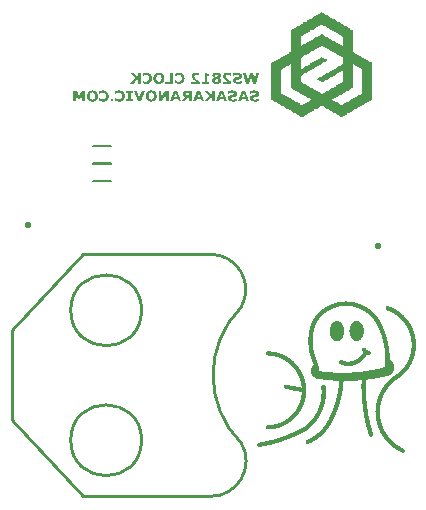
<source format=gbo>
G04*
G04 #@! TF.GenerationSoftware,Altium Limited,Altium Designer,18.1.5 (160)*
G04*
G04 Layer_Color=32896*
%FSLAX25Y25*%
%MOIN*%
G70*
G01*
G75*
%ADD13C,0.00800*%
%ADD15C,0.01000*%
G36*
X105262Y216439D02*
X105784D01*
Y216178D01*
X106046D01*
Y215917D01*
X106568D01*
Y215656D01*
X107090D01*
Y215394D01*
X107613D01*
Y215133D01*
X107874D01*
Y214872D01*
X108396D01*
Y214611D01*
X108919D01*
Y214350D01*
X109441D01*
Y214089D01*
X109702D01*
Y213827D01*
X110225D01*
Y213566D01*
X110747D01*
Y213305D01*
X111269D01*
Y213044D01*
X111531D01*
Y212783D01*
X112053D01*
Y212522D01*
X112575D01*
Y212260D01*
X113098D01*
Y211999D01*
X113359D01*
Y211738D01*
X113881D01*
Y211477D01*
X114404D01*
Y211215D01*
X114665D01*
Y210954D01*
X115187D01*
Y210693D01*
X115448D01*
Y203380D01*
X115971D01*
Y203119D01*
X116232D01*
Y202858D01*
X116754D01*
Y202596D01*
X117277D01*
Y202335D01*
X117538D01*
Y202074D01*
X118060D01*
Y201813D01*
X118583D01*
Y201552D01*
X119105D01*
Y201290D01*
X119366D01*
Y201029D01*
X119888D01*
Y200768D01*
X120411D01*
Y200507D01*
X120933D01*
Y200246D01*
X121194D01*
Y199985D01*
X121717D01*
Y199723D01*
X121978D01*
Y187448D01*
X121456D01*
Y187187D01*
X120933D01*
Y186925D01*
X120411D01*
Y186664D01*
X120150D01*
Y186403D01*
X119627D01*
Y186142D01*
X119105D01*
Y185881D01*
X118583D01*
Y185619D01*
X118321D01*
Y185358D01*
X117799D01*
Y185097D01*
X117277D01*
Y184836D01*
X117016D01*
Y184575D01*
X116493D01*
Y184313D01*
X115971D01*
Y184052D01*
X115448D01*
Y183791D01*
X115187D01*
Y183530D01*
X114665D01*
Y183269D01*
X114143D01*
Y183008D01*
X113620D01*
Y182746D01*
X113359D01*
Y182485D01*
X112837D01*
Y182224D01*
X112314D01*
Y181963D01*
X111792D01*
Y181702D01*
X111531D01*
Y181963D01*
X111269D01*
Y182224D01*
X110747D01*
Y182485D01*
X110225D01*
Y182746D01*
X109702D01*
Y183008D01*
X109441D01*
Y183269D01*
X108919D01*
Y183530D01*
X108396D01*
Y183791D01*
X107874D01*
Y184052D01*
X107613D01*
Y184313D01*
X107090D01*
Y184575D01*
X106568D01*
Y184836D01*
X106046D01*
Y185097D01*
X105784D01*
Y185358D01*
X105262D01*
Y185619D01*
X105001D01*
Y185358D01*
X104479D01*
Y185097D01*
X104217D01*
Y184836D01*
X103695D01*
Y184575D01*
X103173D01*
Y184313D01*
X102650D01*
Y184052D01*
X102389D01*
Y183791D01*
X101867D01*
Y183530D01*
X101344D01*
Y183269D01*
X100822D01*
Y183008D01*
X100561D01*
Y182746D01*
X100039D01*
Y182485D01*
X99516D01*
Y182224D01*
X99255D01*
Y181963D01*
X98733D01*
Y181702D01*
X98471D01*
Y181963D01*
X97949D01*
Y182224D01*
X97427D01*
Y182485D01*
X96904D01*
Y182746D01*
X96643D01*
Y183008D01*
X96121D01*
Y183269D01*
X95598D01*
Y183530D01*
X95076D01*
Y183791D01*
X94815D01*
Y184052D01*
X94292D01*
Y184313D01*
X93770D01*
Y184575D01*
X93248D01*
Y184836D01*
X92987D01*
Y185097D01*
X92464D01*
Y185358D01*
X91942D01*
Y185619D01*
X91681D01*
Y185881D01*
X91158D01*
Y186142D01*
X90636D01*
Y186403D01*
X90114D01*
Y186664D01*
X89852D01*
Y186925D01*
X89330D01*
Y187187D01*
X88808D01*
Y187448D01*
X88285D01*
Y199723D01*
X88546D01*
Y199985D01*
X89069D01*
Y200246D01*
X89330D01*
Y200507D01*
X89852D01*
Y200768D01*
X90375D01*
Y201029D01*
X90897D01*
Y201290D01*
X91158D01*
Y201552D01*
X91681D01*
Y201813D01*
X92203D01*
Y202074D01*
X92725D01*
Y202335D01*
X92987D01*
Y202596D01*
X93509D01*
Y202858D01*
X94031D01*
Y203119D01*
X94292D01*
Y203380D01*
X94815D01*
Y210693D01*
X95076D01*
Y210954D01*
X95337D01*
Y211215D01*
X95859D01*
Y211477D01*
X96382D01*
Y211738D01*
X96904D01*
Y211999D01*
X97165D01*
Y212260D01*
X97688D01*
Y212522D01*
X98210D01*
Y212783D01*
X98733D01*
Y213044D01*
X98994D01*
Y213305D01*
X99516D01*
Y213566D01*
X100039D01*
Y213827D01*
X100300D01*
Y214089D01*
X100822D01*
Y214350D01*
X101344D01*
Y214611D01*
X101867D01*
Y214872D01*
X102128D01*
Y215133D01*
X102650D01*
Y215394D01*
X103173D01*
Y215656D01*
X103695D01*
Y215917D01*
X103956D01*
Y216178D01*
X104479D01*
Y216439D01*
X105001D01*
Y216700D01*
X105262D01*
Y216439D01*
D02*
G37*
G36*
X87427Y103695D02*
X87844D01*
Y103660D01*
X88261D01*
Y103626D01*
X88678D01*
Y103591D01*
X88817D01*
Y103556D01*
X89025D01*
Y103521D01*
X89199D01*
Y103487D01*
X89373D01*
Y103452D01*
X89581D01*
Y103417D01*
X89790D01*
Y103382D01*
X89963D01*
Y103348D01*
X90068D01*
Y103313D01*
X90172D01*
Y103278D01*
X90276D01*
Y103243D01*
X90415D01*
Y103209D01*
X90519D01*
Y103174D01*
X90623D01*
Y103139D01*
X90763D01*
Y103104D01*
X90867D01*
Y103070D01*
X91006D01*
Y103035D01*
X91145D01*
Y103000D01*
X91249D01*
Y102965D01*
X91318D01*
Y102931D01*
X91388D01*
Y102896D01*
X91457D01*
Y102861D01*
X91562D01*
Y102826D01*
X91631D01*
Y102792D01*
X91735D01*
Y102757D01*
X91805D01*
Y102722D01*
X91909D01*
Y102687D01*
X91979D01*
Y102653D01*
X92083D01*
Y102618D01*
X92152D01*
Y102583D01*
X92222D01*
Y102548D01*
X92326D01*
Y102514D01*
X92430D01*
Y102479D01*
X92500D01*
Y102444D01*
X92535D01*
Y102409D01*
X92604D01*
Y102375D01*
X92673D01*
Y102340D01*
X92743D01*
Y102305D01*
X92813D01*
Y102270D01*
X92882D01*
Y102236D01*
X92917D01*
Y102201D01*
X92986D01*
Y102166D01*
X93056D01*
Y102131D01*
X93125D01*
Y102097D01*
X93195D01*
Y102062D01*
X93264D01*
Y102027D01*
X93334D01*
Y101992D01*
X93368D01*
Y101958D01*
X93438D01*
Y101923D01*
X93507D01*
Y101888D01*
X93577D01*
Y101854D01*
X93646D01*
Y101819D01*
X93716D01*
Y101784D01*
X93751D01*
Y101749D01*
X93785D01*
Y101715D01*
X93855D01*
Y101680D01*
X93890D01*
Y101645D01*
X93959D01*
Y101610D01*
X93994D01*
Y101576D01*
X94063D01*
Y101541D01*
X94098D01*
Y101506D01*
X94168D01*
Y101471D01*
X94202D01*
Y101437D01*
X94272D01*
Y101402D01*
X94307D01*
Y101367D01*
X94341D01*
Y101332D01*
X94411D01*
Y101298D01*
X94446D01*
Y101263D01*
X94515D01*
Y101228D01*
X94550D01*
Y101193D01*
X94619D01*
Y101159D01*
X94689D01*
Y101124D01*
X94723D01*
Y101089D01*
X94758D01*
Y101054D01*
X94793D01*
Y101020D01*
X94863D01*
Y100985D01*
X94897D01*
Y100950D01*
X94932D01*
Y100915D01*
X94967D01*
Y100881D01*
X95002D01*
Y100846D01*
X95036D01*
Y100811D01*
X95106D01*
Y100776D01*
X95140D01*
Y100742D01*
X95175D01*
Y100707D01*
X95210D01*
Y100672D01*
X95245D01*
Y100637D01*
X95314D01*
Y100603D01*
X95349D01*
Y100568D01*
X95384D01*
Y100533D01*
X95418D01*
Y100498D01*
X95453D01*
Y100464D01*
X95523D01*
Y100429D01*
X95557D01*
Y100394D01*
X95592D01*
Y100359D01*
X95627D01*
Y100325D01*
X95696D01*
Y100290D01*
X95731D01*
Y100255D01*
X95766D01*
Y100221D01*
X95801D01*
Y100186D01*
X95835D01*
Y100151D01*
X95870D01*
Y100116D01*
X95905D01*
Y100082D01*
X95940D01*
Y100047D01*
X95974D01*
Y100012D01*
X96009D01*
Y99942D01*
X96044D01*
Y99908D01*
X96079D01*
Y99873D01*
X96113D01*
Y99838D01*
X96148D01*
Y99804D01*
X96183D01*
Y99769D01*
X96218D01*
Y99734D01*
X96252D01*
Y99699D01*
X96287D01*
Y99664D01*
X96322D01*
Y99630D01*
X96357D01*
Y99595D01*
X96391D01*
Y99560D01*
X96426D01*
Y99526D01*
X96461D01*
Y99491D01*
X96495D01*
Y99456D01*
X96530D01*
Y99421D01*
X96565D01*
Y99387D01*
X96600D01*
Y99352D01*
X96635D01*
Y99317D01*
X96669D01*
Y99282D01*
X96704D01*
Y99248D01*
X96739D01*
Y99213D01*
X96773D01*
Y99143D01*
X96808D01*
Y99109D01*
X96843D01*
Y99074D01*
X96878D01*
Y99004D01*
X96912D01*
Y98970D01*
X96947D01*
Y98935D01*
X96982D01*
Y98900D01*
X97017D01*
Y98831D01*
X97052D01*
Y98796D01*
X97086D01*
Y98761D01*
X97121D01*
Y98692D01*
X97156D01*
Y98657D01*
X97190D01*
Y98622D01*
X97225D01*
Y98587D01*
X97260D01*
Y98518D01*
X97295D01*
Y98483D01*
X97329D01*
Y98448D01*
X97364D01*
Y98414D01*
X97399D01*
Y98344D01*
X97434D01*
Y98309D01*
X97468D01*
Y98275D01*
X97503D01*
Y98240D01*
X97538D01*
Y98171D01*
X97573D01*
Y98136D01*
X97607D01*
Y98066D01*
X97642D01*
Y97997D01*
X97677D01*
Y97962D01*
X97712D01*
Y97892D01*
X97746D01*
Y97823D01*
X97781D01*
Y97788D01*
X97816D01*
Y97719D01*
X97851D01*
Y97684D01*
X97885D01*
Y97615D01*
X97920D01*
Y97580D01*
X97955D01*
Y97510D01*
X97990D01*
Y97441D01*
X98024D01*
Y97406D01*
X98059D01*
Y97337D01*
X98094D01*
Y97302D01*
X98129D01*
Y97232D01*
X98163D01*
Y97198D01*
X98198D01*
Y97128D01*
X98233D01*
Y97093D01*
X98268D01*
Y97024D01*
X98302D01*
Y96920D01*
X98337D01*
Y96850D01*
X98372D01*
Y96781D01*
X98406D01*
Y96711D01*
X98441D01*
Y96642D01*
X98476D01*
Y96572D01*
X98511D01*
Y96503D01*
X98545D01*
Y96433D01*
X98580D01*
Y96364D01*
X98615D01*
Y96294D01*
X98650D01*
Y96225D01*
X98685D01*
Y96155D01*
X98719D01*
Y96086D01*
X98754D01*
Y96016D01*
X98789D01*
Y95947D01*
X98823D01*
Y95877D01*
X98858D01*
Y95808D01*
X98893D01*
Y95704D01*
X98928D01*
Y95599D01*
X98962D01*
Y95495D01*
X98997D01*
Y95426D01*
X99032D01*
Y95321D01*
X99067D01*
Y95217D01*
X99101D01*
Y95148D01*
X99136D01*
Y95043D01*
X99171D01*
Y94939D01*
X99206D01*
Y94870D01*
X99240D01*
Y94765D01*
X99275D01*
Y94696D01*
X99310D01*
Y94592D01*
X99345D01*
Y94418D01*
X99379D01*
Y94314D01*
X99414D01*
Y94175D01*
X99449D01*
Y94036D01*
X99484D01*
Y93897D01*
X99518D01*
Y93758D01*
X99553D01*
Y93654D01*
X99588D01*
Y93515D01*
X99623D01*
Y93410D01*
X99657D01*
Y93202D01*
X99692D01*
Y92959D01*
X99727D01*
Y92715D01*
X99762D01*
Y92507D01*
X99796D01*
Y92299D01*
X99831D01*
Y92090D01*
X99866D01*
Y91499D01*
X99901D01*
Y90839D01*
X99935D01*
Y90492D01*
X99901D01*
Y89866D01*
X99866D01*
Y89241D01*
X99831D01*
Y89067D01*
X99796D01*
Y88824D01*
X99762D01*
Y88615D01*
X99727D01*
Y88372D01*
X99692D01*
Y88129D01*
X99657D01*
Y87955D01*
X99623D01*
Y87816D01*
X99588D01*
Y87712D01*
X99553D01*
Y87573D01*
X99518D01*
Y87434D01*
X99484D01*
Y87295D01*
X99449D01*
Y87156D01*
X99414D01*
Y87052D01*
X99379D01*
Y86913D01*
X99345D01*
Y86739D01*
X99310D01*
Y86635D01*
X99275D01*
Y86566D01*
X99240D01*
Y86461D01*
X99206D01*
Y86392D01*
X99171D01*
Y86287D01*
X99136D01*
Y86183D01*
X99101D01*
Y86114D01*
X99067D01*
Y86010D01*
X99032D01*
Y85905D01*
X98997D01*
Y85836D01*
X98962D01*
Y85732D01*
X98928D01*
Y85662D01*
X98893D01*
Y85523D01*
X98858D01*
Y85454D01*
X98823D01*
Y85384D01*
X98789D01*
Y85315D01*
X98754D01*
Y85245D01*
X98719D01*
Y85176D01*
X98685D01*
Y85106D01*
X98650D01*
Y85037D01*
X98615D01*
Y84967D01*
X98580D01*
Y84898D01*
X98545D01*
Y84828D01*
X98511D01*
Y84759D01*
X98476D01*
Y84689D01*
X98441D01*
Y84620D01*
X98406D01*
Y84550D01*
X98372D01*
Y84481D01*
X98337D01*
Y84411D01*
X98302D01*
Y84342D01*
X98268D01*
Y84272D01*
X98233D01*
Y84203D01*
X98198D01*
Y84168D01*
X98163D01*
Y84099D01*
X98129D01*
Y84064D01*
X98094D01*
Y83994D01*
X98059D01*
Y83925D01*
X98024D01*
Y83890D01*
X97990D01*
Y83821D01*
X97955D01*
Y83786D01*
X97920D01*
Y83716D01*
X97885D01*
Y83682D01*
X97851D01*
Y83612D01*
X97816D01*
Y83543D01*
X97781D01*
Y83508D01*
X97746D01*
Y83438D01*
X97712D01*
Y83404D01*
X97677D01*
Y83334D01*
X97642D01*
Y83265D01*
X97607D01*
Y83230D01*
X97573D01*
Y83160D01*
X97538D01*
Y83126D01*
X97503D01*
Y83056D01*
X97468D01*
Y83021D01*
X97434D01*
Y82987D01*
X97399D01*
Y82952D01*
X97364D01*
Y82882D01*
X97329D01*
Y82848D01*
X97295D01*
Y82813D01*
X97260D01*
Y82778D01*
X97225D01*
Y82709D01*
X97190D01*
Y82674D01*
X97156D01*
Y82639D01*
X97121D01*
Y82604D01*
X97086D01*
Y82535D01*
X97052D01*
Y82500D01*
X97017D01*
Y82465D01*
X96982D01*
Y82396D01*
X96947D01*
Y82361D01*
X96912D01*
Y82327D01*
X96878D01*
Y82292D01*
X96843D01*
Y82222D01*
X96808D01*
Y82187D01*
X96773D01*
Y82153D01*
X96739D01*
Y82083D01*
X96704D01*
Y82048D01*
X96669D01*
Y82014D01*
X96635D01*
Y81979D01*
X96600D01*
Y81944D01*
X96565D01*
Y81910D01*
X96530D01*
Y81875D01*
X96495D01*
Y81840D01*
X96461D01*
Y81805D01*
X96426D01*
Y81771D01*
X96391D01*
Y81736D01*
X96357D01*
Y81701D01*
X96322D01*
Y81666D01*
X96287D01*
Y81632D01*
X96252D01*
Y81597D01*
X96218D01*
Y81562D01*
X96183D01*
Y81527D01*
X96148D01*
Y81493D01*
X96113D01*
Y81458D01*
X96079D01*
Y81423D01*
X96044D01*
Y81388D01*
X96009D01*
Y81354D01*
X95974D01*
Y81319D01*
X95940D01*
Y81284D01*
X95905D01*
Y81249D01*
X95870D01*
Y81215D01*
X95835D01*
Y81145D01*
X95801D01*
Y81110D01*
X95766D01*
Y81076D01*
X95696D01*
Y81041D01*
X95662D01*
Y81006D01*
X95627D01*
Y80971D01*
X95592D01*
Y80937D01*
X95523D01*
Y80902D01*
X95488D01*
Y80867D01*
X95453D01*
Y80832D01*
X95418D01*
Y80798D01*
X95384D01*
Y80763D01*
X95314D01*
Y80728D01*
X95279D01*
Y80694D01*
X95245D01*
Y80659D01*
X95210D01*
Y80624D01*
X95175D01*
Y80589D01*
X95106D01*
Y80554D01*
X95071D01*
Y80520D01*
X95036D01*
Y80485D01*
X95002D01*
Y80450D01*
X94967D01*
Y80415D01*
X94932D01*
Y80381D01*
X94863D01*
Y80346D01*
X94828D01*
Y80311D01*
X94793D01*
Y80277D01*
X94758D01*
Y80242D01*
X94723D01*
Y80207D01*
X94654D01*
Y80172D01*
X94619D01*
Y80137D01*
X94550D01*
Y80103D01*
X94480D01*
Y80068D01*
X94446D01*
Y80033D01*
X94411D01*
Y79999D01*
X94341D01*
Y79964D01*
X94307D01*
Y79929D01*
X94237D01*
Y79894D01*
X94202D01*
Y79860D01*
X94133D01*
Y79825D01*
X94098D01*
Y79790D01*
X94029D01*
Y79755D01*
X93994D01*
Y79721D01*
X93924D01*
Y79686D01*
X93890D01*
Y79651D01*
X93820D01*
Y79616D01*
X93785D01*
Y79582D01*
X93751D01*
Y79547D01*
X93681D01*
Y79512D01*
X93646D01*
Y79477D01*
X93577D01*
Y79443D01*
X93507D01*
Y79408D01*
X93438D01*
Y79373D01*
X93368D01*
Y79338D01*
X93299D01*
Y79304D01*
X93229D01*
Y79269D01*
X93160D01*
Y79234D01*
X93090D01*
Y79199D01*
X93056D01*
Y79165D01*
X92986D01*
Y79130D01*
X92917D01*
Y79095D01*
X92847D01*
Y79060D01*
X92778D01*
Y79026D01*
X92708D01*
Y78991D01*
X92639D01*
Y78956D01*
X92604D01*
Y78921D01*
X92535D01*
Y78887D01*
X92465D01*
Y78852D01*
X92396D01*
Y78817D01*
X92291D01*
Y78782D01*
X92222D01*
Y78748D01*
X92118D01*
Y78713D01*
X92048D01*
Y78678D01*
X91944D01*
Y78644D01*
X91874D01*
Y78609D01*
X91805D01*
Y78574D01*
X91701D01*
Y78539D01*
X91631D01*
Y78505D01*
X91527D01*
Y78470D01*
X91457D01*
Y78435D01*
X91353D01*
Y78400D01*
X91284D01*
Y78365D01*
X91214D01*
Y78331D01*
X91110D01*
Y78296D01*
X90971D01*
Y78261D01*
X90832D01*
Y78227D01*
X90728D01*
Y78192D01*
X90589D01*
Y78157D01*
X90485D01*
Y78122D01*
X90380D01*
Y78088D01*
X90241D01*
Y78053D01*
X90137D01*
Y78018D01*
X90033D01*
Y77983D01*
X89929D01*
Y77949D01*
X89685D01*
Y77914D01*
X89512D01*
Y77879D01*
X89338D01*
Y77844D01*
X89130D01*
Y77810D01*
X88956D01*
Y77775D01*
X88782D01*
Y77740D01*
X88608D01*
Y77705D01*
X88157D01*
Y77671D01*
X87705D01*
Y77636D01*
X87288D01*
Y77601D01*
X87184D01*
Y77636D01*
X87010D01*
Y77671D01*
X86940D01*
Y77705D01*
X86871D01*
Y77740D01*
X86801D01*
Y77775D01*
X86767D01*
Y77810D01*
X86732D01*
Y77844D01*
X86697D01*
Y77879D01*
X86663D01*
Y77914D01*
X86628D01*
Y77983D01*
X86593D01*
Y78053D01*
X86558D01*
Y78157D01*
X86524D01*
Y78539D01*
X86558D01*
Y78644D01*
X86593D01*
Y78713D01*
X86628D01*
Y78748D01*
X86663D01*
Y78817D01*
X86697D01*
Y78852D01*
X86732D01*
Y78887D01*
X86767D01*
Y78921D01*
X86836D01*
Y78956D01*
X86871D01*
Y78991D01*
X86940D01*
Y79026D01*
X87045D01*
Y79060D01*
X87357D01*
Y79095D01*
X87774D01*
Y79130D01*
X88191D01*
Y79165D01*
X88469D01*
Y79199D01*
X88678D01*
Y79234D01*
X88886D01*
Y79269D01*
X89060D01*
Y79304D01*
X89234D01*
Y79338D01*
X89442D01*
Y79373D01*
X89581D01*
Y79408D01*
X89720D01*
Y79443D01*
X89824D01*
Y79477D01*
X89963D01*
Y79512D01*
X90068D01*
Y79547D01*
X90172D01*
Y79582D01*
X90311D01*
Y79616D01*
X90415D01*
Y79651D01*
X90554D01*
Y79686D01*
X90658D01*
Y79721D01*
X90763D01*
Y79755D01*
X90832D01*
Y79790D01*
X90936D01*
Y79825D01*
X91006D01*
Y79860D01*
X91110D01*
Y79894D01*
X91180D01*
Y79929D01*
X91284D01*
Y79964D01*
X91353D01*
Y79999D01*
X91423D01*
Y80033D01*
X91527D01*
Y80068D01*
X91596D01*
Y80103D01*
X91701D01*
Y80137D01*
X91770D01*
Y80172D01*
X91840D01*
Y80207D01*
X91909D01*
Y80242D01*
X91979D01*
Y80277D01*
X92048D01*
Y80311D01*
X92118D01*
Y80346D01*
X92187D01*
Y80381D01*
X92257D01*
Y80415D01*
X92291D01*
Y80450D01*
X92361D01*
Y80485D01*
X92430D01*
Y80520D01*
X92500D01*
Y80554D01*
X92569D01*
Y80589D01*
X92639D01*
Y80624D01*
X92708D01*
Y80659D01*
X92743D01*
Y80694D01*
X92813D01*
Y80728D01*
X92882D01*
Y80763D01*
X92917D01*
Y80798D01*
X92986D01*
Y80832D01*
X93021D01*
Y80867D01*
X93090D01*
Y80902D01*
X93125D01*
Y80937D01*
X93195D01*
Y80971D01*
X93229D01*
Y81006D01*
X93299D01*
Y81041D01*
X93334D01*
Y81076D01*
X93403D01*
Y81110D01*
X93438D01*
Y81145D01*
X93507D01*
Y81180D01*
X93542D01*
Y81215D01*
X93612D01*
Y81249D01*
X93646D01*
Y81284D01*
X93716D01*
Y81319D01*
X93751D01*
Y81354D01*
X93785D01*
Y81388D01*
X93855D01*
Y81423D01*
X93890D01*
Y81458D01*
X93924D01*
Y81493D01*
X93994D01*
Y81527D01*
X94029D01*
Y81562D01*
X94063D01*
Y81597D01*
X94098D01*
Y81632D01*
X94133D01*
Y81666D01*
X94202D01*
Y81701D01*
X94237D01*
Y81736D01*
X94272D01*
Y81771D01*
X94307D01*
Y81805D01*
X94341D01*
Y81840D01*
X94411D01*
Y81875D01*
X94446D01*
Y81910D01*
X94480D01*
Y81944D01*
X94515D01*
Y81979D01*
X94550D01*
Y82014D01*
X94619D01*
Y82048D01*
X94654D01*
Y82083D01*
X94689D01*
Y82118D01*
X94723D01*
Y82153D01*
X94758D01*
Y82187D01*
X94793D01*
Y82222D01*
X94828D01*
Y82257D01*
X94863D01*
Y82292D01*
X94897D01*
Y82327D01*
X94932D01*
Y82361D01*
X94967D01*
Y82396D01*
X95002D01*
Y82431D01*
X95036D01*
Y82465D01*
X95071D01*
Y82500D01*
X95106D01*
Y82535D01*
X95140D01*
Y82570D01*
X95175D01*
Y82604D01*
X95210D01*
Y82639D01*
X95245D01*
Y82674D01*
X95279D01*
Y82709D01*
X95314D01*
Y82743D01*
X95349D01*
Y82778D01*
X95384D01*
Y82813D01*
X95418D01*
Y82848D01*
X95453D01*
Y82882D01*
X95488D01*
Y82917D01*
X95523D01*
Y82952D01*
X95557D01*
Y83021D01*
X95592D01*
Y83056D01*
X95627D01*
Y83091D01*
X95662D01*
Y83126D01*
X95696D01*
Y83160D01*
X95731D01*
Y83230D01*
X95766D01*
Y83265D01*
X95801D01*
Y83299D01*
X95835D01*
Y83334D01*
X95870D01*
Y83404D01*
X95905D01*
Y83438D01*
X95940D01*
Y83473D01*
X95974D01*
Y83508D01*
X96009D01*
Y83577D01*
X96044D01*
Y83612D01*
X96079D01*
Y83647D01*
X96113D01*
Y83716D01*
X96148D01*
Y83751D01*
X96183D01*
Y83786D01*
X96218D01*
Y83821D01*
X96252D01*
Y83890D01*
X96287D01*
Y83925D01*
X96322D01*
Y83960D01*
X96357D01*
Y84029D01*
X96391D01*
Y84064D01*
X96426D01*
Y84133D01*
X96461D01*
Y84168D01*
X96495D01*
Y84237D01*
X96530D01*
Y84307D01*
X96565D01*
Y84342D01*
X96600D01*
Y84411D01*
X96635D01*
Y84446D01*
X96669D01*
Y84516D01*
X96704D01*
Y84550D01*
X96739D01*
Y84620D01*
X96773D01*
Y84689D01*
X96808D01*
Y84724D01*
X96843D01*
Y84793D01*
X96878D01*
Y84828D01*
X96912D01*
Y84898D01*
X96947D01*
Y84967D01*
X96982D01*
Y85037D01*
X97017D01*
Y85071D01*
X97052D01*
Y85141D01*
X97086D01*
Y85210D01*
X97121D01*
Y85280D01*
X97156D01*
Y85349D01*
X97190D01*
Y85419D01*
X97225D01*
Y85488D01*
X97260D01*
Y85558D01*
X97295D01*
Y85662D01*
X97329D01*
Y85732D01*
X97364D01*
Y85801D01*
X97399D01*
Y85871D01*
X97434D01*
Y85940D01*
X97468D01*
Y86010D01*
X97503D01*
Y86079D01*
X97538D01*
Y86149D01*
X97573D01*
Y86253D01*
X97607D01*
Y86357D01*
X97642D01*
Y86427D01*
X97677D01*
Y86531D01*
X97712D01*
Y86635D01*
X97746D01*
Y86704D01*
X97781D01*
Y86809D01*
X97816D01*
Y86913D01*
X97851D01*
Y86982D01*
X97885D01*
Y87087D01*
X97920D01*
Y87191D01*
X97955D01*
Y87330D01*
X97990D01*
Y87469D01*
X98024D01*
Y87608D01*
X98059D01*
Y87712D01*
X98094D01*
Y87851D01*
X98129D01*
Y87990D01*
X98163D01*
Y88129D01*
X98198D01*
Y88268D01*
X98233D01*
Y88442D01*
X98268D01*
Y88650D01*
X98302D01*
Y88893D01*
X98337D01*
Y89102D01*
X98372D01*
Y89345D01*
X98406D01*
Y89727D01*
X98441D01*
Y90075D01*
X98406D01*
Y90109D01*
X98233D01*
Y90144D01*
X98059D01*
Y90179D01*
X97885D01*
Y90214D01*
X97712D01*
Y90249D01*
X97538D01*
Y90283D01*
X97364D01*
Y90318D01*
X97190D01*
Y90353D01*
X96982D01*
Y90387D01*
X96808D01*
Y90422D01*
X96635D01*
Y90457D01*
X96461D01*
Y90492D01*
X96287D01*
Y90526D01*
X96113D01*
Y90561D01*
X95940D01*
Y90596D01*
X95766D01*
Y90631D01*
X95592D01*
Y90665D01*
X95418D01*
Y90700D01*
X95245D01*
Y90735D01*
X95071D01*
Y90770D01*
X94897D01*
Y90804D01*
X94723D01*
Y90839D01*
X94550D01*
Y90874D01*
X94376D01*
Y90909D01*
X94202D01*
Y90943D01*
X94029D01*
Y90978D01*
X93855D01*
Y91013D01*
X93681D01*
Y91048D01*
X93507D01*
Y91082D01*
X93334D01*
Y91117D01*
X93160D01*
Y91152D01*
X93021D01*
Y91187D01*
X92882D01*
Y91221D01*
X92813D01*
Y91256D01*
X92778D01*
Y91291D01*
X92708D01*
Y91326D01*
X92673D01*
Y91360D01*
X92639D01*
Y91395D01*
X92604D01*
Y91465D01*
X92569D01*
Y91499D01*
X92535D01*
Y91569D01*
X92500D01*
Y91673D01*
X92465D01*
Y92055D01*
X92500D01*
Y92159D01*
X92535D01*
Y92229D01*
X92569D01*
Y92299D01*
X92604D01*
Y92333D01*
X92639D01*
Y92368D01*
X92673D01*
Y92403D01*
X92708D01*
Y92437D01*
X92743D01*
Y92472D01*
X92813D01*
Y92507D01*
X92847D01*
Y92542D01*
X92952D01*
Y92576D01*
X93125D01*
Y92611D01*
X93264D01*
Y92576D01*
X93438D01*
Y92542D01*
X93612D01*
Y92507D01*
X93785D01*
Y92472D01*
X93959D01*
Y92437D01*
X94133D01*
Y92403D01*
X94307D01*
Y92368D01*
X94480D01*
Y92333D01*
X94654D01*
Y92299D01*
X94828D01*
Y92264D01*
X95002D01*
Y92229D01*
X95175D01*
Y92194D01*
X95349D01*
Y92159D01*
X95523D01*
Y92125D01*
X95696D01*
Y92090D01*
X95870D01*
Y92055D01*
X96044D01*
Y92020D01*
X96218D01*
Y91986D01*
X96391D01*
Y91951D01*
X96565D01*
Y91916D01*
X96739D01*
Y91882D01*
X96912D01*
Y91847D01*
X97086D01*
Y91812D01*
X97260D01*
Y91777D01*
X97434D01*
Y91743D01*
X97607D01*
Y91708D01*
X97781D01*
Y91673D01*
X97955D01*
Y91638D01*
X98129D01*
Y91604D01*
X98302D01*
Y91569D01*
X98441D01*
Y91604D01*
X98406D01*
Y92020D01*
X98372D01*
Y92229D01*
X98337D01*
Y92437D01*
X98302D01*
Y92681D01*
X98268D01*
Y92889D01*
X98233D01*
Y93063D01*
X98198D01*
Y93237D01*
X98163D01*
Y93341D01*
X98129D01*
Y93480D01*
X98094D01*
Y93619D01*
X98059D01*
Y93758D01*
X98024D01*
Y93897D01*
X97990D01*
Y94001D01*
X97955D01*
Y94140D01*
X97920D01*
Y94244D01*
X97885D01*
Y94349D01*
X97851D01*
Y94453D01*
X97816D01*
Y94522D01*
X97781D01*
Y94626D01*
X97746D01*
Y94731D01*
X97712D01*
Y94800D01*
X97677D01*
Y94904D01*
X97642D01*
Y95009D01*
X97607D01*
Y95078D01*
X97573D01*
Y95182D01*
X97538D01*
Y95252D01*
X97503D01*
Y95321D01*
X97468D01*
Y95426D01*
X97434D01*
Y95495D01*
X97399D01*
Y95565D01*
X97364D01*
Y95634D01*
X97329D01*
Y95704D01*
X97295D01*
Y95773D01*
X97260D01*
Y95842D01*
X97225D01*
Y95912D01*
X97190D01*
Y95982D01*
X97156D01*
Y96051D01*
X97121D01*
Y96121D01*
X97086D01*
Y96190D01*
X97052D01*
Y96259D01*
X97017D01*
Y96329D01*
X96982D01*
Y96364D01*
X96947D01*
Y96433D01*
X96912D01*
Y96503D01*
X96878D01*
Y96537D01*
X96843D01*
Y96607D01*
X96808D01*
Y96676D01*
X96773D01*
Y96711D01*
X96739D01*
Y96781D01*
X96704D01*
Y96815D01*
X96669D01*
Y96885D01*
X96635D01*
Y96954D01*
X96600D01*
Y96989D01*
X96565D01*
Y97059D01*
X96530D01*
Y97093D01*
X96495D01*
Y97163D01*
X96461D01*
Y97198D01*
X96426D01*
Y97267D01*
X96391D01*
Y97302D01*
X96357D01*
Y97371D01*
X96322D01*
Y97406D01*
X96287D01*
Y97476D01*
X96252D01*
Y97510D01*
X96218D01*
Y97545D01*
X96183D01*
Y97615D01*
X96148D01*
Y97649D01*
X96113D01*
Y97684D01*
X96079D01*
Y97719D01*
X96044D01*
Y97788D01*
X96009D01*
Y97823D01*
X95974D01*
Y97858D01*
X95940D01*
Y97892D01*
X95905D01*
Y97962D01*
X95870D01*
Y97997D01*
X95835D01*
Y98032D01*
X95801D01*
Y98066D01*
X95766D01*
Y98136D01*
X95731D01*
Y98171D01*
X95696D01*
Y98205D01*
X95662D01*
Y98240D01*
X95627D01*
Y98309D01*
X95592D01*
Y98344D01*
X95557D01*
Y98379D01*
X95523D01*
Y98414D01*
X95488D01*
Y98448D01*
X95453D01*
Y98483D01*
X95418D01*
Y98518D01*
X95384D01*
Y98553D01*
X95349D01*
Y98587D01*
X95314D01*
Y98622D01*
X95279D01*
Y98657D01*
X95245D01*
Y98692D01*
X95210D01*
Y98726D01*
X95175D01*
Y98761D01*
X95140D01*
Y98796D01*
X95106D01*
Y98831D01*
X95071D01*
Y98865D01*
X95036D01*
Y98900D01*
X95002D01*
Y98935D01*
X94967D01*
Y98970D01*
X94932D01*
Y99004D01*
X94897D01*
Y99074D01*
X94863D01*
Y99109D01*
X94793D01*
Y99143D01*
X94758D01*
Y99178D01*
X94723D01*
Y99213D01*
X94689D01*
Y99248D01*
X94654D01*
Y99282D01*
X94619D01*
Y99317D01*
X94585D01*
Y99352D01*
X94550D01*
Y99387D01*
X94480D01*
Y99421D01*
X94446D01*
Y99456D01*
X94411D01*
Y99491D01*
X94376D01*
Y99526D01*
X94341D01*
Y99560D01*
X94272D01*
Y99595D01*
X94237D01*
Y99630D01*
X94202D01*
Y99664D01*
X94168D01*
Y99699D01*
X94133D01*
Y99734D01*
X94063D01*
Y99769D01*
X94029D01*
Y99804D01*
X93994D01*
Y99838D01*
X93959D01*
Y99873D01*
X93924D01*
Y99908D01*
X93855D01*
Y99942D01*
X93820D01*
Y99977D01*
X93785D01*
Y100012D01*
X93716D01*
Y100047D01*
X93681D01*
Y100082D01*
X93612D01*
Y100116D01*
X93577D01*
Y100151D01*
X93507D01*
Y100186D01*
X93473D01*
Y100221D01*
X93403D01*
Y100255D01*
X93368D01*
Y100290D01*
X93299D01*
Y100325D01*
X93264D01*
Y100359D01*
X93195D01*
Y100394D01*
X93160D01*
Y100429D01*
X93090D01*
Y100464D01*
X93056D01*
Y100498D01*
X92986D01*
Y100533D01*
X92952D01*
Y100568D01*
X92882D01*
Y100603D01*
X92847D01*
Y100637D01*
X92778D01*
Y100672D01*
X92708D01*
Y100707D01*
X92639D01*
Y100742D01*
X92569D01*
Y100776D01*
X92535D01*
Y100811D01*
X92465D01*
Y100846D01*
X92396D01*
Y100881D01*
X92326D01*
Y100915D01*
X92257D01*
Y100950D01*
X92187D01*
Y100985D01*
X92118D01*
Y101020D01*
X92048D01*
Y101054D01*
X92013D01*
Y101089D01*
X91944D01*
Y101124D01*
X91874D01*
Y101159D01*
X91805D01*
Y101193D01*
X91701D01*
Y101228D01*
X91631D01*
Y101263D01*
X91562D01*
Y101298D01*
X91457D01*
Y101332D01*
X91388D01*
Y101367D01*
X91284D01*
Y101402D01*
X91214D01*
Y101437D01*
X91110D01*
Y101471D01*
X91040D01*
Y101506D01*
X90971D01*
Y101541D01*
X90867D01*
Y101576D01*
X90763D01*
Y101610D01*
X90693D01*
Y101645D01*
X90589D01*
Y101680D01*
X90450D01*
Y101715D01*
X90346D01*
Y101749D01*
X90207D01*
Y101784D01*
X90102D01*
Y101819D01*
X89998D01*
Y101854D01*
X89859D01*
Y101888D01*
X89755D01*
Y101923D01*
X89616D01*
Y101958D01*
X89477D01*
Y101992D01*
X89303D01*
Y102027D01*
X89095D01*
Y102062D01*
X88921D01*
Y102097D01*
X88747D01*
Y102131D01*
X88539D01*
Y102166D01*
X88296D01*
Y102201D01*
X87879D01*
Y102236D01*
X87462D01*
Y102270D01*
X87114D01*
Y102305D01*
X86975D01*
Y102340D01*
X86906D01*
Y102375D01*
X86836D01*
Y102409D01*
X86801D01*
Y102444D01*
X86767D01*
Y102479D01*
X86732D01*
Y102514D01*
X86697D01*
Y102548D01*
X86663D01*
Y102583D01*
X86628D01*
Y102653D01*
X86593D01*
Y102722D01*
X86558D01*
Y102826D01*
X86524D01*
Y103174D01*
X86558D01*
Y103278D01*
X86593D01*
Y103348D01*
X86628D01*
Y103417D01*
X86663D01*
Y103452D01*
X86697D01*
Y103487D01*
X86732D01*
Y103521D01*
X86767D01*
Y103556D01*
X86801D01*
Y103591D01*
X86836D01*
Y103626D01*
X86906D01*
Y103660D01*
X86975D01*
Y103695D01*
X87114D01*
Y103730D01*
X87427D01*
Y103695D01*
D02*
G37*
G36*
X113417Y120269D02*
X114355D01*
Y120234D01*
X114598D01*
Y120199D01*
X114841D01*
Y120164D01*
X115119D01*
Y120130D01*
X115397D01*
Y120095D01*
X115640D01*
Y120060D01*
X115745D01*
Y120025D01*
X115884D01*
Y119991D01*
X116057D01*
Y119956D01*
X116196D01*
Y119921D01*
X116335D01*
Y119886D01*
X116474D01*
Y119852D01*
X116613D01*
Y119817D01*
X116787D01*
Y119782D01*
X116926D01*
Y119747D01*
X116995D01*
Y119713D01*
X117100D01*
Y119678D01*
X117204D01*
Y119643D01*
X117308D01*
Y119608D01*
X117412D01*
Y119574D01*
X117482D01*
Y119539D01*
X117586D01*
Y119504D01*
X117690D01*
Y119469D01*
X117795D01*
Y119435D01*
X117899D01*
Y119400D01*
X118003D01*
Y119365D01*
X118107D01*
Y119331D01*
X118177D01*
Y119296D01*
X118246D01*
Y119261D01*
X118316D01*
Y119226D01*
X118385D01*
Y119192D01*
X118490D01*
Y119157D01*
X118559D01*
Y119122D01*
X118629D01*
Y119087D01*
X118698D01*
Y119053D01*
X118767D01*
Y119018D01*
X118837D01*
Y118983D01*
X118906D01*
Y118948D01*
X118976D01*
Y118914D01*
X119045D01*
Y118879D01*
X119150D01*
Y118844D01*
X119219D01*
Y118809D01*
X119289D01*
Y118775D01*
X119358D01*
Y118740D01*
X119428D01*
Y118705D01*
X119462D01*
Y118670D01*
X119532D01*
Y118636D01*
X119601D01*
Y118601D01*
X119636D01*
Y118566D01*
X119706D01*
Y118531D01*
X119740D01*
Y118497D01*
X119810D01*
Y118462D01*
X119879D01*
Y118427D01*
X119914D01*
Y118392D01*
X119983D01*
Y118358D01*
X120053D01*
Y118323D01*
X120088D01*
Y118288D01*
X120157D01*
Y118253D01*
X120227D01*
Y118219D01*
X120262D01*
Y118184D01*
X120331D01*
Y118149D01*
X120401D01*
Y118114D01*
X120470D01*
Y118080D01*
X120505D01*
Y118045D01*
X120574D01*
Y118010D01*
X120609D01*
Y117975D01*
X120644D01*
Y117941D01*
X120678D01*
Y117906D01*
X120748D01*
Y117871D01*
X120783D01*
Y117836D01*
X120817D01*
Y117802D01*
X120887D01*
Y117767D01*
X120922D01*
Y117732D01*
X120956D01*
Y117698D01*
X120991D01*
Y117663D01*
X121061D01*
Y117628D01*
X121095D01*
Y117593D01*
X121130D01*
Y117559D01*
X121200D01*
Y117524D01*
X121234D01*
Y117489D01*
X121269D01*
Y117454D01*
X121339D01*
Y117420D01*
X121373D01*
Y117385D01*
X121408D01*
Y117350D01*
X121478D01*
Y117315D01*
X121512D01*
Y117280D01*
X121582D01*
Y117246D01*
X121617D01*
Y117211D01*
X121651D01*
Y117176D01*
X121686D01*
Y117142D01*
X121721D01*
Y117107D01*
X121756D01*
Y117072D01*
X121790D01*
Y117037D01*
X121825D01*
Y117003D01*
X121860D01*
Y116968D01*
X121895D01*
Y116933D01*
X121929D01*
Y116898D01*
X121964D01*
Y116864D01*
X121999D01*
Y116829D01*
X122034D01*
Y116794D01*
X122068D01*
Y116759D01*
X122103D01*
Y116725D01*
X122172D01*
Y116690D01*
X122207D01*
Y116655D01*
X122242D01*
Y116620D01*
X122277D01*
Y116586D01*
X122311D01*
Y116551D01*
X122346D01*
Y116516D01*
X122381D01*
Y116481D01*
X122416D01*
Y116447D01*
X122450D01*
Y116412D01*
X122485D01*
Y116377D01*
X122520D01*
Y116342D01*
X122555D01*
Y116308D01*
X122590D01*
Y116273D01*
X122624D01*
Y116238D01*
X122659D01*
Y116203D01*
X122694D01*
Y116169D01*
X122728D01*
Y116134D01*
X122763D01*
Y116064D01*
X122798D01*
Y116030D01*
X122833D01*
Y115995D01*
X122867D01*
Y115960D01*
X122902D01*
Y115926D01*
X122937D01*
Y115891D01*
X122972D01*
Y115821D01*
X123006D01*
Y115787D01*
X123041D01*
Y115752D01*
X123076D01*
Y115717D01*
X123111D01*
Y115682D01*
X123145D01*
Y115647D01*
X123180D01*
Y115613D01*
X123215D01*
Y115543D01*
X123250D01*
Y115508D01*
X123284D01*
Y115474D01*
X123319D01*
Y115439D01*
X123354D01*
Y115404D01*
X123389D01*
Y115369D01*
X123423D01*
Y115335D01*
X123458D01*
Y115265D01*
X123493D01*
Y115231D01*
X123528D01*
Y115161D01*
X123562D01*
Y115126D01*
X123597D01*
Y115057D01*
X123632D01*
Y115022D01*
X123667D01*
Y114987D01*
X123701D01*
Y114918D01*
X123736D01*
Y114883D01*
X123771D01*
Y114814D01*
X123805D01*
Y114779D01*
X123840D01*
Y114709D01*
X123875D01*
Y114675D01*
X123910D01*
Y114640D01*
X123944D01*
Y114570D01*
X123979D01*
Y114536D01*
X124014D01*
Y114466D01*
X124049D01*
Y114431D01*
X124083D01*
Y114362D01*
X124118D01*
Y114327D01*
X124153D01*
Y114292D01*
X124188D01*
Y114223D01*
X124223D01*
Y114188D01*
X124257D01*
Y114119D01*
X124292D01*
Y114049D01*
X124327D01*
Y113980D01*
X124362D01*
Y113910D01*
X124396D01*
Y113875D01*
X124431D01*
Y113806D01*
X124466D01*
Y113736D01*
X124501D01*
Y113667D01*
X124535D01*
Y113598D01*
X124570D01*
Y113563D01*
X124605D01*
Y113493D01*
X124639D01*
Y113424D01*
X124674D01*
Y113354D01*
X124709D01*
Y113285D01*
X124744D01*
Y113250D01*
X124778D01*
Y113181D01*
X124813D01*
Y113111D01*
X124848D01*
Y113076D01*
X124883D01*
Y113007D01*
X124917D01*
Y112903D01*
X124952D01*
Y112833D01*
X124987D01*
Y112764D01*
X125022D01*
Y112694D01*
X125056D01*
Y112590D01*
X125091D01*
Y112520D01*
X125126D01*
Y112451D01*
X125161D01*
Y112381D01*
X125195D01*
Y112312D01*
X125230D01*
Y112242D01*
X125265D01*
Y112173D01*
X125300D01*
Y112103D01*
X125334D01*
Y111999D01*
X125369D01*
Y111930D01*
X125404D01*
Y111860D01*
X125439D01*
Y111791D01*
X125473D01*
Y111721D01*
X125508D01*
Y111652D01*
X125543D01*
Y111582D01*
X125578D01*
Y111513D01*
X125612D01*
Y111443D01*
X125647D01*
Y111339D01*
X125682D01*
Y111235D01*
X125717D01*
Y111165D01*
X125751D01*
Y111061D01*
X125786D01*
Y110992D01*
X125821D01*
Y110887D01*
X125856D01*
Y110783D01*
X125890D01*
Y110714D01*
X125925D01*
Y110609D01*
X125960D01*
Y110540D01*
X125995D01*
Y110436D01*
X126029D01*
Y110366D01*
X126064D01*
Y110262D01*
X126099D01*
Y110192D01*
X126134D01*
Y110088D01*
X126168D01*
Y109984D01*
X126203D01*
Y109915D01*
X126238D01*
Y109845D01*
X126272D01*
Y109741D01*
X126307D01*
Y109602D01*
X126342D01*
Y109497D01*
X126377D01*
Y109393D01*
X126411D01*
Y109289D01*
X126446D01*
Y109150D01*
X126481D01*
Y109046D01*
X126516D01*
Y108942D01*
X126550D01*
Y108837D01*
X126585D01*
Y108733D01*
X126620D01*
Y108629D01*
X126655D01*
Y108490D01*
X126689D01*
Y108386D01*
X126724D01*
Y108281D01*
X126759D01*
Y108177D01*
X126794D01*
Y108073D01*
X126828D01*
Y107899D01*
X126863D01*
Y107760D01*
X126898D01*
Y107621D01*
X126933D01*
Y107482D01*
X126967D01*
Y107343D01*
X127002D01*
Y107170D01*
X127037D01*
Y107031D01*
X127072D01*
Y106892D01*
X127106D01*
Y106753D01*
X127141D01*
Y106614D01*
X127176D01*
Y106509D01*
X127211D01*
Y106301D01*
X127245D01*
Y106093D01*
X127280D01*
Y105884D01*
X127315D01*
Y105675D01*
X127350D01*
Y105502D01*
X127384D01*
Y105293D01*
X127419D01*
Y105085D01*
X127454D01*
Y104876D01*
X127489D01*
Y104737D01*
X127523D01*
Y104355D01*
X127558D01*
Y104008D01*
X127593D01*
Y103695D01*
X127628D01*
Y103348D01*
X127662D01*
Y103070D01*
X127697D01*
Y102236D01*
X127732D01*
Y101402D01*
X127767D01*
Y101020D01*
X127732D01*
Y100811D01*
X127801D01*
Y100776D01*
X127871D01*
Y100742D01*
X127940D01*
Y100707D01*
X127975D01*
Y100672D01*
X128010D01*
Y100637D01*
X128044D01*
Y100603D01*
X128114D01*
Y100568D01*
X128149D01*
Y100533D01*
X128183D01*
Y100498D01*
X128218D01*
Y100464D01*
X128288D01*
Y100429D01*
X128323D01*
Y100394D01*
X128357D01*
Y100359D01*
X128427D01*
Y100325D01*
X128461D01*
Y100290D01*
X128496D01*
Y100255D01*
X128531D01*
Y100186D01*
X128566D01*
Y100151D01*
X128600D01*
Y100082D01*
X128635D01*
Y100047D01*
X128670D01*
Y100012D01*
X128705D01*
Y99942D01*
X128739D01*
Y99908D01*
X128774D01*
Y99873D01*
X128809D01*
Y99838D01*
X128844D01*
Y99769D01*
X128878D01*
Y99734D01*
X128913D01*
Y99664D01*
X128948D01*
Y99595D01*
X128983D01*
Y99491D01*
X129017D01*
Y99421D01*
X129052D01*
Y99317D01*
X129087D01*
Y99248D01*
X129122D01*
Y99178D01*
X129156D01*
Y99109D01*
X129191D01*
Y98970D01*
X129226D01*
Y98692D01*
X129261D01*
Y98483D01*
X129295D01*
Y98136D01*
X129261D01*
Y97823D01*
X129226D01*
Y97545D01*
X129191D01*
Y97441D01*
X129156D01*
Y97371D01*
X129122D01*
Y97302D01*
X129087D01*
Y97198D01*
X129052D01*
Y97093D01*
X129017D01*
Y96989D01*
X128983D01*
Y96920D01*
X128948D01*
Y96850D01*
X128913D01*
Y96815D01*
X128878D01*
Y96746D01*
X128844D01*
Y96711D01*
X128809D01*
Y96676D01*
X128774D01*
Y96607D01*
X128739D01*
Y96572D01*
X128705D01*
Y96503D01*
X128670D01*
Y96468D01*
X128635D01*
Y96399D01*
X128600D01*
Y96364D01*
X128566D01*
Y96329D01*
X128531D01*
Y96294D01*
X128496D01*
Y96259D01*
X128461D01*
Y96225D01*
X128427D01*
Y96190D01*
X128392D01*
Y96155D01*
X128357D01*
Y96121D01*
X128288D01*
Y96086D01*
X128253D01*
Y96051D01*
X128218D01*
Y96016D01*
X128183D01*
Y95982D01*
X128149D01*
Y95947D01*
X128114D01*
Y95912D01*
X128079D01*
Y95877D01*
X128010D01*
Y95842D01*
X127975D01*
Y95808D01*
X127905D01*
Y95773D01*
X127836D01*
Y95738D01*
X127767D01*
Y95704D01*
X127697D01*
Y95669D01*
X127628D01*
Y95634D01*
X127558D01*
Y95599D01*
X127489D01*
Y95565D01*
X127419D01*
Y95530D01*
X127350D01*
Y95495D01*
X127211D01*
Y95460D01*
X127002D01*
Y95426D01*
X126828D01*
Y95391D01*
X126689D01*
Y95356D01*
X126516D01*
Y95321D01*
X126342D01*
Y95287D01*
X126168D01*
Y95252D01*
X125995D01*
Y95217D01*
X125821D01*
Y95182D01*
X125647D01*
Y95148D01*
X125508D01*
Y95113D01*
X125334D01*
Y95078D01*
X125161D01*
Y95043D01*
X124987D01*
Y95009D01*
X124813D01*
Y94974D01*
X124639D01*
Y94939D01*
X124501D01*
Y94904D01*
X124327D01*
Y94870D01*
X124153D01*
Y94835D01*
X123979D01*
Y94800D01*
X123840D01*
Y94765D01*
X123562D01*
Y94731D01*
X123354D01*
Y94696D01*
X123145D01*
Y94661D01*
X122902D01*
Y94626D01*
X122694D01*
Y94592D01*
X122450D01*
Y94557D01*
X122242D01*
Y94522D01*
X122034D01*
Y94488D01*
X121790D01*
Y94453D01*
X121582D01*
Y94418D01*
X121373D01*
Y94383D01*
X121165D01*
Y94349D01*
X120956D01*
Y94314D01*
X120574D01*
Y94279D01*
X120227D01*
Y94244D01*
X119914D01*
Y94209D01*
X119845D01*
Y93167D01*
X119810D01*
Y90874D01*
X119845D01*
Y89484D01*
X119879D01*
Y88928D01*
X119914D01*
Y88442D01*
X119949D01*
Y87955D01*
X119983D01*
Y87504D01*
X120018D01*
Y87017D01*
X120053D01*
Y86635D01*
X120088D01*
Y86322D01*
X120123D01*
Y86044D01*
X120157D01*
Y85766D01*
X120192D01*
Y85488D01*
X120227D01*
Y85210D01*
X120262D01*
Y84932D01*
X120296D01*
Y84654D01*
X120331D01*
Y84377D01*
X120366D01*
Y84133D01*
X120401D01*
Y83890D01*
X120435D01*
Y83682D01*
X120470D01*
Y83473D01*
X120505D01*
Y83299D01*
X120539D01*
Y83091D01*
X120574D01*
Y82882D01*
X120609D01*
Y82674D01*
X120644D01*
Y82500D01*
X120678D01*
Y82292D01*
X120713D01*
Y82083D01*
X120748D01*
Y81910D01*
X120783D01*
Y81701D01*
X120817D01*
Y81493D01*
X120852D01*
Y81354D01*
X120887D01*
Y81180D01*
X120922D01*
Y81006D01*
X120956D01*
Y80867D01*
X120991D01*
Y80694D01*
X121026D01*
Y80554D01*
X121061D01*
Y80415D01*
X121095D01*
Y80242D01*
X121130D01*
Y80103D01*
X121165D01*
Y79929D01*
X121200D01*
Y79790D01*
X121234D01*
Y79651D01*
X121269D01*
Y79477D01*
X121304D01*
Y79338D01*
X121339D01*
Y79165D01*
X121373D01*
Y79026D01*
X121408D01*
Y78887D01*
X121443D01*
Y78748D01*
X121478D01*
Y78609D01*
X121512D01*
Y78470D01*
X121547D01*
Y78365D01*
X121582D01*
Y78227D01*
X121617D01*
Y78122D01*
X121651D01*
Y77983D01*
X121686D01*
Y77844D01*
X121721D01*
Y77740D01*
X121756D01*
Y77601D01*
X121790D01*
Y77497D01*
X121825D01*
Y77358D01*
X121860D01*
Y77254D01*
X121895D01*
Y77115D01*
X121929D01*
Y77010D01*
X121964D01*
Y76872D01*
X121999D01*
Y76732D01*
X122034D01*
Y76628D01*
X122068D01*
Y76489D01*
X122103D01*
Y76385D01*
X122138D01*
Y76246D01*
X122172D01*
Y76142D01*
X122207D01*
Y75725D01*
X122172D01*
Y75655D01*
X122138D01*
Y75586D01*
X122103D01*
Y75516D01*
X122068D01*
Y75482D01*
X122034D01*
Y75447D01*
X121999D01*
Y75412D01*
X121964D01*
Y75377D01*
X121929D01*
Y75343D01*
X121895D01*
Y75308D01*
X121825D01*
Y75273D01*
X121756D01*
Y75238D01*
X121617D01*
Y75204D01*
X121339D01*
Y75238D01*
X121234D01*
Y75273D01*
X121165D01*
Y75308D01*
X121095D01*
Y75343D01*
X121061D01*
Y75377D01*
X120991D01*
Y75412D01*
X120956D01*
Y75447D01*
X120922D01*
Y75516D01*
X120887D01*
Y75551D01*
X120852D01*
Y75621D01*
X120817D01*
Y75725D01*
X120783D01*
Y75829D01*
X120748D01*
Y75968D01*
X120713D01*
Y76072D01*
X120678D01*
Y76211D01*
X120644D01*
Y76315D01*
X120609D01*
Y76455D01*
X120574D01*
Y76594D01*
X120539D01*
Y76698D01*
X120505D01*
Y76837D01*
X120470D01*
Y76941D01*
X120435D01*
Y77080D01*
X120401D01*
Y77184D01*
X120366D01*
Y77323D01*
X120331D01*
Y77427D01*
X120296D01*
Y77566D01*
X120262D01*
Y77705D01*
X120227D01*
Y77810D01*
X120192D01*
Y77949D01*
X120157D01*
Y78053D01*
X120123D01*
Y78192D01*
X120088D01*
Y78296D01*
X120053D01*
Y78400D01*
X120018D01*
Y78609D01*
X119983D01*
Y78748D01*
X119949D01*
Y78887D01*
X119914D01*
Y79060D01*
X119879D01*
Y79199D01*
X119845D01*
Y79373D01*
X119810D01*
Y79512D01*
X119775D01*
Y79651D01*
X119740D01*
Y79825D01*
X119706D01*
Y79964D01*
X119671D01*
Y80137D01*
X119636D01*
Y80277D01*
X119601D01*
Y80415D01*
X119567D01*
Y80589D01*
X119532D01*
Y80728D01*
X119497D01*
Y80902D01*
X119462D01*
Y81006D01*
X119428D01*
Y81215D01*
X119393D01*
Y81423D01*
X119358D01*
Y81632D01*
X119323D01*
Y81805D01*
X119289D01*
Y82014D01*
X119254D01*
Y82222D01*
X119219D01*
Y82431D01*
X119184D01*
Y82604D01*
X119150D01*
Y82813D01*
X119115D01*
Y83021D01*
X119080D01*
Y83195D01*
X119045D01*
Y83404D01*
X119011D01*
Y83612D01*
X118976D01*
Y83751D01*
X118941D01*
Y84064D01*
X118906D01*
Y84342D01*
X118872D01*
Y84620D01*
X118837D01*
Y84932D01*
X118802D01*
Y85210D01*
X118767D01*
Y85488D01*
X118733D01*
Y85766D01*
X118698D01*
Y86044D01*
X118663D01*
Y86322D01*
X118629D01*
Y86531D01*
X118594D01*
Y87087D01*
X118559D01*
Y87573D01*
X118524D01*
Y88025D01*
X118490D01*
Y88511D01*
X118455D01*
Y88998D01*
X118420D01*
Y89693D01*
X118385D01*
Y91221D01*
X118351D01*
Y92889D01*
X118385D01*
Y94071D01*
X118316D01*
Y94036D01*
X117899D01*
Y94001D01*
X117343D01*
Y93966D01*
X116752D01*
Y93932D01*
X116162D01*
Y93897D01*
X115606D01*
Y93862D01*
X114285D01*
Y93827D01*
X112409D01*
Y93792D01*
X112374D01*
Y93341D01*
X112339D01*
Y92820D01*
X112305D01*
Y92437D01*
X112270D01*
Y92159D01*
X112235D01*
Y91916D01*
X112200D01*
Y91638D01*
X112166D01*
Y91360D01*
X112131D01*
Y91117D01*
X112096D01*
Y90839D01*
X112062D01*
Y90561D01*
X112027D01*
Y90387D01*
X111992D01*
Y90214D01*
X111957D01*
Y90040D01*
X111923D01*
Y89832D01*
X111888D01*
Y89658D01*
X111853D01*
Y89484D01*
X111818D01*
Y89310D01*
X111784D01*
Y89102D01*
X111749D01*
Y88928D01*
X111714D01*
Y88720D01*
X111679D01*
Y88581D01*
X111645D01*
Y88442D01*
X111610D01*
Y88303D01*
X111575D01*
Y88164D01*
X111540D01*
Y88025D01*
X111506D01*
Y87886D01*
X111471D01*
Y87747D01*
X111436D01*
Y87608D01*
X111401D01*
Y87469D01*
X111367D01*
Y87330D01*
X111332D01*
Y87191D01*
X111297D01*
Y87052D01*
X111262D01*
Y86913D01*
X111228D01*
Y86774D01*
X111193D01*
Y86670D01*
X111158D01*
Y86566D01*
X111123D01*
Y86461D01*
X111089D01*
Y86357D01*
X111054D01*
Y86218D01*
X111019D01*
Y86114D01*
X110984D01*
Y86010D01*
X110950D01*
Y85905D01*
X110915D01*
Y85801D01*
X110880D01*
Y85662D01*
X110845D01*
Y85558D01*
X110811D01*
Y85454D01*
X110776D01*
Y85349D01*
X110741D01*
Y85245D01*
X110706D01*
Y85141D01*
X110672D01*
Y85002D01*
X110637D01*
Y84898D01*
X110602D01*
Y84793D01*
X110567D01*
Y84724D01*
X110533D01*
Y84620D01*
X110498D01*
Y84550D01*
X110463D01*
Y84446D01*
X110429D01*
Y84342D01*
X110394D01*
Y84272D01*
X110359D01*
Y84168D01*
X110324D01*
Y84064D01*
X110290D01*
Y83994D01*
X110255D01*
Y83890D01*
X110220D01*
Y83821D01*
X110185D01*
Y83716D01*
X110151D01*
Y83612D01*
X110116D01*
Y83543D01*
X110081D01*
Y83438D01*
X110046D01*
Y83334D01*
X110012D01*
Y83265D01*
X109977D01*
Y83126D01*
X109942D01*
Y83056D01*
X109907D01*
Y82987D01*
X109873D01*
Y82917D01*
X109838D01*
Y82848D01*
X109803D01*
Y82743D01*
X109768D01*
Y82674D01*
X109734D01*
Y82604D01*
X109699D01*
Y82535D01*
X109664D01*
Y82465D01*
X109629D01*
Y82361D01*
X109595D01*
Y82292D01*
X109560D01*
Y82222D01*
X109525D01*
Y82153D01*
X109490D01*
Y82048D01*
X109456D01*
Y81979D01*
X109421D01*
Y81910D01*
X109386D01*
Y81840D01*
X109351D01*
Y81736D01*
X109317D01*
Y81666D01*
X109282D01*
Y81597D01*
X109247D01*
Y81527D01*
X109212D01*
Y81423D01*
X109178D01*
Y81354D01*
X109143D01*
Y81284D01*
X109108D01*
Y81215D01*
X109073D01*
Y81145D01*
X109039D01*
Y81076D01*
X109004D01*
Y80971D01*
X108969D01*
Y80902D01*
X108934D01*
Y80832D01*
X108900D01*
Y80763D01*
X108865D01*
Y80694D01*
X108830D01*
Y80624D01*
X108795D01*
Y80554D01*
X108761D01*
Y80485D01*
X108726D01*
Y80381D01*
X108691D01*
Y80311D01*
X108657D01*
Y80242D01*
X108622D01*
Y80172D01*
X108587D01*
Y80103D01*
X108552D01*
Y80033D01*
X108518D01*
Y79964D01*
X108483D01*
Y79929D01*
X108448D01*
Y79860D01*
X108413D01*
Y79790D01*
X108379D01*
Y79755D01*
X108344D01*
Y79686D01*
X108309D01*
Y79616D01*
X108274D01*
Y79547D01*
X108239D01*
Y79512D01*
X108205D01*
Y79443D01*
X108170D01*
Y79373D01*
X108135D01*
Y79304D01*
X108100D01*
Y79269D01*
X108066D01*
Y79199D01*
X108031D01*
Y79130D01*
X107996D01*
Y79095D01*
X107962D01*
Y79026D01*
X107927D01*
Y78956D01*
X107892D01*
Y78887D01*
X107857D01*
Y78852D01*
X107823D01*
Y78817D01*
X107788D01*
Y78748D01*
X107753D01*
Y78713D01*
X107718D01*
Y78644D01*
X107684D01*
Y78609D01*
X107649D01*
Y78574D01*
X107614D01*
Y78505D01*
X107579D01*
Y78470D01*
X107545D01*
Y78400D01*
X107510D01*
Y78365D01*
X107475D01*
Y78296D01*
X107440D01*
Y78261D01*
X107406D01*
Y78192D01*
X107371D01*
Y78157D01*
X107336D01*
Y78122D01*
X107301D01*
Y78053D01*
X107267D01*
Y78018D01*
X107232D01*
Y77949D01*
X107197D01*
Y77914D01*
X107162D01*
Y77844D01*
X107128D01*
Y77810D01*
X107093D01*
Y77775D01*
X107058D01*
Y77705D01*
X107023D01*
Y77671D01*
X106989D01*
Y77636D01*
X106954D01*
Y77601D01*
X106919D01*
Y77566D01*
X106885D01*
Y77532D01*
X106850D01*
Y77462D01*
X106815D01*
Y77427D01*
X106780D01*
Y77393D01*
X106746D01*
Y77358D01*
X106711D01*
Y77323D01*
X106676D01*
Y77254D01*
X106641D01*
Y77219D01*
X106606D01*
Y77184D01*
X106572D01*
Y77149D01*
X106537D01*
Y77115D01*
X106502D01*
Y77045D01*
X106467D01*
Y77010D01*
X106433D01*
Y76976D01*
X106398D01*
Y76941D01*
X106363D01*
Y76906D01*
X106328D01*
Y76837D01*
X106294D01*
Y76802D01*
X106259D01*
Y76767D01*
X106224D01*
Y76732D01*
X106190D01*
Y76698D01*
X106155D01*
Y76663D01*
X106120D01*
Y76628D01*
X106085D01*
Y76594D01*
X106051D01*
Y76559D01*
X106016D01*
Y76524D01*
X105981D01*
Y76489D01*
X105946D01*
Y76455D01*
X105912D01*
Y76420D01*
X105877D01*
Y76385D01*
X105842D01*
Y76350D01*
X105807D01*
Y76315D01*
X105773D01*
Y76281D01*
X105738D01*
Y76246D01*
X105703D01*
Y76211D01*
X105668D01*
Y76177D01*
X105634D01*
Y76142D01*
X105599D01*
Y76107D01*
X105564D01*
Y76072D01*
X105529D01*
Y76038D01*
X105495D01*
Y76003D01*
X105460D01*
Y75968D01*
X105425D01*
Y75933D01*
X105390D01*
Y75899D01*
X105356D01*
Y75864D01*
X105321D01*
Y75829D01*
X105286D01*
Y75794D01*
X105251D01*
Y75760D01*
X105217D01*
Y75725D01*
X105182D01*
Y75690D01*
X105147D01*
Y75655D01*
X105078D01*
Y75621D01*
X105043D01*
Y75586D01*
X105008D01*
Y75551D01*
X104973D01*
Y75516D01*
X104939D01*
Y75482D01*
X104869D01*
Y75447D01*
X104834D01*
Y75412D01*
X104800D01*
Y75377D01*
X104765D01*
Y75343D01*
X104730D01*
Y75308D01*
X104695D01*
Y75273D01*
X104626D01*
Y75238D01*
X104591D01*
Y75204D01*
X104557D01*
Y75169D01*
X104522D01*
Y75134D01*
X104487D01*
Y75099D01*
X104452D01*
Y75065D01*
X104383D01*
Y75030D01*
X104348D01*
Y74995D01*
X104313D01*
Y74961D01*
X104279D01*
Y74926D01*
X104244D01*
Y74891D01*
X104174D01*
Y74856D01*
X104140D01*
Y74822D01*
X104070D01*
Y74787D01*
X104035D01*
Y74752D01*
X104001D01*
Y74717D01*
X103931D01*
Y74682D01*
X103896D01*
Y74648D01*
X103827D01*
Y74613D01*
X103792D01*
Y74578D01*
X103757D01*
Y74543D01*
X103688D01*
Y74509D01*
X103653D01*
Y74474D01*
X103584D01*
Y74439D01*
X103549D01*
Y74405D01*
X103514D01*
Y74370D01*
X103445D01*
Y74335D01*
X103410D01*
Y74300D01*
X103340D01*
Y74265D01*
X103306D01*
Y74231D01*
X103271D01*
Y74196D01*
X103201D01*
Y74161D01*
X103167D01*
Y74126D01*
X103097D01*
Y74092D01*
X103062D01*
Y74057D01*
X102993D01*
Y74022D01*
X102924D01*
Y73988D01*
X102854D01*
Y73953D01*
X102819D01*
Y73918D01*
X102750D01*
Y73883D01*
X102680D01*
Y73849D01*
X102646D01*
Y73814D01*
X102576D01*
Y73779D01*
X102506D01*
Y73744D01*
X102472D01*
Y73710D01*
X102402D01*
Y73675D01*
X102333D01*
Y73640D01*
X102263D01*
Y73605D01*
X102228D01*
Y73571D01*
X102159D01*
Y73536D01*
X102124D01*
Y73501D01*
X102055D01*
Y73466D01*
X101985D01*
Y73432D01*
X101951D01*
Y73397D01*
X101846D01*
Y73362D01*
X101777D01*
Y73327D01*
X101707D01*
Y73293D01*
X101638D01*
Y73258D01*
X101568D01*
Y73223D01*
X101499D01*
Y73188D01*
X101429D01*
Y73154D01*
X101360D01*
Y73119D01*
X101256D01*
Y73084D01*
X101186D01*
Y73049D01*
X101117D01*
Y73015D01*
X101047D01*
Y72980D01*
X100978D01*
Y72945D01*
X100908D01*
Y72910D01*
X100839D01*
Y72876D01*
X100769D01*
Y72841D01*
X100665D01*
Y72806D01*
X100491D01*
Y72772D01*
X100422D01*
Y72806D01*
X100213D01*
Y72841D01*
X100144D01*
Y72876D01*
X100074D01*
Y72910D01*
X100040D01*
Y72945D01*
X99970D01*
Y72980D01*
X99935D01*
Y73015D01*
X99901D01*
Y73049D01*
X99866D01*
Y73119D01*
X99831D01*
Y73154D01*
X99796D01*
Y73258D01*
X99762D01*
Y73362D01*
X99727D01*
Y73675D01*
X99762D01*
Y73779D01*
X99796D01*
Y73849D01*
X99831D01*
Y73918D01*
X99866D01*
Y73953D01*
X99901D01*
Y73988D01*
X99935D01*
Y74022D01*
X99970D01*
Y74057D01*
X100005D01*
Y74092D01*
X100040D01*
Y74126D01*
X100109D01*
Y74161D01*
X100179D01*
Y74196D01*
X100248D01*
Y74231D01*
X100318D01*
Y74265D01*
X100387D01*
Y74300D01*
X100457D01*
Y74335D01*
X100526D01*
Y74370D01*
X100595D01*
Y74405D01*
X100665D01*
Y74439D01*
X100734D01*
Y74474D01*
X100804D01*
Y74509D01*
X100873D01*
Y74543D01*
X100943D01*
Y74578D01*
X101013D01*
Y74613D01*
X101117D01*
Y74648D01*
X101186D01*
Y74682D01*
X101221D01*
Y74717D01*
X101290D01*
Y74752D01*
X101360D01*
Y74787D01*
X101429D01*
Y74822D01*
X101499D01*
Y74856D01*
X101534D01*
Y74891D01*
X101603D01*
Y74926D01*
X101673D01*
Y74961D01*
X101707D01*
Y74995D01*
X101777D01*
Y75030D01*
X101846D01*
Y75065D01*
X101881D01*
Y75099D01*
X101951D01*
Y75134D01*
X102020D01*
Y75169D01*
X102090D01*
Y75204D01*
X102124D01*
Y75238D01*
X102194D01*
Y75273D01*
X102263D01*
Y75308D01*
X102298D01*
Y75343D01*
X102367D01*
Y75377D01*
X102402D01*
Y75412D01*
X102472D01*
Y75447D01*
X102506D01*
Y75482D01*
X102541D01*
Y75516D01*
X102611D01*
Y75551D01*
X102646D01*
Y75586D01*
X102715D01*
Y75621D01*
X102750D01*
Y75655D01*
X102819D01*
Y75690D01*
X102854D01*
Y75725D01*
X102889D01*
Y75760D01*
X102958D01*
Y75794D01*
X102993D01*
Y75829D01*
X103062D01*
Y75864D01*
X103097D01*
Y75899D01*
X103132D01*
Y75933D01*
X103201D01*
Y75968D01*
X103236D01*
Y76003D01*
X103271D01*
Y76038D01*
X103340D01*
Y76072D01*
X103375D01*
Y76107D01*
X103410D01*
Y76142D01*
X103479D01*
Y76177D01*
X103514D01*
Y76211D01*
X103549D01*
Y76246D01*
X103584D01*
Y76281D01*
X103618D01*
Y76315D01*
X103653D01*
Y76350D01*
X103723D01*
Y76385D01*
X103757D01*
Y76420D01*
X103792D01*
Y76455D01*
X103827D01*
Y76489D01*
X103862D01*
Y76524D01*
X103896D01*
Y76559D01*
X103966D01*
Y76594D01*
X104001D01*
Y76628D01*
X104035D01*
Y76663D01*
X104070D01*
Y76698D01*
X104105D01*
Y76732D01*
X104174D01*
Y76767D01*
X104209D01*
Y76802D01*
X104244D01*
Y76837D01*
X104279D01*
Y76872D01*
X104313D01*
Y76906D01*
X104348D01*
Y76941D01*
X104383D01*
Y76976D01*
X104418D01*
Y77010D01*
X104452D01*
Y77045D01*
X104487D01*
Y77080D01*
X104522D01*
Y77115D01*
X104557D01*
Y77149D01*
X104591D01*
Y77184D01*
X104626D01*
Y77219D01*
X104661D01*
Y77254D01*
X104695D01*
Y77288D01*
X104730D01*
Y77323D01*
X104765D01*
Y77358D01*
X104800D01*
Y77393D01*
X104834D01*
Y77427D01*
X104869D01*
Y77462D01*
X104904D01*
Y77497D01*
X104939D01*
Y77532D01*
X104973D01*
Y77566D01*
X105008D01*
Y77601D01*
X105043D01*
Y77636D01*
X105078D01*
Y77671D01*
X105112D01*
Y77705D01*
X105147D01*
Y77740D01*
X105182D01*
Y77775D01*
X105217D01*
Y77844D01*
X105251D01*
Y77879D01*
X105286D01*
Y77914D01*
X105321D01*
Y77949D01*
X105356D01*
Y77983D01*
X105390D01*
Y78053D01*
X105425D01*
Y78088D01*
X105460D01*
Y78122D01*
X105495D01*
Y78157D01*
X105529D01*
Y78192D01*
X105564D01*
Y78261D01*
X105599D01*
Y78296D01*
X105634D01*
Y78331D01*
X105668D01*
Y78365D01*
X105703D01*
Y78400D01*
X105738D01*
Y78470D01*
X105773D01*
Y78505D01*
X105807D01*
Y78539D01*
X105842D01*
Y78574D01*
X105877D01*
Y78609D01*
X105912D01*
Y78678D01*
X105946D01*
Y78713D01*
X105981D01*
Y78748D01*
X106016D01*
Y78817D01*
X106051D01*
Y78852D01*
X106085D01*
Y78887D01*
X106120D01*
Y78956D01*
X106155D01*
Y78991D01*
X106190D01*
Y79060D01*
X106224D01*
Y79095D01*
X106259D01*
Y79165D01*
X106294D01*
Y79199D01*
X106328D01*
Y79234D01*
X106363D01*
Y79304D01*
X106398D01*
Y79338D01*
X106433D01*
Y79408D01*
X106467D01*
Y79443D01*
X106502D01*
Y79512D01*
X106537D01*
Y79547D01*
X106572D01*
Y79582D01*
X106606D01*
Y79651D01*
X106641D01*
Y79721D01*
X106676D01*
Y79755D01*
X106711D01*
Y79825D01*
X106746D01*
Y79860D01*
X106780D01*
Y79929D01*
X106815D01*
Y79999D01*
X106850D01*
Y80068D01*
X106885D01*
Y80103D01*
X106919D01*
Y80172D01*
X106954D01*
Y80242D01*
X106989D01*
Y80311D01*
X107023D01*
Y80346D01*
X107058D01*
Y80415D01*
X107093D01*
Y80485D01*
X107128D01*
Y80520D01*
X107162D01*
Y80589D01*
X107197D01*
Y80659D01*
X107232D01*
Y80728D01*
X107267D01*
Y80798D01*
X107301D01*
Y80867D01*
X107336D01*
Y80937D01*
X107371D01*
Y81006D01*
X107406D01*
Y81076D01*
X107440D01*
Y81145D01*
X107475D01*
Y81215D01*
X107510D01*
Y81284D01*
X107545D01*
Y81354D01*
X107579D01*
Y81458D01*
X107614D01*
Y81527D01*
X107649D01*
Y81597D01*
X107684D01*
Y81666D01*
X107718D01*
Y81736D01*
X107753D01*
Y81805D01*
X107788D01*
Y81910D01*
X107823D01*
Y81979D01*
X107857D01*
Y82048D01*
X107892D01*
Y82118D01*
X107927D01*
Y82187D01*
X107962D01*
Y82257D01*
X107996D01*
Y82361D01*
X108031D01*
Y82431D01*
X108066D01*
Y82500D01*
X108100D01*
Y82570D01*
X108135D01*
Y82674D01*
X108170D01*
Y82743D01*
X108205D01*
Y82813D01*
X108239D01*
Y82882D01*
X108274D01*
Y82987D01*
X108309D01*
Y83056D01*
X108344D01*
Y83126D01*
X108379D01*
Y83195D01*
X108413D01*
Y83299D01*
X108448D01*
Y83369D01*
X108483D01*
Y83438D01*
X108518D01*
Y83508D01*
X108552D01*
Y83612D01*
X108587D01*
Y83682D01*
X108622D01*
Y83786D01*
X108657D01*
Y83855D01*
X108691D01*
Y83960D01*
X108726D01*
Y84029D01*
X108761D01*
Y84133D01*
X108795D01*
Y84237D01*
X108830D01*
Y84307D01*
X108865D01*
Y84411D01*
X108900D01*
Y84516D01*
X108934D01*
Y84585D01*
X108969D01*
Y84689D01*
X109004D01*
Y84793D01*
X109039D01*
Y84863D01*
X109073D01*
Y84967D01*
X109108D01*
Y85071D01*
X109143D01*
Y85141D01*
X109178D01*
Y85245D01*
X109212D01*
Y85349D01*
X109247D01*
Y85454D01*
X109282D01*
Y85558D01*
X109317D01*
Y85662D01*
X109351D01*
Y85766D01*
X109386D01*
Y85871D01*
X109421D01*
Y85975D01*
X109456D01*
Y86079D01*
X109490D01*
Y86218D01*
X109525D01*
Y86322D01*
X109560D01*
Y86427D01*
X109595D01*
Y86531D01*
X109629D01*
Y86635D01*
X109664D01*
Y86774D01*
X109699D01*
Y86878D01*
X109734D01*
Y86982D01*
X109768D01*
Y87121D01*
X109803D01*
Y87226D01*
X109838D01*
Y87365D01*
X109873D01*
Y87504D01*
X109907D01*
Y87643D01*
X109942D01*
Y87782D01*
X109977D01*
Y87920D01*
X110012D01*
Y88060D01*
X110046D01*
Y88199D01*
X110081D01*
Y88337D01*
X110116D01*
Y88477D01*
X110151D01*
Y88615D01*
X110185D01*
Y88754D01*
X110220D01*
Y88893D01*
X110255D01*
Y89032D01*
X110290D01*
Y89206D01*
X110324D01*
Y89380D01*
X110359D01*
Y89554D01*
X110394D01*
Y89762D01*
X110429D01*
Y89936D01*
X110463D01*
Y90109D01*
X110498D01*
Y90318D01*
X110533D01*
Y90492D01*
X110567D01*
Y90665D01*
X110602D01*
Y90909D01*
X110637D01*
Y91117D01*
X110672D01*
Y91395D01*
X110706D01*
Y91673D01*
X110741D01*
Y91916D01*
X110776D01*
Y92194D01*
X110811D01*
Y92472D01*
X110845D01*
Y92820D01*
X110880D01*
Y93237D01*
X110915D01*
Y93758D01*
X110950D01*
Y93862D01*
X110706D01*
Y93897D01*
X109734D01*
Y93932D01*
X109143D01*
Y93966D01*
X108726D01*
Y94001D01*
X108309D01*
Y94036D01*
X107892D01*
Y94071D01*
X107475D01*
Y94105D01*
X107093D01*
Y94140D01*
X106676D01*
Y94175D01*
X106328D01*
Y94209D01*
X106085D01*
Y94244D01*
X105807D01*
Y94279D01*
X105564D01*
Y94314D01*
X105286D01*
Y94349D01*
X105043D01*
Y94383D01*
X104765D01*
Y94418D01*
X104522D01*
Y94453D01*
X104244D01*
Y94488D01*
X104001D01*
Y94522D01*
X103688D01*
Y94557D01*
X103479D01*
Y94592D01*
X103410D01*
Y94626D01*
X103340D01*
Y94661D01*
X103236D01*
Y94696D01*
X103167D01*
Y94731D01*
X103062D01*
Y94765D01*
X102958D01*
Y94800D01*
X102889D01*
Y94835D01*
X102819D01*
Y94870D01*
X102785D01*
Y94904D01*
X102750D01*
Y94939D01*
X102715D01*
Y94974D01*
X102646D01*
Y95009D01*
X102611D01*
Y95043D01*
X102576D01*
Y95078D01*
X102506D01*
Y95113D01*
X102472D01*
Y95148D01*
X102437D01*
Y95182D01*
X102367D01*
Y95217D01*
X102333D01*
Y95252D01*
X102298D01*
Y95287D01*
X102263D01*
Y95321D01*
X102228D01*
Y95356D01*
X102194D01*
Y95426D01*
X102159D01*
Y95460D01*
X102124D01*
Y95530D01*
X102090D01*
Y95565D01*
X102055D01*
Y95599D01*
X102020D01*
Y95634D01*
X101985D01*
Y95704D01*
X101951D01*
Y95738D01*
X101916D01*
Y95773D01*
X101881D01*
Y95842D01*
X101846D01*
Y95912D01*
X101812D01*
Y95982D01*
X101777D01*
Y96086D01*
X101742D01*
Y96155D01*
X101707D01*
Y96259D01*
X101673D01*
Y96329D01*
X101638D01*
Y96399D01*
X101603D01*
Y96503D01*
X101568D01*
Y96815D01*
X101534D01*
Y97059D01*
X101499D01*
Y97337D01*
X101534D01*
Y97545D01*
X101568D01*
Y97858D01*
X101603D01*
Y97962D01*
X101638D01*
Y98032D01*
X101673D01*
Y98136D01*
X101707D01*
Y98205D01*
X101742D01*
Y98275D01*
X101777D01*
Y98379D01*
X101812D01*
Y98448D01*
X101846D01*
Y98518D01*
X101881D01*
Y98587D01*
X101916D01*
Y98622D01*
X101951D01*
Y98692D01*
X101985D01*
Y98726D01*
X102020D01*
Y98761D01*
X102055D01*
Y98796D01*
X102090D01*
Y98865D01*
X102124D01*
Y98900D01*
X102159D01*
Y98935D01*
X102194D01*
Y99004D01*
X102228D01*
Y99039D01*
X102263D01*
Y99074D01*
X102298D01*
Y99109D01*
X102333D01*
Y99143D01*
X102367D01*
Y99317D01*
X102333D01*
Y99387D01*
X102298D01*
Y99491D01*
X102263D01*
Y99595D01*
X102228D01*
Y99664D01*
X102194D01*
Y99769D01*
X102159D01*
Y99838D01*
X102124D01*
Y99942D01*
X102090D01*
Y100012D01*
X102055D01*
Y100116D01*
X102020D01*
Y100186D01*
X101985D01*
Y100255D01*
X101951D01*
Y100359D01*
X101916D01*
Y100429D01*
X101881D01*
Y100533D01*
X101846D01*
Y100637D01*
X101812D01*
Y100742D01*
X101777D01*
Y100846D01*
X101742D01*
Y100950D01*
X101707D01*
Y101020D01*
X101673D01*
Y101124D01*
X101638D01*
Y101228D01*
X101603D01*
Y101332D01*
X101568D01*
Y101437D01*
X101534D01*
Y101541D01*
X101499D01*
Y101645D01*
X101464D01*
Y101715D01*
X101429D01*
Y101819D01*
X101395D01*
Y101923D01*
X101360D01*
Y102097D01*
X101325D01*
Y102201D01*
X101290D01*
Y102340D01*
X101256D01*
Y102479D01*
X101221D01*
Y102618D01*
X101186D01*
Y102757D01*
X101151D01*
Y102896D01*
X101117D01*
Y103035D01*
X101082D01*
Y103139D01*
X101047D01*
Y103278D01*
X101013D01*
Y103487D01*
X100978D01*
Y103695D01*
X100943D01*
Y103869D01*
X100908D01*
Y104077D01*
X100873D01*
Y104286D01*
X100839D01*
Y104494D01*
X100804D01*
Y104668D01*
X100769D01*
Y105015D01*
X100734D01*
Y105398D01*
X100700D01*
Y105780D01*
X100665D01*
Y106127D01*
X100630D01*
Y107934D01*
X100665D01*
Y108386D01*
X100700D01*
Y108837D01*
X100734D01*
Y109289D01*
X100769D01*
Y109463D01*
X100804D01*
Y109706D01*
X100839D01*
Y109915D01*
X100873D01*
Y110123D01*
X100908D01*
Y110331D01*
X100943D01*
Y110609D01*
X100978D01*
Y110783D01*
X101013D01*
Y110887D01*
X101047D01*
Y111026D01*
X101082D01*
Y111165D01*
X101117D01*
Y111304D01*
X101151D01*
Y111443D01*
X101186D01*
Y111582D01*
X101221D01*
Y111721D01*
X101256D01*
Y111860D01*
X101290D01*
Y112034D01*
X101325D01*
Y112173D01*
X101360D01*
Y112277D01*
X101395D01*
Y112347D01*
X101429D01*
Y112451D01*
X101464D01*
Y112555D01*
X101499D01*
Y112659D01*
X101534D01*
Y112764D01*
X101568D01*
Y112868D01*
X101603D01*
Y112972D01*
X101638D01*
Y113076D01*
X101673D01*
Y113181D01*
X101707D01*
Y113285D01*
X101742D01*
Y113389D01*
X101777D01*
Y113528D01*
X101812D01*
Y113598D01*
X101846D01*
Y113667D01*
X101881D01*
Y113702D01*
X101916D01*
Y113771D01*
X101951D01*
Y113806D01*
X101985D01*
Y113875D01*
X102020D01*
Y113910D01*
X102055D01*
Y113980D01*
X102090D01*
Y114049D01*
X102124D01*
Y114084D01*
X102159D01*
Y114153D01*
X102194D01*
Y114188D01*
X102228D01*
Y114258D01*
X102263D01*
Y114327D01*
X102298D01*
Y114362D01*
X102333D01*
Y114431D01*
X102367D01*
Y114466D01*
X102402D01*
Y114536D01*
X102437D01*
Y114605D01*
X102472D01*
Y114640D01*
X102506D01*
Y114709D01*
X102541D01*
Y114779D01*
X102576D01*
Y114814D01*
X102611D01*
Y114848D01*
X102646D01*
Y114883D01*
X102680D01*
Y114953D01*
X102715D01*
Y114987D01*
X102750D01*
Y115022D01*
X102785D01*
Y115057D01*
X102819D01*
Y115126D01*
X102854D01*
Y115161D01*
X102889D01*
Y115196D01*
X102924D01*
Y115265D01*
X102958D01*
Y115300D01*
X102993D01*
Y115335D01*
X103028D01*
Y115369D01*
X103062D01*
Y115439D01*
X103097D01*
Y115474D01*
X103132D01*
Y115508D01*
X103167D01*
Y115578D01*
X103201D01*
Y115613D01*
X103236D01*
Y115647D01*
X103271D01*
Y115682D01*
X103306D01*
Y115752D01*
X103340D01*
Y115787D01*
X103375D01*
Y115821D01*
X103410D01*
Y115856D01*
X103445D01*
Y115891D01*
X103479D01*
Y115926D01*
X103514D01*
Y115960D01*
X103549D01*
Y115995D01*
X103584D01*
Y116030D01*
X103618D01*
Y116064D01*
X103653D01*
Y116134D01*
X103688D01*
Y116169D01*
X103723D01*
Y116203D01*
X103757D01*
Y116238D01*
X103792D01*
Y116273D01*
X103827D01*
Y116308D01*
X103862D01*
Y116342D01*
X103896D01*
Y116377D01*
X103931D01*
Y116412D01*
X103966D01*
Y116447D01*
X104001D01*
Y116481D01*
X104035D01*
Y116516D01*
X104070D01*
Y116551D01*
X104105D01*
Y116586D01*
X104140D01*
Y116620D01*
X104174D01*
Y116655D01*
X104209D01*
Y116690D01*
X104244D01*
Y116725D01*
X104279D01*
Y116759D01*
X104313D01*
Y116794D01*
X104348D01*
Y116829D01*
X104383D01*
Y116864D01*
X104418D01*
Y116898D01*
X104452D01*
Y116933D01*
X104522D01*
Y116968D01*
X104557D01*
Y117003D01*
X104591D01*
Y117037D01*
X104626D01*
Y117072D01*
X104661D01*
Y117107D01*
X104730D01*
Y117142D01*
X104765D01*
Y117176D01*
X104800D01*
Y117211D01*
X104834D01*
Y117246D01*
X104869D01*
Y117280D01*
X104904D01*
Y117315D01*
X104973D01*
Y117350D01*
X105008D01*
Y117385D01*
X105043D01*
Y117420D01*
X105078D01*
Y117454D01*
X105112D01*
Y117489D01*
X105182D01*
Y117524D01*
X105217D01*
Y117559D01*
X105251D01*
Y117593D01*
X105286D01*
Y117628D01*
X105321D01*
Y117663D01*
X105356D01*
Y117698D01*
X105425D01*
Y117732D01*
X105460D01*
Y117767D01*
X105529D01*
Y117802D01*
X105599D01*
Y117836D01*
X105634D01*
Y117871D01*
X105668D01*
Y117906D01*
X105738D01*
Y117941D01*
X105773D01*
Y117975D01*
X105842D01*
Y118010D01*
X105877D01*
Y118045D01*
X105946D01*
Y118080D01*
X105981D01*
Y118114D01*
X106051D01*
Y118149D01*
X106085D01*
Y118184D01*
X106155D01*
Y118219D01*
X106190D01*
Y118253D01*
X106259D01*
Y118288D01*
X106294D01*
Y118323D01*
X106363D01*
Y118358D01*
X106398D01*
Y118392D01*
X106433D01*
Y118427D01*
X106502D01*
Y118462D01*
X106572D01*
Y118497D01*
X106641D01*
Y118531D01*
X106711D01*
Y118566D01*
X106780D01*
Y118601D01*
X106850D01*
Y118636D01*
X106885D01*
Y118670D01*
X106954D01*
Y118705D01*
X107023D01*
Y118740D01*
X107093D01*
Y118775D01*
X107162D01*
Y118809D01*
X107232D01*
Y118844D01*
X107301D01*
Y118879D01*
X107336D01*
Y118914D01*
X107406D01*
Y118948D01*
X107475D01*
Y118983D01*
X107545D01*
Y119018D01*
X107614D01*
Y119053D01*
X107684D01*
Y119087D01*
X107753D01*
Y119122D01*
X107857D01*
Y119157D01*
X107927D01*
Y119192D01*
X108031D01*
Y119226D01*
X108100D01*
Y119261D01*
X108205D01*
Y119296D01*
X108274D01*
Y119331D01*
X108344D01*
Y119365D01*
X108448D01*
Y119400D01*
X108518D01*
Y119435D01*
X108622D01*
Y119469D01*
X108691D01*
Y119504D01*
X108761D01*
Y119539D01*
X108865D01*
Y119574D01*
X108934D01*
Y119608D01*
X109073D01*
Y119643D01*
X109212D01*
Y119678D01*
X109317D01*
Y119713D01*
X109456D01*
Y119747D01*
X109560D01*
Y119782D01*
X109699D01*
Y119817D01*
X109803D01*
Y119852D01*
X109907D01*
Y119886D01*
X110046D01*
Y119921D01*
X110151D01*
Y119956D01*
X110290D01*
Y119991D01*
X110498D01*
Y120025D01*
X110706D01*
Y120060D01*
X110880D01*
Y120095D01*
X111089D01*
Y120130D01*
X111262D01*
Y120164D01*
X111436D01*
Y120199D01*
X111818D01*
Y120234D01*
X112235D01*
Y120269D01*
X112687D01*
Y120303D01*
X113417D01*
Y120269D01*
D02*
G37*
G36*
X105703Y92542D02*
X105877D01*
Y92507D01*
X105981D01*
Y92472D01*
X106051D01*
Y92437D01*
X106085D01*
Y92403D01*
X106155D01*
Y92368D01*
X106190D01*
Y92333D01*
X106224D01*
Y92264D01*
X106259D01*
Y92229D01*
X106294D01*
Y92159D01*
X106328D01*
Y92090D01*
X106363D01*
Y91951D01*
X106398D01*
Y91569D01*
X106433D01*
Y91082D01*
X106467D01*
Y90631D01*
X106502D01*
Y89832D01*
X106467D01*
Y88789D01*
X106433D01*
Y88511D01*
X106398D01*
Y88199D01*
X106363D01*
Y87920D01*
X106328D01*
Y87538D01*
X106294D01*
Y87365D01*
X106259D01*
Y87226D01*
X106224D01*
Y87052D01*
X106190D01*
Y86878D01*
X106155D01*
Y86739D01*
X106120D01*
Y86566D01*
X106085D01*
Y86392D01*
X106051D01*
Y86218D01*
X106016D01*
Y86044D01*
X105981D01*
Y85940D01*
X105946D01*
Y85836D01*
X105912D01*
Y85732D01*
X105877D01*
Y85593D01*
X105842D01*
Y85488D01*
X105807D01*
Y85384D01*
X105773D01*
Y85280D01*
X105738D01*
Y85176D01*
X105703D01*
Y85037D01*
X105668D01*
Y84932D01*
X105634D01*
Y84828D01*
X105599D01*
Y84689D01*
X105564D01*
Y84585D01*
X105529D01*
Y84516D01*
X105495D01*
Y84446D01*
X105460D01*
Y84342D01*
X105425D01*
Y84272D01*
X105390D01*
Y84203D01*
X105356D01*
Y84099D01*
X105321D01*
Y84029D01*
X105286D01*
Y83925D01*
X105251D01*
Y83855D01*
X105217D01*
Y83786D01*
X105182D01*
Y83682D01*
X105147D01*
Y83612D01*
X105112D01*
Y83508D01*
X105078D01*
Y83438D01*
X105043D01*
Y83334D01*
X105008D01*
Y83265D01*
X104973D01*
Y83195D01*
X104939D01*
Y83126D01*
X104904D01*
Y83056D01*
X104869D01*
Y82987D01*
X104834D01*
Y82952D01*
X104800D01*
Y82882D01*
X104765D01*
Y82813D01*
X104730D01*
Y82743D01*
X104695D01*
Y82674D01*
X104661D01*
Y82604D01*
X104626D01*
Y82535D01*
X104591D01*
Y82465D01*
X104557D01*
Y82431D01*
X104522D01*
Y82361D01*
X104487D01*
Y82292D01*
X104452D01*
Y82222D01*
X104418D01*
Y82153D01*
X104383D01*
Y82083D01*
X104348D01*
Y82014D01*
X104313D01*
Y81944D01*
X104279D01*
Y81875D01*
X104244D01*
Y81840D01*
X104209D01*
Y81805D01*
X104174D01*
Y81736D01*
X104140D01*
Y81701D01*
X104105D01*
Y81632D01*
X104070D01*
Y81597D01*
X104035D01*
Y81527D01*
X104001D01*
Y81493D01*
X103966D01*
Y81423D01*
X103931D01*
Y81388D01*
X103896D01*
Y81319D01*
X103862D01*
Y81284D01*
X103827D01*
Y81215D01*
X103792D01*
Y81145D01*
X103757D01*
Y81110D01*
X103723D01*
Y81041D01*
X103688D01*
Y81006D01*
X103653D01*
Y80937D01*
X103618D01*
Y80902D01*
X103584D01*
Y80832D01*
X103549D01*
Y80798D01*
X103514D01*
Y80728D01*
X103479D01*
Y80694D01*
X103445D01*
Y80624D01*
X103410D01*
Y80589D01*
X103375D01*
Y80554D01*
X103340D01*
Y80520D01*
X103306D01*
Y80485D01*
X103271D01*
Y80415D01*
X103236D01*
Y80381D01*
X103201D01*
Y80346D01*
X103167D01*
Y80311D01*
X103132D01*
Y80242D01*
X103097D01*
Y80207D01*
X103062D01*
Y80172D01*
X103028D01*
Y80137D01*
X102993D01*
Y80068D01*
X102958D01*
Y80033D01*
X102924D01*
Y79999D01*
X102889D01*
Y79964D01*
X102854D01*
Y79894D01*
X102819D01*
Y79860D01*
X102785D01*
Y79825D01*
X102750D01*
Y79790D01*
X102715D01*
Y79721D01*
X102680D01*
Y79686D01*
X102646D01*
Y79651D01*
X102611D01*
Y79616D01*
X102576D01*
Y79547D01*
X102541D01*
Y79512D01*
X102506D01*
Y79477D01*
X102472D01*
Y79443D01*
X102437D01*
Y79408D01*
X102402D01*
Y79373D01*
X102367D01*
Y79338D01*
X102333D01*
Y79304D01*
X102298D01*
Y79269D01*
X102263D01*
Y79234D01*
X102228D01*
Y79199D01*
X102194D01*
Y79165D01*
X102159D01*
Y79130D01*
X102124D01*
Y79095D01*
X102090D01*
Y79060D01*
X102055D01*
Y79026D01*
X102020D01*
Y78991D01*
X101985D01*
Y78956D01*
X101951D01*
Y78921D01*
X101916D01*
Y78887D01*
X101881D01*
Y78852D01*
X101846D01*
Y78817D01*
X101812D01*
Y78782D01*
X101777D01*
Y78748D01*
X101742D01*
Y78713D01*
X101707D01*
Y78678D01*
X101673D01*
Y78644D01*
X101638D01*
Y78574D01*
X101603D01*
Y78539D01*
X101568D01*
Y78505D01*
X101534D01*
Y78470D01*
X101499D01*
Y78435D01*
X101464D01*
Y78400D01*
X101395D01*
Y78365D01*
X101360D01*
Y78331D01*
X101325D01*
Y78296D01*
X101290D01*
Y78261D01*
X101256D01*
Y78227D01*
X101186D01*
Y78192D01*
X101151D01*
Y78157D01*
X101117D01*
Y78122D01*
X101082D01*
Y78088D01*
X101047D01*
Y78053D01*
X101013D01*
Y78018D01*
X100943D01*
Y77983D01*
X100908D01*
Y77949D01*
X100873D01*
Y77914D01*
X100839D01*
Y77879D01*
X100804D01*
Y77844D01*
X100734D01*
Y77810D01*
X100700D01*
Y77775D01*
X100665D01*
Y77740D01*
X100630D01*
Y77705D01*
X100595D01*
Y77671D01*
X100561D01*
Y77636D01*
X100491D01*
Y77601D01*
X100457D01*
Y77566D01*
X100422D01*
Y77532D01*
X100387D01*
Y77497D01*
X100352D01*
Y77462D01*
X100283D01*
Y77427D01*
X100248D01*
Y77393D01*
X100179D01*
Y77358D01*
X100109D01*
Y77323D01*
X100040D01*
Y77288D01*
X99970D01*
Y77254D01*
X99901D01*
Y77219D01*
X99831D01*
Y77184D01*
X99762D01*
Y77149D01*
X99692D01*
Y77115D01*
X99623D01*
Y77080D01*
X99588D01*
Y77045D01*
X99518D01*
Y77010D01*
X99449D01*
Y76976D01*
X99379D01*
Y76941D01*
X99310D01*
Y76906D01*
X99240D01*
Y76872D01*
X99171D01*
Y76837D01*
X99136D01*
Y76802D01*
X99067D01*
Y76767D01*
X98997D01*
Y76732D01*
X98928D01*
Y76698D01*
X98858D01*
Y76663D01*
X98789D01*
Y76628D01*
X98719D01*
Y76594D01*
X98650D01*
Y76559D01*
X98615D01*
Y76524D01*
X98545D01*
Y76489D01*
X98476D01*
Y76455D01*
X98406D01*
Y76420D01*
X98337D01*
Y76385D01*
X98268D01*
Y76350D01*
X98233D01*
Y76315D01*
X98163D01*
Y76281D01*
X98094D01*
Y76246D01*
X97990D01*
Y76211D01*
X97920D01*
Y76177D01*
X97851D01*
Y76142D01*
X97781D01*
Y76107D01*
X97712D01*
Y76072D01*
X97642D01*
Y76038D01*
X97573D01*
Y76003D01*
X97468D01*
Y75968D01*
X97399D01*
Y75933D01*
X97329D01*
Y75899D01*
X97260D01*
Y75864D01*
X97190D01*
Y75829D01*
X97121D01*
Y75794D01*
X97052D01*
Y75760D01*
X96982D01*
Y75725D01*
X96912D01*
Y75690D01*
X96808D01*
Y75655D01*
X96739D01*
Y75621D01*
X96669D01*
Y75586D01*
X96600D01*
Y75551D01*
X96530D01*
Y75516D01*
X96461D01*
Y75482D01*
X96391D01*
Y75447D01*
X96322D01*
Y75412D01*
X96252D01*
Y75377D01*
X96148D01*
Y75343D01*
X96079D01*
Y75308D01*
X96044D01*
Y75273D01*
X95940D01*
Y75238D01*
X95870D01*
Y75204D01*
X95766D01*
Y75169D01*
X95696D01*
Y75134D01*
X95592D01*
Y75099D01*
X95523D01*
Y75065D01*
X95418D01*
Y75030D01*
X95349D01*
Y74995D01*
X95279D01*
Y74961D01*
X95175D01*
Y74926D01*
X95106D01*
Y74891D01*
X95002D01*
Y74856D01*
X94932D01*
Y74822D01*
X94828D01*
Y74787D01*
X94758D01*
Y74752D01*
X94689D01*
Y74717D01*
X94585D01*
Y74682D01*
X94515D01*
Y74648D01*
X94411D01*
Y74613D01*
X94341D01*
Y74578D01*
X94272D01*
Y74543D01*
X94168D01*
Y74509D01*
X94098D01*
Y74474D01*
X93994D01*
Y74439D01*
X93924D01*
Y74405D01*
X93855D01*
Y74370D01*
X93751D01*
Y74335D01*
X93681D01*
Y74300D01*
X93542D01*
Y74265D01*
X93473D01*
Y74231D01*
X93368D01*
Y74196D01*
X93264D01*
Y74161D01*
X93160D01*
Y74126D01*
X93056D01*
Y74092D01*
X92986D01*
Y74057D01*
X92882D01*
Y74022D01*
X92778D01*
Y73988D01*
X92673D01*
Y73953D01*
X92569D01*
Y73918D01*
X92500D01*
Y73883D01*
X92396D01*
Y73849D01*
X92291D01*
Y73814D01*
X92187D01*
Y73779D01*
X92083D01*
Y73744D01*
X91979D01*
Y73710D01*
X91909D01*
Y73675D01*
X91805D01*
Y73640D01*
X91701D01*
Y73605D01*
X91596D01*
Y73571D01*
X91527D01*
Y73536D01*
X91423D01*
Y73501D01*
X91284D01*
Y73466D01*
X91180D01*
Y73432D01*
X91040D01*
Y73397D01*
X90936D01*
Y73362D01*
X90832D01*
Y73327D01*
X90693D01*
Y73293D01*
X90589D01*
Y73258D01*
X90485D01*
Y73223D01*
X90346D01*
Y73188D01*
X90241D01*
Y73154D01*
X90137D01*
Y73119D01*
X89998D01*
Y73084D01*
X89894D01*
Y73049D01*
X89790D01*
Y73015D01*
X89651D01*
Y72980D01*
X89546D01*
Y72945D01*
X89442D01*
Y72910D01*
X89303D01*
Y72876D01*
X89199D01*
Y72841D01*
X89095D01*
Y72806D01*
X88921D01*
Y72772D01*
X88782D01*
Y72737D01*
X88643D01*
Y72702D01*
X88504D01*
Y72667D01*
X88365D01*
Y72632D01*
X88226D01*
Y72598D01*
X88087D01*
Y72563D01*
X87948D01*
Y72528D01*
X87809D01*
Y72493D01*
X87670D01*
Y72459D01*
X87531D01*
Y72424D01*
X87392D01*
Y72389D01*
X87218D01*
Y72355D01*
X87080D01*
Y72320D01*
X86940D01*
Y72285D01*
X86836D01*
Y72250D01*
X86628D01*
Y72215D01*
X86454D01*
Y72181D01*
X86280D01*
Y72146D01*
X86107D01*
Y72111D01*
X85933D01*
Y72077D01*
X85724D01*
Y72042D01*
X85551D01*
Y72007D01*
X85377D01*
Y71972D01*
X85203D01*
Y71938D01*
X85030D01*
Y71903D01*
X84856D01*
Y71868D01*
X84647D01*
Y71833D01*
X84474D01*
Y71799D01*
X84126D01*
Y71833D01*
X84022D01*
Y71868D01*
X83952D01*
Y71903D01*
X83883D01*
Y71938D01*
X83848D01*
Y71972D01*
X83813D01*
Y72007D01*
X83779D01*
Y72042D01*
X83744D01*
Y72077D01*
X83709D01*
Y72111D01*
X83674D01*
Y72181D01*
X83640D01*
Y72250D01*
X83605D01*
Y72389D01*
X83570D01*
Y72667D01*
X83605D01*
Y72772D01*
X83640D01*
Y72841D01*
X83674D01*
Y72910D01*
X83709D01*
Y72980D01*
X83744D01*
Y73015D01*
X83779D01*
Y73049D01*
X83813D01*
Y73084D01*
X83883D01*
Y73119D01*
X83918D01*
Y73154D01*
X83987D01*
Y73188D01*
X84057D01*
Y73223D01*
X84196D01*
Y73258D01*
X84369D01*
Y73293D01*
X84578D01*
Y73327D01*
X84751D01*
Y73362D01*
X84925D01*
Y73397D01*
X85099D01*
Y73432D01*
X85273D01*
Y73466D01*
X85447D01*
Y73501D01*
X85655D01*
Y73536D01*
X85829D01*
Y73571D01*
X86002D01*
Y73605D01*
X86176D01*
Y73640D01*
X86350D01*
Y73675D01*
X86489D01*
Y73710D01*
X86663D01*
Y73744D01*
X86801D01*
Y73779D01*
X86940D01*
Y73814D01*
X87080D01*
Y73849D01*
X87218D01*
Y73883D01*
X87357D01*
Y73918D01*
X87531D01*
Y73953D01*
X87670D01*
Y73988D01*
X87809D01*
Y74022D01*
X87948D01*
Y74057D01*
X88087D01*
Y74092D01*
X88226D01*
Y74126D01*
X88365D01*
Y74161D01*
X88504D01*
Y74196D01*
X88643D01*
Y74231D01*
X88747D01*
Y74265D01*
X88886D01*
Y74300D01*
X89025D01*
Y74335D01*
X89130D01*
Y74370D01*
X89234D01*
Y74405D01*
X89373D01*
Y74439D01*
X89477D01*
Y74474D01*
X89581D01*
Y74509D01*
X89720D01*
Y74543D01*
X89824D01*
Y74578D01*
X89929D01*
Y74613D01*
X90068D01*
Y74648D01*
X90172D01*
Y74682D01*
X90276D01*
Y74717D01*
X90415D01*
Y74752D01*
X90519D01*
Y74787D01*
X90623D01*
Y74822D01*
X90763D01*
Y74856D01*
X90867D01*
Y74891D01*
X90971D01*
Y74926D01*
X91075D01*
Y74961D01*
X91180D01*
Y74995D01*
X91284D01*
Y75030D01*
X91388D01*
Y75065D01*
X91492D01*
Y75099D01*
X91562D01*
Y75134D01*
X91666D01*
Y75169D01*
X91770D01*
Y75204D01*
X91874D01*
Y75238D01*
X91979D01*
Y75273D01*
X92048D01*
Y75308D01*
X92152D01*
Y75343D01*
X92257D01*
Y75377D01*
X92361D01*
Y75412D01*
X92465D01*
Y75447D01*
X92535D01*
Y75482D01*
X92639D01*
Y75516D01*
X92743D01*
Y75551D01*
X92847D01*
Y75586D01*
X92952D01*
Y75621D01*
X93056D01*
Y75655D01*
X93125D01*
Y75690D01*
X93229D01*
Y75725D01*
X93299D01*
Y75760D01*
X93403D01*
Y75794D01*
X93473D01*
Y75829D01*
X93577D01*
Y75864D01*
X93646D01*
Y75899D01*
X93751D01*
Y75933D01*
X93820D01*
Y75968D01*
X93890D01*
Y76003D01*
X93994D01*
Y76038D01*
X94063D01*
Y76072D01*
X94168D01*
Y76107D01*
X94237D01*
Y76142D01*
X94341D01*
Y76177D01*
X94411D01*
Y76211D01*
X94480D01*
Y76246D01*
X94585D01*
Y76281D01*
X94654D01*
Y76315D01*
X94758D01*
Y76350D01*
X94828D01*
Y76385D01*
X94897D01*
Y76420D01*
X95002D01*
Y76455D01*
X95071D01*
Y76489D01*
X95175D01*
Y76524D01*
X95245D01*
Y76559D01*
X95314D01*
Y76594D01*
X95384D01*
Y76628D01*
X95488D01*
Y76663D01*
X95557D01*
Y76698D01*
X95627D01*
Y76732D01*
X95696D01*
Y76767D01*
X95766D01*
Y76802D01*
X95870D01*
Y76837D01*
X95940D01*
Y76872D01*
X96009D01*
Y76906D01*
X96079D01*
Y76941D01*
X96148D01*
Y76976D01*
X96218D01*
Y77010D01*
X96287D01*
Y77045D01*
X96357D01*
Y77080D01*
X96426D01*
Y77115D01*
X96530D01*
Y77149D01*
X96600D01*
Y77184D01*
X96669D01*
Y77219D01*
X96739D01*
Y77254D01*
X96808D01*
Y77288D01*
X96878D01*
Y77323D01*
X96947D01*
Y77358D01*
X97017D01*
Y77393D01*
X97121D01*
Y77427D01*
X97190D01*
Y77462D01*
X97260D01*
Y77497D01*
X97329D01*
Y77532D01*
X97399D01*
Y77566D01*
X97468D01*
Y77601D01*
X97538D01*
Y77636D01*
X97607D01*
Y77671D01*
X97677D01*
Y77705D01*
X97746D01*
Y77740D01*
X97781D01*
Y77775D01*
X97851D01*
Y77810D01*
X97920D01*
Y77844D01*
X97990D01*
Y77879D01*
X98059D01*
Y77914D01*
X98129D01*
Y77949D01*
X98198D01*
Y77983D01*
X98268D01*
Y78018D01*
X98302D01*
Y78053D01*
X98372D01*
Y78088D01*
X98441D01*
Y78122D01*
X98511D01*
Y78157D01*
X98580D01*
Y78192D01*
X98650D01*
Y78227D01*
X98719D01*
Y78261D01*
X98789D01*
Y78296D01*
X98823D01*
Y78331D01*
X98893D01*
Y78365D01*
X98962D01*
Y78400D01*
X99032D01*
Y78435D01*
X99101D01*
Y78470D01*
X99171D01*
Y78505D01*
X99240D01*
Y78539D01*
X99275D01*
Y78574D01*
X99345D01*
Y78609D01*
X99414D01*
Y78644D01*
X99484D01*
Y78678D01*
X99518D01*
Y78713D01*
X99588D01*
Y78748D01*
X99623D01*
Y78782D01*
X99657D01*
Y78817D01*
X99692D01*
Y78852D01*
X99727D01*
Y78887D01*
X99762D01*
Y78921D01*
X99831D01*
Y78956D01*
X99866D01*
Y78991D01*
X99901D01*
Y79026D01*
X99935D01*
Y79060D01*
X99970D01*
Y79095D01*
X100005D01*
Y79130D01*
X100074D01*
Y79165D01*
X100109D01*
Y79199D01*
X100144D01*
Y79234D01*
X100179D01*
Y79269D01*
X100213D01*
Y79304D01*
X100283D01*
Y79338D01*
X100318D01*
Y79373D01*
X100352D01*
Y79408D01*
X100387D01*
Y79443D01*
X100422D01*
Y79477D01*
X100457D01*
Y79512D01*
X100491D01*
Y79547D01*
X100526D01*
Y79582D01*
X100561D01*
Y79616D01*
X100595D01*
Y79651D01*
X100630D01*
Y79686D01*
X100665D01*
Y79721D01*
X100700D01*
Y79755D01*
X100734D01*
Y79790D01*
X100769D01*
Y79825D01*
X100804D01*
Y79860D01*
X100839D01*
Y79894D01*
X100873D01*
Y79929D01*
X100908D01*
Y79964D01*
X100943D01*
Y79999D01*
X100978D01*
Y80033D01*
X101013D01*
Y80068D01*
X101047D01*
Y80103D01*
X101082D01*
Y80137D01*
X101117D01*
Y80172D01*
X101151D01*
Y80207D01*
X101186D01*
Y80242D01*
X101221D01*
Y80277D01*
X101256D01*
Y80311D01*
X101290D01*
Y80346D01*
X101325D01*
Y80381D01*
X101360D01*
Y80415D01*
X101395D01*
Y80450D01*
X101429D01*
Y80520D01*
X101464D01*
Y80554D01*
X101499D01*
Y80589D01*
X101534D01*
Y80624D01*
X101568D01*
Y80659D01*
X101603D01*
Y80728D01*
X101638D01*
Y80763D01*
X101673D01*
Y80798D01*
X101707D01*
Y80832D01*
X101742D01*
Y80902D01*
X101777D01*
Y80937D01*
X101812D01*
Y80971D01*
X101846D01*
Y81006D01*
X101881D01*
Y81076D01*
X101916D01*
Y81110D01*
X101951D01*
Y81145D01*
X101985D01*
Y81180D01*
X102020D01*
Y81215D01*
X102055D01*
Y81284D01*
X102090D01*
Y81319D01*
X102124D01*
Y81354D01*
X102159D01*
Y81388D01*
X102194D01*
Y81458D01*
X102228D01*
Y81493D01*
X102263D01*
Y81527D01*
X102298D01*
Y81597D01*
X102333D01*
Y81632D01*
X102367D01*
Y81701D01*
X102402D01*
Y81736D01*
X102437D01*
Y81805D01*
X102472D01*
Y81840D01*
X102506D01*
Y81910D01*
X102541D01*
Y81944D01*
X102576D01*
Y82014D01*
X102611D01*
Y82048D01*
X102646D01*
Y82118D01*
X102680D01*
Y82153D01*
X102715D01*
Y82222D01*
X102750D01*
Y82257D01*
X102785D01*
Y82327D01*
X102819D01*
Y82361D01*
X102854D01*
Y82431D01*
X102889D01*
Y82465D01*
X102924D01*
Y82535D01*
X102958D01*
Y82604D01*
X102993D01*
Y82639D01*
X103028D01*
Y82709D01*
X103062D01*
Y82778D01*
X103097D01*
Y82813D01*
X103132D01*
Y82882D01*
X103167D01*
Y82952D01*
X103201D01*
Y83021D01*
X103236D01*
Y83091D01*
X103271D01*
Y83160D01*
X103306D01*
Y83230D01*
X103340D01*
Y83299D01*
X103375D01*
Y83334D01*
X103410D01*
Y83404D01*
X103445D01*
Y83473D01*
X103479D01*
Y83543D01*
X103514D01*
Y83612D01*
X103549D01*
Y83682D01*
X103584D01*
Y83751D01*
X103618D01*
Y83821D01*
X103653D01*
Y83890D01*
X103688D01*
Y83960D01*
X103723D01*
Y84029D01*
X103757D01*
Y84133D01*
X103792D01*
Y84203D01*
X103827D01*
Y84307D01*
X103862D01*
Y84377D01*
X103896D01*
Y84446D01*
X103931D01*
Y84550D01*
X103966D01*
Y84620D01*
X104001D01*
Y84724D01*
X104035D01*
Y84793D01*
X104070D01*
Y84863D01*
X104105D01*
Y84967D01*
X104140D01*
Y85037D01*
X104174D01*
Y85141D01*
X104209D01*
Y85245D01*
X104244D01*
Y85349D01*
X104279D01*
Y85454D01*
X104313D01*
Y85593D01*
X104348D01*
Y85697D01*
X104383D01*
Y85801D01*
X104418D01*
Y85905D01*
X104452D01*
Y86010D01*
X104487D01*
Y86149D01*
X104522D01*
Y86253D01*
X104557D01*
Y86392D01*
X104591D01*
Y86496D01*
X104626D01*
Y86670D01*
X104661D01*
Y86843D01*
X104695D01*
Y86982D01*
X104730D01*
Y87156D01*
X104765D01*
Y87330D01*
X104800D01*
Y87504D01*
X104834D01*
Y87677D01*
X104869D01*
Y87920D01*
X104904D01*
Y88199D01*
X104939D01*
Y88511D01*
X104973D01*
Y88824D01*
X105008D01*
Y89449D01*
X105043D01*
Y90665D01*
X105008D01*
Y91152D01*
X104973D01*
Y91638D01*
X104939D01*
Y91986D01*
X104973D01*
Y92090D01*
X105008D01*
Y92159D01*
X105043D01*
Y92229D01*
X105078D01*
Y92264D01*
X105112D01*
Y92333D01*
X105147D01*
Y92368D01*
X105182D01*
Y92403D01*
X105251D01*
Y92437D01*
X105286D01*
Y92472D01*
X105356D01*
Y92507D01*
X105460D01*
Y92542D01*
X105634D01*
Y92576D01*
X105703D01*
Y92542D01*
D02*
G37*
G36*
X127245Y118740D02*
X127350D01*
Y118705D01*
X127454D01*
Y118670D01*
X127523D01*
Y118636D01*
X127628D01*
Y118601D01*
X127697D01*
Y118566D01*
X127801D01*
Y118531D01*
X127871D01*
Y118497D01*
X127975D01*
Y118462D01*
X128044D01*
Y118427D01*
X128149D01*
Y118392D01*
X128218D01*
Y118358D01*
X128323D01*
Y118323D01*
X128392D01*
Y118288D01*
X128496D01*
Y118253D01*
X128566D01*
Y118219D01*
X128670D01*
Y118184D01*
X128705D01*
Y118149D01*
X128774D01*
Y118114D01*
X128844D01*
Y118080D01*
X128913D01*
Y118045D01*
X128983D01*
Y118010D01*
X129052D01*
Y117975D01*
X129087D01*
Y117941D01*
X129156D01*
Y117906D01*
X129226D01*
Y117871D01*
X129295D01*
Y117836D01*
X129365D01*
Y117802D01*
X129434D01*
Y117767D01*
X129504D01*
Y117732D01*
X129573D01*
Y117698D01*
X129643D01*
Y117663D01*
X129712D01*
Y117628D01*
X129782D01*
Y117593D01*
X129851D01*
Y117559D01*
X129886D01*
Y117524D01*
X129955D01*
Y117489D01*
X129990D01*
Y117454D01*
X130025D01*
Y117420D01*
X130095D01*
Y117385D01*
X130129D01*
Y117350D01*
X130199D01*
Y117315D01*
X130234D01*
Y117280D01*
X130303D01*
Y117246D01*
X130338D01*
Y117211D01*
X130407D01*
Y117176D01*
X130442D01*
Y117142D01*
X130511D01*
Y117107D01*
X130546D01*
Y117072D01*
X130616D01*
Y117037D01*
X130650D01*
Y117003D01*
X130720D01*
Y116968D01*
X130755D01*
Y116933D01*
X130824D01*
Y116898D01*
X130894D01*
Y116864D01*
X130928D01*
Y116829D01*
X130998D01*
Y116794D01*
X131033D01*
Y116759D01*
X131067D01*
Y116725D01*
X131102D01*
Y116690D01*
X131137D01*
Y116655D01*
X131206D01*
Y116620D01*
X131241D01*
Y116586D01*
X131276D01*
Y116551D01*
X131311D01*
Y116516D01*
X131345D01*
Y116481D01*
X131415D01*
Y116447D01*
X131450D01*
Y116412D01*
X131484D01*
Y116377D01*
X131519D01*
Y116342D01*
X131589D01*
Y116308D01*
X131623D01*
Y116273D01*
X131658D01*
Y116238D01*
X131693D01*
Y116203D01*
X131728D01*
Y116169D01*
X131797D01*
Y116134D01*
X131832D01*
Y116099D01*
X131867D01*
Y116064D01*
X131901D01*
Y116030D01*
X131971D01*
Y115995D01*
X132006D01*
Y115960D01*
X132040D01*
Y115926D01*
X132075D01*
Y115891D01*
X132110D01*
Y115856D01*
X132144D01*
Y115821D01*
X132179D01*
Y115787D01*
X132214D01*
Y115752D01*
X132249D01*
Y115717D01*
X132283D01*
Y115682D01*
X132318D01*
Y115647D01*
X132353D01*
Y115613D01*
X132388D01*
Y115578D01*
X132422D01*
Y115543D01*
X132457D01*
Y115508D01*
X132492D01*
Y115474D01*
X132527D01*
Y115439D01*
X132561D01*
Y115404D01*
X132596D01*
Y115369D01*
X132631D01*
Y115335D01*
X132666D01*
Y115300D01*
X132700D01*
Y115265D01*
X132735D01*
Y115231D01*
X132770D01*
Y115196D01*
X132805D01*
Y115161D01*
X132839D01*
Y115126D01*
X132874D01*
Y115092D01*
X132909D01*
Y115057D01*
X132944D01*
Y115022D01*
X132978D01*
Y114987D01*
X133013D01*
Y114953D01*
X133048D01*
Y114918D01*
X133083D01*
Y114883D01*
X133117D01*
Y114814D01*
X133152D01*
Y114779D01*
X133187D01*
Y114744D01*
X133222D01*
Y114675D01*
X133256D01*
Y114640D01*
X133291D01*
Y114605D01*
X133326D01*
Y114570D01*
X133361D01*
Y114501D01*
X133395D01*
Y114466D01*
X133430D01*
Y114431D01*
X133465D01*
Y114397D01*
X133500D01*
Y114362D01*
X133534D01*
Y114292D01*
X133569D01*
Y114258D01*
X133604D01*
Y114223D01*
X133639D01*
Y114188D01*
X133673D01*
Y114119D01*
X133708D01*
Y114084D01*
X133743D01*
Y114049D01*
X133777D01*
Y114014D01*
X133812D01*
Y113980D01*
X133847D01*
Y113910D01*
X133882D01*
Y113875D01*
X133916D01*
Y113841D01*
X133951D01*
Y113771D01*
X133986D01*
Y113702D01*
X134021D01*
Y113667D01*
X134055D01*
Y113598D01*
X134090D01*
Y113563D01*
X134125D01*
Y113493D01*
X134160D01*
Y113459D01*
X134195D01*
Y113389D01*
X134229D01*
Y113354D01*
X134264D01*
Y113285D01*
X134299D01*
Y113250D01*
X134333D01*
Y113181D01*
X134368D01*
Y113146D01*
X134403D01*
Y113076D01*
X134438D01*
Y113042D01*
X134472D01*
Y112972D01*
X134507D01*
Y112903D01*
X134542D01*
Y112868D01*
X134577D01*
Y112833D01*
X134611D01*
Y112764D01*
X134646D01*
Y112729D01*
X134681D01*
Y112659D01*
X134716D01*
Y112555D01*
X134750D01*
Y112486D01*
X134785D01*
Y112451D01*
X134820D01*
Y112381D01*
X134855D01*
Y112312D01*
X134889D01*
Y112242D01*
X134924D01*
Y112173D01*
X134959D01*
Y112103D01*
X134994D01*
Y112034D01*
X135028D01*
Y111964D01*
X135063D01*
Y111895D01*
X135098D01*
Y111826D01*
X135133D01*
Y111756D01*
X135167D01*
Y111687D01*
X135202D01*
Y111652D01*
X135237D01*
Y111582D01*
X135272D01*
Y111513D01*
X135306D01*
Y111443D01*
X135341D01*
Y111339D01*
X135376D01*
Y111235D01*
X135411D01*
Y111131D01*
X135445D01*
Y111061D01*
X135480D01*
Y110957D01*
X135515D01*
Y110887D01*
X135549D01*
Y110783D01*
X135584D01*
Y110714D01*
X135619D01*
Y110609D01*
X135654D01*
Y110540D01*
X135688D01*
Y110436D01*
X135723D01*
Y110366D01*
X135758D01*
Y110297D01*
X135793D01*
Y110192D01*
X135828D01*
Y110054D01*
X135862D01*
Y109915D01*
X135897D01*
Y109810D01*
X135932D01*
Y109671D01*
X135967D01*
Y109567D01*
X136001D01*
Y109428D01*
X136036D01*
Y109324D01*
X136071D01*
Y109185D01*
X136106D01*
Y109081D01*
X136140D01*
Y108976D01*
X136175D01*
Y108837D01*
X136210D01*
Y108594D01*
X136244D01*
Y108386D01*
X136279D01*
Y108212D01*
X136314D01*
Y108003D01*
X136349D01*
Y107795D01*
X136383D01*
Y107621D01*
X136418D01*
Y107274D01*
X136453D01*
Y106787D01*
X136488D01*
Y106336D01*
X136522D01*
Y105641D01*
X136488D01*
Y104633D01*
X136453D01*
Y104425D01*
X136418D01*
Y104147D01*
X136383D01*
Y103869D01*
X136349D01*
Y103591D01*
X136314D01*
Y103313D01*
X136279D01*
Y103209D01*
X136244D01*
Y103070D01*
X136210D01*
Y102896D01*
X136175D01*
Y102757D01*
X136140D01*
Y102618D01*
X136106D01*
Y102479D01*
X136071D01*
Y102305D01*
X136036D01*
Y102166D01*
X136001D01*
Y101992D01*
X135967D01*
Y101923D01*
X135932D01*
Y101819D01*
X135897D01*
Y101715D01*
X135862D01*
Y101610D01*
X135828D01*
Y101506D01*
X135793D01*
Y101437D01*
X135758D01*
Y101332D01*
X135723D01*
Y101228D01*
X135688D01*
Y101124D01*
X135654D01*
Y101020D01*
X135619D01*
Y100915D01*
X135584D01*
Y100811D01*
X135549D01*
Y100707D01*
X135515D01*
Y100637D01*
X135480D01*
Y100568D01*
X135445D01*
Y100498D01*
X135411D01*
Y100429D01*
X135376D01*
Y100325D01*
X135341D01*
Y100255D01*
X135306D01*
Y100186D01*
X135272D01*
Y100116D01*
X135237D01*
Y100047D01*
X135202D01*
Y99977D01*
X135167D01*
Y99908D01*
X135133D01*
Y99804D01*
X135098D01*
Y99734D01*
X135063D01*
Y99664D01*
X135028D01*
Y99595D01*
X134994D01*
Y99491D01*
X134959D01*
Y99421D01*
X134924D01*
Y99387D01*
X134889D01*
Y99317D01*
X134855D01*
Y99282D01*
X134820D01*
Y99213D01*
X134785D01*
Y99143D01*
X134750D01*
Y99109D01*
X134716D01*
Y99039D01*
X134681D01*
Y98970D01*
X134646D01*
Y98935D01*
X134611D01*
Y98865D01*
X134577D01*
Y98796D01*
X134542D01*
Y98726D01*
X134507D01*
Y98692D01*
X134472D01*
Y98622D01*
X134438D01*
Y98553D01*
X134403D01*
Y98518D01*
X134368D01*
Y98448D01*
X134333D01*
Y98379D01*
X134299D01*
Y98309D01*
X134264D01*
Y98275D01*
X134229D01*
Y98205D01*
X134195D01*
Y98171D01*
X134160D01*
Y98136D01*
X134125D01*
Y98101D01*
X134090D01*
Y98032D01*
X134055D01*
Y97997D01*
X134021D01*
Y97927D01*
X133986D01*
Y97892D01*
X133951D01*
Y97858D01*
X133916D01*
Y97788D01*
X133882D01*
Y97754D01*
X133847D01*
Y97719D01*
X133812D01*
Y97649D01*
X133777D01*
Y97615D01*
X133743D01*
Y97580D01*
X133708D01*
Y97510D01*
X133673D01*
Y97476D01*
X133639D01*
Y97441D01*
X133604D01*
Y97371D01*
X133569D01*
Y97337D01*
X133534D01*
Y97267D01*
X133500D01*
Y97232D01*
X133465D01*
Y97198D01*
X133430D01*
Y97128D01*
X133395D01*
Y97093D01*
X133361D01*
Y97059D01*
X133326D01*
Y97024D01*
X133291D01*
Y96989D01*
X133256D01*
Y96954D01*
X133222D01*
Y96920D01*
X133187D01*
Y96885D01*
X133152D01*
Y96850D01*
X133117D01*
Y96815D01*
X133083D01*
Y96781D01*
X133048D01*
Y96711D01*
X133013D01*
Y96676D01*
X132978D01*
Y96642D01*
X132944D01*
Y96607D01*
X132909D01*
Y96572D01*
X132874D01*
Y96537D01*
X132839D01*
Y96503D01*
X132805D01*
Y96468D01*
X132770D01*
Y96433D01*
X132735D01*
Y96364D01*
X132700D01*
Y96329D01*
X132666D01*
Y96294D01*
X132631D01*
Y96259D01*
X132596D01*
Y96225D01*
X132561D01*
Y96190D01*
X132527D01*
Y96155D01*
X132492D01*
Y96121D01*
X132457D01*
Y96086D01*
X132422D01*
Y96051D01*
X132388D01*
Y96016D01*
X132353D01*
Y95982D01*
X132318D01*
Y95947D01*
X132249D01*
Y95912D01*
X132214D01*
Y95877D01*
X132179D01*
Y95842D01*
X132144D01*
Y95808D01*
X132110D01*
Y95773D01*
X132075D01*
Y95738D01*
X132040D01*
Y95704D01*
X132006D01*
Y95669D01*
X131971D01*
Y95634D01*
X131901D01*
Y95599D01*
X131867D01*
Y95565D01*
X131832D01*
Y95530D01*
X131797D01*
Y95495D01*
X131762D01*
Y95460D01*
X131728D01*
Y95426D01*
X131693D01*
Y95391D01*
X131658D01*
Y95356D01*
X131623D01*
Y95321D01*
X131589D01*
Y95287D01*
X131554D01*
Y95252D01*
X131484D01*
Y95217D01*
X131450D01*
Y95182D01*
X131415D01*
Y95148D01*
X131345D01*
Y95113D01*
X131276D01*
Y95078D01*
X131241D01*
Y95043D01*
X131172D01*
Y95009D01*
X131102D01*
Y94974D01*
X131067D01*
Y94939D01*
X130998D01*
Y94904D01*
X130963D01*
Y94870D01*
X130894D01*
Y94835D01*
X130824D01*
Y94800D01*
X130789D01*
Y94765D01*
X130720D01*
Y94731D01*
X130650D01*
Y94696D01*
X130616D01*
Y94661D01*
X130546D01*
Y94626D01*
X130511D01*
Y94592D01*
X130442D01*
Y94557D01*
X130373D01*
Y94522D01*
X130338D01*
Y94488D01*
X130268D01*
Y94453D01*
X130234D01*
Y94418D01*
X130199D01*
Y94383D01*
X130129D01*
Y94349D01*
X130095D01*
Y94314D01*
X130060D01*
Y94279D01*
X129990D01*
Y94244D01*
X129955D01*
Y94209D01*
X129921D01*
Y94175D01*
X129851D01*
Y94140D01*
X129816D01*
Y94105D01*
X129782D01*
Y94071D01*
X129712D01*
Y94036D01*
X129677D01*
Y94001D01*
X129643D01*
Y93966D01*
X129573D01*
Y93932D01*
X129539D01*
Y93897D01*
X129504D01*
Y93862D01*
X129434D01*
Y93827D01*
X129400D01*
Y93792D01*
X129365D01*
Y93758D01*
X129330D01*
Y93723D01*
X129261D01*
Y93688D01*
X129226D01*
Y93654D01*
X129191D01*
Y93619D01*
X129156D01*
Y93584D01*
X129122D01*
Y93549D01*
X129087D01*
Y93515D01*
X129052D01*
Y93480D01*
X129017D01*
Y93445D01*
X128948D01*
Y93410D01*
X128913D01*
Y93376D01*
X128878D01*
Y93341D01*
X128844D01*
Y93306D01*
X128809D01*
Y93271D01*
X128774D01*
Y93237D01*
X128739D01*
Y93202D01*
X128705D01*
Y93167D01*
X128670D01*
Y93132D01*
X128635D01*
Y93098D01*
X128600D01*
Y93063D01*
X128566D01*
Y93028D01*
X128496D01*
Y92993D01*
X128461D01*
Y92959D01*
X128427D01*
Y92924D01*
X128392D01*
Y92889D01*
X128357D01*
Y92854D01*
X128323D01*
Y92820D01*
X128288D01*
Y92785D01*
X128253D01*
Y92750D01*
X128218D01*
Y92715D01*
X128183D01*
Y92681D01*
X128149D01*
Y92611D01*
X128114D01*
Y92576D01*
X128079D01*
Y92542D01*
X128044D01*
Y92507D01*
X128010D01*
Y92472D01*
X127975D01*
Y92437D01*
X127940D01*
Y92403D01*
X127905D01*
Y92368D01*
X127871D01*
Y92299D01*
X127836D01*
Y92264D01*
X127801D01*
Y92229D01*
X127767D01*
Y92194D01*
X127732D01*
Y92159D01*
X127697D01*
Y92125D01*
X127662D01*
Y92090D01*
X127628D01*
Y92055D01*
X127593D01*
Y91986D01*
X127558D01*
Y91951D01*
X127523D01*
Y91916D01*
X127489D01*
Y91882D01*
X127454D01*
Y91847D01*
X127419D01*
Y91777D01*
X127384D01*
Y91743D01*
X127350D01*
Y91708D01*
X127315D01*
Y91638D01*
X127280D01*
Y91604D01*
X127245D01*
Y91569D01*
X127211D01*
Y91499D01*
X127176D01*
Y91465D01*
X127141D01*
Y91430D01*
X127106D01*
Y91360D01*
X127072D01*
Y91326D01*
X127037D01*
Y91291D01*
X127002D01*
Y91221D01*
X126967D01*
Y91187D01*
X126933D01*
Y91117D01*
X126898D01*
Y91082D01*
X126863D01*
Y91048D01*
X126828D01*
Y90978D01*
X126794D01*
Y90943D01*
X126759D01*
Y90909D01*
X126724D01*
Y90839D01*
X126689D01*
Y90770D01*
X126655D01*
Y90735D01*
X126620D01*
Y90665D01*
X126585D01*
Y90631D01*
X126550D01*
Y90561D01*
X126516D01*
Y90492D01*
X126481D01*
Y90457D01*
X126446D01*
Y90387D01*
X126411D01*
Y90318D01*
X126377D01*
Y90283D01*
X126342D01*
Y90214D01*
X126307D01*
Y90144D01*
X126272D01*
Y90109D01*
X126238D01*
Y90040D01*
X126203D01*
Y89970D01*
X126168D01*
Y89901D01*
X126134D01*
Y89866D01*
X126099D01*
Y89797D01*
X126064D01*
Y89727D01*
X126029D01*
Y89658D01*
X125995D01*
Y89588D01*
X125960D01*
Y89519D01*
X125925D01*
Y89449D01*
X125890D01*
Y89380D01*
X125856D01*
Y89310D01*
X125821D01*
Y89241D01*
X125786D01*
Y89171D01*
X125751D01*
Y89067D01*
X125717D01*
Y88998D01*
X125682D01*
Y88928D01*
X125647D01*
Y88859D01*
X125612D01*
Y88789D01*
X125578D01*
Y88720D01*
X125543D01*
Y88650D01*
X125508D01*
Y88546D01*
X125473D01*
Y88477D01*
X125439D01*
Y88372D01*
X125404D01*
Y88268D01*
X125369D01*
Y88164D01*
X125334D01*
Y88094D01*
X125300D01*
Y87990D01*
X125265D01*
Y87886D01*
X125230D01*
Y87782D01*
X125195D01*
Y87712D01*
X125161D01*
Y87608D01*
X125126D01*
Y87504D01*
X125091D01*
Y87399D01*
X125056D01*
Y87295D01*
X125022D01*
Y87156D01*
X124987D01*
Y87017D01*
X124952D01*
Y86878D01*
X124917D01*
Y86739D01*
X124883D01*
Y86600D01*
X124848D01*
Y86461D01*
X124813D01*
Y86322D01*
X124778D01*
Y86183D01*
X124744D01*
Y86010D01*
X124709D01*
Y85801D01*
X124674D01*
Y85558D01*
X124639D01*
Y85349D01*
X124605D01*
Y85106D01*
X124570D01*
Y84828D01*
X124535D01*
Y84307D01*
X124501D01*
Y83682D01*
X124466D01*
Y83369D01*
X124501D01*
Y82535D01*
X124535D01*
Y82083D01*
X124570D01*
Y81840D01*
X124605D01*
Y81597D01*
X124639D01*
Y81354D01*
X124674D01*
Y81110D01*
X124709D01*
Y80902D01*
X124744D01*
Y80763D01*
X124778D01*
Y80624D01*
X124813D01*
Y80450D01*
X124848D01*
Y80311D01*
X124883D01*
Y80172D01*
X124917D01*
Y80033D01*
X124952D01*
Y79894D01*
X124987D01*
Y79755D01*
X125022D01*
Y79651D01*
X125056D01*
Y79547D01*
X125091D01*
Y79443D01*
X125126D01*
Y79338D01*
X125161D01*
Y79234D01*
X125195D01*
Y79130D01*
X125230D01*
Y79026D01*
X125265D01*
Y78921D01*
X125300D01*
Y78817D01*
X125334D01*
Y78713D01*
X125369D01*
Y78644D01*
X125404D01*
Y78539D01*
X125439D01*
Y78435D01*
X125473D01*
Y78365D01*
X125508D01*
Y78296D01*
X125543D01*
Y78227D01*
X125578D01*
Y78157D01*
X125612D01*
Y78053D01*
X125647D01*
Y77983D01*
X125682D01*
Y77914D01*
X125717D01*
Y77844D01*
X125751D01*
Y77775D01*
X125786D01*
Y77671D01*
X125821D01*
Y77601D01*
X125856D01*
Y77532D01*
X125890D01*
Y77462D01*
X125925D01*
Y77393D01*
X125960D01*
Y77323D01*
X125995D01*
Y77254D01*
X126029D01*
Y77184D01*
X126064D01*
Y77115D01*
X126099D01*
Y77080D01*
X126134D01*
Y77010D01*
X126168D01*
Y76941D01*
X126203D01*
Y76906D01*
X126238D01*
Y76837D01*
X126272D01*
Y76767D01*
X126307D01*
Y76698D01*
X126342D01*
Y76663D01*
X126377D01*
Y76594D01*
X126411D01*
Y76524D01*
X126446D01*
Y76455D01*
X126481D01*
Y76420D01*
X126516D01*
Y76350D01*
X126550D01*
Y76281D01*
X126585D01*
Y76246D01*
X126620D01*
Y76177D01*
X126655D01*
Y76142D01*
X126689D01*
Y76072D01*
X126724D01*
Y76038D01*
X126759D01*
Y76003D01*
X126794D01*
Y75933D01*
X126828D01*
Y75899D01*
X126863D01*
Y75829D01*
X126898D01*
Y75794D01*
X126933D01*
Y75725D01*
X126967D01*
Y75690D01*
X127002D01*
Y75655D01*
X127037D01*
Y75586D01*
X127072D01*
Y75551D01*
X127106D01*
Y75482D01*
X127141D01*
Y75447D01*
X127176D01*
Y75412D01*
X127211D01*
Y75343D01*
X127245D01*
Y75308D01*
X127280D01*
Y75273D01*
X127315D01*
Y75204D01*
X127350D01*
Y75169D01*
X127384D01*
Y75134D01*
X127419D01*
Y75099D01*
X127454D01*
Y75030D01*
X127489D01*
Y74995D01*
X127523D01*
Y74961D01*
X127558D01*
Y74926D01*
X127593D01*
Y74891D01*
X127628D01*
Y74856D01*
X127662D01*
Y74822D01*
X127697D01*
Y74752D01*
X127732D01*
Y74717D01*
X127767D01*
Y74682D01*
X127801D01*
Y74648D01*
X127836D01*
Y74613D01*
X127871D01*
Y74578D01*
X127905D01*
Y74509D01*
X127940D01*
Y74474D01*
X127975D01*
Y74439D01*
X128010D01*
Y74405D01*
X128044D01*
Y74370D01*
X128079D01*
Y74335D01*
X128114D01*
Y74300D01*
X128149D01*
Y74265D01*
X128183D01*
Y74231D01*
X128218D01*
Y74161D01*
X128253D01*
Y74126D01*
X128288D01*
Y74092D01*
X128357D01*
Y74057D01*
X128392D01*
Y74022D01*
X128427D01*
Y73988D01*
X128461D01*
Y73953D01*
X128496D01*
Y73918D01*
X128531D01*
Y73883D01*
X128566D01*
Y73849D01*
X128600D01*
Y73814D01*
X128635D01*
Y73779D01*
X128670D01*
Y73744D01*
X128705D01*
Y73710D01*
X128739D01*
Y73675D01*
X128774D01*
Y73640D01*
X128809D01*
Y73605D01*
X128844D01*
Y73571D01*
X128878D01*
Y73536D01*
X128913D01*
Y73501D01*
X128948D01*
Y73466D01*
X129017D01*
Y73432D01*
X129052D01*
Y73397D01*
X129087D01*
Y73362D01*
X129122D01*
Y73327D01*
X129156D01*
Y73293D01*
X129191D01*
Y73258D01*
X129261D01*
Y73223D01*
X129295D01*
Y73188D01*
X129330D01*
Y73154D01*
X129365D01*
Y73119D01*
X129434D01*
Y73084D01*
X129469D01*
Y73049D01*
X129504D01*
Y73015D01*
X129539D01*
Y72980D01*
X129608D01*
Y72945D01*
X129643D01*
Y72910D01*
X129677D01*
Y72876D01*
X129747D01*
Y72841D01*
X129782D01*
Y72806D01*
X129816D01*
Y72772D01*
X129851D01*
Y72737D01*
X129921D01*
Y72702D01*
X129955D01*
Y72667D01*
X129990D01*
Y72632D01*
X130060D01*
Y72598D01*
X130095D01*
Y72563D01*
X130129D01*
Y72528D01*
X130199D01*
Y72493D01*
X130234D01*
Y72459D01*
X130303D01*
Y72424D01*
X130338D01*
Y72389D01*
X130407D01*
Y72355D01*
X130477D01*
Y72320D01*
X130511D01*
Y72285D01*
X130581D01*
Y72250D01*
X130616D01*
Y72215D01*
X130685D01*
Y72181D01*
X130720D01*
Y72146D01*
X130789D01*
Y72111D01*
X130859D01*
Y72077D01*
X130894D01*
Y72042D01*
X130963D01*
Y72007D01*
X130998D01*
Y71972D01*
X131067D01*
Y71938D01*
X131102D01*
Y71903D01*
X131172D01*
Y71868D01*
X131241D01*
Y71833D01*
X131311D01*
Y71799D01*
X131380D01*
Y71764D01*
X131450D01*
Y71729D01*
X131519D01*
Y71694D01*
X131589D01*
Y71660D01*
X131658D01*
Y71625D01*
X131693D01*
Y71590D01*
X131762D01*
Y71555D01*
X131832D01*
Y71521D01*
X131901D01*
Y71486D01*
X131971D01*
Y71451D01*
X132040D01*
Y71416D01*
X132110D01*
Y71382D01*
X132179D01*
Y71347D01*
X132249D01*
Y71312D01*
X132318D01*
Y71277D01*
X132388D01*
Y71243D01*
X132457D01*
Y71208D01*
X132492D01*
Y71173D01*
X132527D01*
Y71138D01*
X132561D01*
Y71104D01*
X132596D01*
Y71069D01*
X132631D01*
Y71034D01*
X132666D01*
Y70965D01*
X132700D01*
Y70895D01*
X132735D01*
Y70826D01*
X132770D01*
Y70409D01*
X132735D01*
Y70339D01*
X132700D01*
Y70270D01*
X132666D01*
Y70200D01*
X132631D01*
Y70166D01*
X132596D01*
Y70131D01*
X132561D01*
Y70096D01*
X132527D01*
Y70061D01*
X132492D01*
Y70027D01*
X132457D01*
Y69992D01*
X132388D01*
Y69957D01*
X132318D01*
Y69922D01*
X132179D01*
Y69888D01*
X131936D01*
Y69922D01*
X131797D01*
Y69957D01*
X131728D01*
Y69992D01*
X131658D01*
Y70027D01*
X131589D01*
Y70061D01*
X131519D01*
Y70096D01*
X131450D01*
Y70131D01*
X131380D01*
Y70166D01*
X131311D01*
Y70200D01*
X131241D01*
Y70235D01*
X131172D01*
Y70270D01*
X131102D01*
Y70305D01*
X131033D01*
Y70339D01*
X130963D01*
Y70374D01*
X130894D01*
Y70409D01*
X130824D01*
Y70443D01*
X130755D01*
Y70478D01*
X130685D01*
Y70513D01*
X130616D01*
Y70548D01*
X130546D01*
Y70582D01*
X130477D01*
Y70617D01*
X130442D01*
Y70652D01*
X130373D01*
Y70687D01*
X130338D01*
Y70722D01*
X130268D01*
Y70756D01*
X130234D01*
Y70791D01*
X130164D01*
Y70826D01*
X130095D01*
Y70860D01*
X130060D01*
Y70895D01*
X129990D01*
Y70930D01*
X129955D01*
Y70965D01*
X129886D01*
Y70999D01*
X129851D01*
Y71034D01*
X129782D01*
Y71069D01*
X129712D01*
Y71104D01*
X129677D01*
Y71138D01*
X129608D01*
Y71173D01*
X129573D01*
Y71208D01*
X129504D01*
Y71243D01*
X129469D01*
Y71277D01*
X129400D01*
Y71312D01*
X129330D01*
Y71347D01*
X129295D01*
Y71382D01*
X129226D01*
Y71416D01*
X129191D01*
Y71451D01*
X129156D01*
Y71486D01*
X129122D01*
Y71521D01*
X129052D01*
Y71555D01*
X129017D01*
Y71590D01*
X128983D01*
Y71625D01*
X128948D01*
Y71660D01*
X128878D01*
Y71694D01*
X128844D01*
Y71729D01*
X128809D01*
Y71764D01*
X128739D01*
Y71799D01*
X128705D01*
Y71833D01*
X128670D01*
Y71868D01*
X128635D01*
Y71903D01*
X128566D01*
Y71938D01*
X128531D01*
Y71972D01*
X128496D01*
Y72007D01*
X128427D01*
Y72042D01*
X128392D01*
Y72077D01*
X128357D01*
Y72111D01*
X128323D01*
Y72146D01*
X128253D01*
Y72181D01*
X128218D01*
Y72215D01*
X128183D01*
Y72250D01*
X128114D01*
Y72285D01*
X128079D01*
Y72320D01*
X128044D01*
Y72355D01*
X128010D01*
Y72389D01*
X127975D01*
Y72424D01*
X127940D01*
Y72459D01*
X127905D01*
Y72493D01*
X127871D01*
Y72528D01*
X127836D01*
Y72563D01*
X127801D01*
Y72598D01*
X127767D01*
Y72632D01*
X127732D01*
Y72667D01*
X127697D01*
Y72702D01*
X127662D01*
Y72737D01*
X127628D01*
Y72772D01*
X127593D01*
Y72806D01*
X127558D01*
Y72841D01*
X127523D01*
Y72876D01*
X127489D01*
Y72910D01*
X127454D01*
Y72945D01*
X127419D01*
Y72980D01*
X127384D01*
Y73015D01*
X127315D01*
Y73049D01*
X127280D01*
Y73084D01*
X127245D01*
Y73119D01*
X127211D01*
Y73154D01*
X127176D01*
Y73188D01*
X127141D01*
Y73223D01*
X127106D01*
Y73258D01*
X127072D01*
Y73293D01*
X127037D01*
Y73362D01*
X127002D01*
Y73397D01*
X126967D01*
Y73432D01*
X126933D01*
Y73466D01*
X126898D01*
Y73501D01*
X126863D01*
Y73536D01*
X126828D01*
Y73605D01*
X126794D01*
Y73640D01*
X126759D01*
Y73675D01*
X126724D01*
Y73710D01*
X126689D01*
Y73744D01*
X126655D01*
Y73779D01*
X126620D01*
Y73849D01*
X126585D01*
Y73883D01*
X126550D01*
Y73918D01*
X126516D01*
Y73953D01*
X126481D01*
Y73988D01*
X126446D01*
Y74022D01*
X126411D01*
Y74057D01*
X126377D01*
Y74126D01*
X126342D01*
Y74161D01*
X126307D01*
Y74196D01*
X126272D01*
Y74231D01*
X126238D01*
Y74265D01*
X126203D01*
Y74300D01*
X126168D01*
Y74370D01*
X126134D01*
Y74405D01*
X126099D01*
Y74474D01*
X126064D01*
Y74509D01*
X126029D01*
Y74543D01*
X125995D01*
Y74613D01*
X125960D01*
Y74648D01*
X125925D01*
Y74717D01*
X125890D01*
Y74752D01*
X125856D01*
Y74787D01*
X125821D01*
Y74856D01*
X125786D01*
Y74891D01*
X125751D01*
Y74961D01*
X125717D01*
Y74995D01*
X125682D01*
Y75030D01*
X125647D01*
Y75099D01*
X125612D01*
Y75134D01*
X125578D01*
Y75204D01*
X125543D01*
Y75238D01*
X125508D01*
Y75273D01*
X125473D01*
Y75343D01*
X125439D01*
Y75377D01*
X125404D01*
Y75412D01*
X125369D01*
Y75482D01*
X125334D01*
Y75551D01*
X125300D01*
Y75621D01*
X125265D01*
Y75655D01*
X125230D01*
Y75725D01*
X125195D01*
Y75794D01*
X125161D01*
Y75864D01*
X125126D01*
Y75899D01*
X125091D01*
Y75968D01*
X125056D01*
Y76038D01*
X125022D01*
Y76107D01*
X124987D01*
Y76142D01*
X124952D01*
Y76211D01*
X124917D01*
Y76281D01*
X124883D01*
Y76350D01*
X124848D01*
Y76385D01*
X124813D01*
Y76455D01*
X124778D01*
Y76524D01*
X124744D01*
Y76559D01*
X124709D01*
Y76628D01*
X124674D01*
Y76698D01*
X124639D01*
Y76767D01*
X124605D01*
Y76837D01*
X124570D01*
Y76941D01*
X124535D01*
Y77010D01*
X124501D01*
Y77080D01*
X124466D01*
Y77149D01*
X124431D01*
Y77219D01*
X124396D01*
Y77323D01*
X124362D01*
Y77393D01*
X124327D01*
Y77462D01*
X124292D01*
Y77532D01*
X124257D01*
Y77601D01*
X124223D01*
Y77705D01*
X124188D01*
Y77775D01*
X124153D01*
Y77844D01*
X124118D01*
Y77914D01*
X124083D01*
Y77983D01*
X124049D01*
Y78088D01*
X124014D01*
Y78192D01*
X123979D01*
Y78296D01*
X123944D01*
Y78400D01*
X123910D01*
Y78505D01*
X123875D01*
Y78609D01*
X123840D01*
Y78713D01*
X123805D01*
Y78817D01*
X123771D01*
Y78921D01*
X123736D01*
Y79026D01*
X123701D01*
Y79130D01*
X123667D01*
Y79199D01*
X123632D01*
Y79304D01*
X123597D01*
Y79443D01*
X123562D01*
Y79616D01*
X123528D01*
Y79755D01*
X123493D01*
Y79894D01*
X123458D01*
Y80033D01*
X123423D01*
Y80172D01*
X123389D01*
Y80346D01*
X123354D01*
Y80485D01*
X123319D01*
Y80589D01*
X123284D01*
Y80763D01*
X123250D01*
Y81041D01*
X123215D01*
Y81319D01*
X123180D01*
Y81562D01*
X123145D01*
Y81805D01*
X123111D01*
Y82014D01*
X123076D01*
Y82709D01*
X123041D01*
Y83438D01*
X123006D01*
Y83682D01*
X123041D01*
Y84203D01*
X123076D01*
Y84967D01*
X123111D01*
Y85176D01*
X123145D01*
Y85384D01*
X123180D01*
Y85627D01*
X123215D01*
Y85836D01*
X123250D01*
Y86079D01*
X123284D01*
Y86357D01*
X123319D01*
Y86496D01*
X123354D01*
Y86600D01*
X123389D01*
Y86739D01*
X123423D01*
Y86878D01*
X123458D01*
Y87017D01*
X123493D01*
Y87156D01*
X123528D01*
Y87295D01*
X123562D01*
Y87434D01*
X123597D01*
Y87573D01*
X123632D01*
Y87747D01*
X123667D01*
Y87851D01*
X123701D01*
Y87920D01*
X123736D01*
Y88025D01*
X123771D01*
Y88129D01*
X123805D01*
Y88199D01*
X123840D01*
Y88303D01*
X123875D01*
Y88407D01*
X123910D01*
Y88511D01*
X123944D01*
Y88615D01*
X123979D01*
Y88685D01*
X124014D01*
Y88789D01*
X124049D01*
Y88893D01*
X124083D01*
Y88998D01*
X124118D01*
Y89102D01*
X124153D01*
Y89171D01*
X124188D01*
Y89241D01*
X124223D01*
Y89310D01*
X124257D01*
Y89380D01*
X124292D01*
Y89449D01*
X124327D01*
Y89554D01*
X124362D01*
Y89623D01*
X124396D01*
Y89693D01*
X124431D01*
Y89762D01*
X124466D01*
Y89832D01*
X124501D01*
Y89901D01*
X124535D01*
Y89970D01*
X124570D01*
Y90040D01*
X124605D01*
Y90144D01*
X124639D01*
Y90214D01*
X124674D01*
Y90283D01*
X124709D01*
Y90353D01*
X124744D01*
Y90422D01*
X124778D01*
Y90492D01*
X124813D01*
Y90526D01*
X124848D01*
Y90596D01*
X124883D01*
Y90665D01*
X124917D01*
Y90700D01*
X124952D01*
Y90770D01*
X124987D01*
Y90839D01*
X125022D01*
Y90874D01*
X125056D01*
Y90943D01*
X125091D01*
Y91013D01*
X125126D01*
Y91048D01*
X125161D01*
Y91117D01*
X125195D01*
Y91187D01*
X125230D01*
Y91221D01*
X125265D01*
Y91291D01*
X125300D01*
Y91360D01*
X125334D01*
Y91430D01*
X125369D01*
Y91465D01*
X125404D01*
Y91534D01*
X125439D01*
Y91604D01*
X125473D01*
Y91638D01*
X125508D01*
Y91708D01*
X125543D01*
Y91743D01*
X125578D01*
Y91777D01*
X125612D01*
Y91847D01*
X125647D01*
Y91882D01*
X125682D01*
Y91916D01*
X125717D01*
Y91986D01*
X125751D01*
Y92020D01*
X125786D01*
Y92055D01*
X125821D01*
Y92125D01*
X125856D01*
Y92159D01*
X125890D01*
Y92229D01*
X125925D01*
Y92264D01*
X125960D01*
Y92299D01*
X125995D01*
Y92368D01*
X126029D01*
Y92403D01*
X126064D01*
Y92437D01*
X126099D01*
Y92507D01*
X126134D01*
Y92542D01*
X126168D01*
Y92576D01*
X126203D01*
Y92646D01*
X126238D01*
Y92681D01*
X126272D01*
Y92750D01*
X126307D01*
Y92785D01*
X126342D01*
Y92820D01*
X126377D01*
Y92854D01*
X126411D01*
Y92889D01*
X126446D01*
Y92924D01*
X126481D01*
Y92959D01*
X126516D01*
Y93028D01*
X126550D01*
Y93063D01*
X126585D01*
Y93098D01*
X126620D01*
Y93132D01*
X126655D01*
Y93167D01*
X126689D01*
Y93202D01*
X126724D01*
Y93237D01*
X126759D01*
Y93271D01*
X126794D01*
Y93341D01*
X126828D01*
Y93376D01*
X126863D01*
Y93410D01*
X126898D01*
Y93445D01*
X126933D01*
Y93480D01*
X126967D01*
Y93515D01*
X127002D01*
Y93549D01*
X127037D01*
Y93584D01*
X127072D01*
Y93654D01*
X127106D01*
Y93688D01*
X127141D01*
Y93723D01*
X127176D01*
Y93758D01*
X127211D01*
Y93792D01*
X127245D01*
Y93827D01*
X127280D01*
Y93862D01*
X127315D01*
Y93897D01*
X127350D01*
Y93932D01*
X127384D01*
Y93966D01*
X127419D01*
Y94001D01*
X127454D01*
Y94036D01*
X127489D01*
Y94071D01*
X127523D01*
Y94105D01*
X127593D01*
Y94140D01*
X127628D01*
Y94175D01*
X127662D01*
Y94209D01*
X127697D01*
Y94244D01*
X127732D01*
Y94279D01*
X127767D01*
Y94314D01*
X127801D01*
Y94349D01*
X127836D01*
Y94383D01*
X127871D01*
Y94418D01*
X127905D01*
Y94453D01*
X127940D01*
Y94488D01*
X127975D01*
Y94522D01*
X128044D01*
Y94557D01*
X128079D01*
Y94592D01*
X128114D01*
Y94626D01*
X128149D01*
Y94661D01*
X128183D01*
Y94696D01*
X128218D01*
Y94731D01*
X128253D01*
Y94765D01*
X128288D01*
Y94800D01*
X128323D01*
Y94835D01*
X128357D01*
Y94870D01*
X128427D01*
Y94904D01*
X128461D01*
Y94939D01*
X128531D01*
Y94974D01*
X128566D01*
Y95009D01*
X128600D01*
Y95043D01*
X128635D01*
Y95078D01*
X128705D01*
Y95113D01*
X128739D01*
Y95148D01*
X128774D01*
Y95182D01*
X128844D01*
Y95217D01*
X128878D01*
Y95252D01*
X128913D01*
Y95287D01*
X128983D01*
Y95321D01*
X129017D01*
Y95356D01*
X129052D01*
Y95391D01*
X129122D01*
Y95426D01*
X129156D01*
Y95460D01*
X129191D01*
Y95495D01*
X129261D01*
Y95530D01*
X129295D01*
Y95565D01*
X129330D01*
Y95599D01*
X129365D01*
Y95634D01*
X129434D01*
Y95669D01*
X129469D01*
Y95704D01*
X129539D01*
Y95738D01*
X129573D01*
Y95773D01*
X129643D01*
Y95808D01*
X129712D01*
Y95842D01*
X129747D01*
Y95877D01*
X129816D01*
Y95912D01*
X129886D01*
Y95947D01*
X129921D01*
Y95982D01*
X129990D01*
Y96016D01*
X130060D01*
Y96051D01*
X130095D01*
Y96086D01*
X130164D01*
Y96121D01*
X130199D01*
Y96155D01*
X130268D01*
Y96190D01*
X130338D01*
Y96225D01*
X130373D01*
Y96259D01*
X130442D01*
Y96294D01*
X130477D01*
Y96329D01*
X130546D01*
Y96364D01*
X130581D01*
Y96399D01*
X130650D01*
Y96433D01*
X130685D01*
Y96468D01*
X130720D01*
Y96503D01*
X130755D01*
Y96537D01*
X130789D01*
Y96572D01*
X130824D01*
Y96607D01*
X130859D01*
Y96642D01*
X130894D01*
Y96676D01*
X130928D01*
Y96711D01*
X130998D01*
Y96746D01*
X131033D01*
Y96781D01*
X131067D01*
Y96815D01*
X131102D01*
Y96850D01*
X131137D01*
Y96885D01*
X131172D01*
Y96920D01*
X131206D01*
Y96954D01*
X131241D01*
Y96989D01*
X131276D01*
Y97024D01*
X131345D01*
Y97059D01*
X131380D01*
Y97093D01*
X131415D01*
Y97128D01*
X131450D01*
Y97163D01*
X131484D01*
Y97198D01*
X131519D01*
Y97232D01*
X131554D01*
Y97267D01*
X131589D01*
Y97302D01*
X131623D01*
Y97337D01*
X131658D01*
Y97406D01*
X131693D01*
Y97441D01*
X131728D01*
Y97476D01*
X131762D01*
Y97510D01*
X131797D01*
Y97545D01*
X131832D01*
Y97580D01*
X131867D01*
Y97615D01*
X131901D01*
Y97649D01*
X131936D01*
Y97684D01*
X131971D01*
Y97754D01*
X132006D01*
Y97788D01*
X132040D01*
Y97823D01*
X132075D01*
Y97858D01*
X132110D01*
Y97892D01*
X132144D01*
Y97927D01*
X132179D01*
Y97962D01*
X132214D01*
Y97997D01*
X132249D01*
Y98032D01*
X132283D01*
Y98101D01*
X132318D01*
Y98136D01*
X132353D01*
Y98171D01*
X132388D01*
Y98205D01*
X132422D01*
Y98275D01*
X132457D01*
Y98309D01*
X132492D01*
Y98379D01*
X132527D01*
Y98414D01*
X132561D01*
Y98448D01*
X132596D01*
Y98518D01*
X132631D01*
Y98553D01*
X132666D01*
Y98587D01*
X132700D01*
Y98657D01*
X132735D01*
Y98692D01*
X132770D01*
Y98726D01*
X132805D01*
Y98796D01*
X132839D01*
Y98831D01*
X132874D01*
Y98865D01*
X132909D01*
Y98935D01*
X132944D01*
Y98970D01*
X132978D01*
Y99039D01*
X133013D01*
Y99074D01*
X133048D01*
Y99143D01*
X133083D01*
Y99178D01*
X133117D01*
Y99248D01*
X133152D01*
Y99317D01*
X133187D01*
Y99352D01*
X133222D01*
Y99421D01*
X133256D01*
Y99491D01*
X133291D01*
Y99526D01*
X133326D01*
Y99595D01*
X133361D01*
Y99664D01*
X133395D01*
Y99699D01*
X133430D01*
Y99769D01*
X133465D01*
Y99838D01*
X133500D01*
Y99873D01*
X133534D01*
Y99942D01*
X133569D01*
Y100012D01*
X133604D01*
Y100082D01*
X133639D01*
Y100151D01*
X133673D01*
Y100186D01*
X133708D01*
Y100255D01*
X133743D01*
Y100325D01*
X133777D01*
Y100429D01*
X133812D01*
Y100498D01*
X133847D01*
Y100568D01*
X133882D01*
Y100637D01*
X133916D01*
Y100707D01*
X133951D01*
Y100776D01*
X133986D01*
Y100881D01*
X134021D01*
Y100950D01*
X134055D01*
Y101020D01*
X134090D01*
Y101089D01*
X134125D01*
Y101159D01*
X134160D01*
Y101263D01*
X134195D01*
Y101332D01*
X134229D01*
Y101437D01*
X134264D01*
Y101541D01*
X134299D01*
Y101645D01*
X134333D01*
Y101749D01*
X134368D01*
Y101854D01*
X134403D01*
Y101958D01*
X134438D01*
Y102027D01*
X134472D01*
Y102131D01*
X134507D01*
Y102236D01*
X134542D01*
Y102340D01*
X134577D01*
Y102479D01*
X134611D01*
Y102583D01*
X134646D01*
Y102757D01*
X134681D01*
Y102896D01*
X134716D01*
Y103035D01*
X134750D01*
Y103209D01*
X134785D01*
Y103348D01*
X134820D01*
Y103487D01*
X134855D01*
Y103660D01*
X134889D01*
Y103903D01*
X134924D01*
Y104182D01*
X134959D01*
Y104425D01*
X134994D01*
Y104703D01*
X135028D01*
Y105363D01*
X135063D01*
Y106370D01*
X135028D01*
Y106857D01*
X134994D01*
Y107274D01*
X134959D01*
Y107517D01*
X134924D01*
Y107726D01*
X134889D01*
Y107934D01*
X134855D01*
Y108108D01*
X134820D01*
Y108316D01*
X134785D01*
Y108490D01*
X134750D01*
Y108629D01*
X134716D01*
Y108768D01*
X134681D01*
Y108907D01*
X134646D01*
Y109011D01*
X134611D01*
Y109150D01*
X134577D01*
Y109254D01*
X134542D01*
Y109393D01*
X134507D01*
Y109497D01*
X134472D01*
Y109636D01*
X134438D01*
Y109741D01*
X134403D01*
Y109845D01*
X134368D01*
Y109915D01*
X134333D01*
Y110019D01*
X134299D01*
Y110088D01*
X134264D01*
Y110192D01*
X134229D01*
Y110262D01*
X134195D01*
Y110366D01*
X134160D01*
Y110436D01*
X134125D01*
Y110540D01*
X134090D01*
Y110644D01*
X134055D01*
Y110714D01*
X134021D01*
Y110783D01*
X133986D01*
Y110887D01*
X133951D01*
Y110957D01*
X133916D01*
Y111026D01*
X133882D01*
Y111096D01*
X133847D01*
Y111165D01*
X133812D01*
Y111235D01*
X133777D01*
Y111304D01*
X133743D01*
Y111374D01*
X133708D01*
Y111443D01*
X133673D01*
Y111478D01*
X133639D01*
Y111548D01*
X133604D01*
Y111617D01*
X133569D01*
Y111687D01*
X133534D01*
Y111756D01*
X133500D01*
Y111826D01*
X133465D01*
Y111895D01*
X133430D01*
Y111964D01*
X133395D01*
Y111999D01*
X133361D01*
Y112069D01*
X133326D01*
Y112138D01*
X133291D01*
Y112173D01*
X133256D01*
Y112242D01*
X133222D01*
Y112277D01*
X133187D01*
Y112347D01*
X133152D01*
Y112381D01*
X133117D01*
Y112451D01*
X133083D01*
Y112486D01*
X133048D01*
Y112555D01*
X133013D01*
Y112590D01*
X132978D01*
Y112659D01*
X132944D01*
Y112694D01*
X132909D01*
Y112764D01*
X132874D01*
Y112833D01*
X132839D01*
Y112868D01*
X132805D01*
Y112937D01*
X132770D01*
Y112972D01*
X132735D01*
Y113007D01*
X132700D01*
Y113076D01*
X132666D01*
Y113111D01*
X132631D01*
Y113146D01*
X132596D01*
Y113215D01*
X132561D01*
Y113250D01*
X132527D01*
Y113285D01*
X132492D01*
Y113320D01*
X132457D01*
Y113354D01*
X132422D01*
Y113424D01*
X132388D01*
Y113459D01*
X132353D01*
Y113493D01*
X132318D01*
Y113528D01*
X132283D01*
Y113598D01*
X132249D01*
Y113632D01*
X132214D01*
Y113667D01*
X132179D01*
Y113702D01*
X132144D01*
Y113771D01*
X132110D01*
Y113806D01*
X132075D01*
Y113841D01*
X132040D01*
Y113875D01*
X132006D01*
Y113910D01*
X131971D01*
Y113980D01*
X131936D01*
Y114014D01*
X131901D01*
Y114049D01*
X131867D01*
Y114084D01*
X131832D01*
Y114119D01*
X131797D01*
Y114153D01*
X131762D01*
Y114188D01*
X131728D01*
Y114223D01*
X131693D01*
Y114258D01*
X131658D01*
Y114292D01*
X131623D01*
Y114327D01*
X131589D01*
Y114362D01*
X131554D01*
Y114397D01*
X131519D01*
Y114431D01*
X131484D01*
Y114466D01*
X131450D01*
Y114501D01*
X131415D01*
Y114536D01*
X131380D01*
Y114570D01*
X131345D01*
Y114605D01*
X131311D01*
Y114640D01*
X131276D01*
Y114675D01*
X131241D01*
Y114709D01*
X131206D01*
Y114744D01*
X131172D01*
Y114779D01*
X131137D01*
Y114814D01*
X131102D01*
Y114848D01*
X131067D01*
Y114883D01*
X131033D01*
Y114918D01*
X130963D01*
Y114953D01*
X130928D01*
Y114987D01*
X130894D01*
Y115022D01*
X130859D01*
Y115057D01*
X130824D01*
Y115092D01*
X130755D01*
Y115126D01*
X130720D01*
Y115161D01*
X130685D01*
Y115196D01*
X130650D01*
Y115231D01*
X130616D01*
Y115265D01*
X130546D01*
Y115300D01*
X130511D01*
Y115335D01*
X130477D01*
Y115369D01*
X130442D01*
Y115404D01*
X130373D01*
Y115439D01*
X130338D01*
Y115474D01*
X130303D01*
Y115508D01*
X130268D01*
Y115543D01*
X130234D01*
Y115578D01*
X130164D01*
Y115613D01*
X130129D01*
Y115647D01*
X130095D01*
Y115682D01*
X130025D01*
Y115717D01*
X129990D01*
Y115752D01*
X129921D01*
Y115787D01*
X129886D01*
Y115821D01*
X129816D01*
Y115856D01*
X129782D01*
Y115891D01*
X129712D01*
Y115926D01*
X129677D01*
Y115960D01*
X129608D01*
Y115995D01*
X129573D01*
Y116030D01*
X129504D01*
Y116064D01*
X129469D01*
Y116099D01*
X129400D01*
Y116134D01*
X129365D01*
Y116169D01*
X129295D01*
Y116203D01*
X129261D01*
Y116238D01*
X129191D01*
Y116273D01*
X129122D01*
Y116308D01*
X129087D01*
Y116342D01*
X129017D01*
Y116377D01*
X128948D01*
Y116412D01*
X128878D01*
Y116447D01*
X128809D01*
Y116481D01*
X128774D01*
Y116516D01*
X128705D01*
Y116551D01*
X128635D01*
Y116586D01*
X128566D01*
Y116620D01*
X128496D01*
Y116655D01*
X128427D01*
Y116690D01*
X128357D01*
Y116725D01*
X128288D01*
Y116759D01*
X128218D01*
Y116794D01*
X128183D01*
Y116829D01*
X128114D01*
Y116864D01*
X128010D01*
Y116898D01*
X127940D01*
Y116933D01*
X127871D01*
Y116968D01*
X127801D01*
Y117003D01*
X127697D01*
Y117037D01*
X127628D01*
Y117072D01*
X127523D01*
Y117107D01*
X127454D01*
Y117142D01*
X127350D01*
Y117176D01*
X127280D01*
Y117211D01*
X127176D01*
Y117246D01*
X127106D01*
Y117280D01*
X127002D01*
Y117315D01*
X126933D01*
Y117350D01*
X126828D01*
Y117385D01*
X126759D01*
Y117420D01*
X126689D01*
Y117454D01*
X126655D01*
Y117489D01*
X126620D01*
Y117524D01*
X126585D01*
Y117559D01*
X126550D01*
Y117593D01*
X126516D01*
Y117628D01*
X126481D01*
Y117698D01*
X126446D01*
Y117767D01*
X126411D01*
Y117836D01*
X126377D01*
Y118253D01*
X126411D01*
Y118358D01*
X126446D01*
Y118427D01*
X126481D01*
Y118462D01*
X126516D01*
Y118497D01*
X126550D01*
Y118566D01*
X126585D01*
Y118601D01*
X126655D01*
Y118636D01*
X126689D01*
Y118670D01*
X126759D01*
Y118705D01*
X126828D01*
Y118740D01*
X126933D01*
Y118775D01*
X127245D01*
Y118740D01*
D02*
G37*
G36*
X69384Y187008D02*
X68457D01*
Y188173D01*
X68246Y188440D01*
X67180Y187008D01*
X66037D01*
X67508Y188934D01*
X66109Y190593D01*
X67186D01*
X68457Y188973D01*
Y190593D01*
X69384D01*
Y187008D01*
D02*
G37*
G36*
X26116Y187008D02*
X25244D01*
Y189406D01*
X24584Y187852D01*
X23940D01*
X23274Y189406D01*
Y187008D01*
X22347D01*
Y190593D01*
X23429D01*
X24234Y188795D01*
X25045Y190593D01*
X26116D01*
Y187008D01*
D02*
G37*
G36*
X54066D02*
X53216D01*
Y189467D01*
X51690Y187008D01*
X50797D01*
Y190593D01*
X51646D01*
Y188534D01*
X52961Y190593D01*
X54066D01*
Y187008D01*
D02*
G37*
G36*
X44780D02*
X43748D01*
X42433Y190593D01*
X43382D01*
X44253Y188062D01*
X45125Y190593D01*
X46090D01*
X44780Y187008D01*
D02*
G37*
G36*
X37760Y190660D02*
X37898Y190643D01*
X38026Y190621D01*
X38137Y190599D01*
X38187Y190588D01*
X38231Y190577D01*
X38270Y190565D01*
X38304Y190554D01*
X38331Y190543D01*
X38348Y190538D01*
X38359Y190532D01*
X38365D01*
X38487Y190482D01*
X38598Y190421D01*
X38698Y190360D01*
X38781Y190299D01*
X38847Y190249D01*
X38897Y190205D01*
X38931Y190177D01*
X38936Y190171D01*
X38942Y190166D01*
X39025Y190066D01*
X39103Y189966D01*
X39169Y189866D01*
X39219Y189772D01*
X39258Y189689D01*
X39275Y189655D01*
X39291Y189628D01*
X39303Y189600D01*
X39308Y189583D01*
X39314Y189572D01*
Y189566D01*
X39353Y189433D01*
X39386Y189300D01*
X39408Y189172D01*
X39419Y189050D01*
X39430Y188950D01*
Y188906D01*
X39436Y188867D01*
Y188839D01*
Y188812D01*
Y188801D01*
Y188795D01*
X39430Y188628D01*
X39413Y188473D01*
X39391Y188334D01*
X39369Y188218D01*
X39358Y188168D01*
X39347Y188118D01*
X39336Y188079D01*
X39325Y188046D01*
X39314Y188018D01*
X39308Y188001D01*
X39303Y187990D01*
Y187985D01*
X39247Y187857D01*
X39186Y187746D01*
X39125Y187646D01*
X39064Y187563D01*
X39014Y187496D01*
X38969Y187446D01*
X38942Y187413D01*
X38931Y187408D01*
Y187402D01*
X38836Y187319D01*
X38736Y187247D01*
X38636Y187191D01*
X38548Y187141D01*
X38470Y187102D01*
X38403Y187074D01*
X38381Y187063D01*
X38365Y187058D01*
X38353Y187052D01*
X38348D01*
X38220Y187013D01*
X38087Y186986D01*
X37965Y186963D01*
X37854Y186952D01*
X37754Y186941D01*
X37715D01*
X37676Y186936D01*
X37515D01*
X37427Y186941D01*
X37354Y186947D01*
X37299Y186952D01*
X37249D01*
X37216Y186958D01*
X37194Y186963D01*
X37188D01*
X37071Y186986D01*
X37016Y186997D01*
X36960Y187008D01*
X36922Y187019D01*
X36883Y187030D01*
X36860Y187036D01*
X36855D01*
X36761Y187063D01*
X36716Y187080D01*
X36677Y187097D01*
X36644Y187108D01*
X36622Y187119D01*
X36605Y187124D01*
X36600D01*
X36505Y187169D01*
X36461Y187186D01*
X36422Y187202D01*
X36389Y187219D01*
X36361Y187230D01*
X36344Y187241D01*
X36339D01*
Y188101D01*
X36439D01*
X36494Y188051D01*
X36544Y188007D01*
X36572Y187990D01*
X36589Y187974D01*
X36600Y187968D01*
X36605Y187962D01*
X36683Y187907D01*
X36750Y187857D01*
X36777Y187840D01*
X36799Y187824D01*
X36816Y187818D01*
X36822Y187813D01*
X36927Y187757D01*
X36977Y187735D01*
X37027Y187713D01*
X37066Y187702D01*
X37099Y187690D01*
X37121Y187679D01*
X37127D01*
X37249Y187652D01*
X37304Y187641D01*
X37354Y187635D01*
X37399D01*
X37432Y187629D01*
X37460D01*
X37593Y187641D01*
X37654Y187646D01*
X37704Y187657D01*
X37754Y187668D01*
X37787Y187674D01*
X37810Y187685D01*
X37821D01*
X37887Y187707D01*
X37948Y187741D01*
X37998Y187768D01*
X38048Y187802D01*
X38087Y187829D01*
X38115Y187852D01*
X38137Y187868D01*
X38143Y187874D01*
X38192Y187924D01*
X38243Y187985D01*
X38281Y188040D01*
X38315Y188101D01*
X38342Y188151D01*
X38365Y188190D01*
X38376Y188218D01*
X38381Y188229D01*
X38414Y188318D01*
X38437Y188412D01*
X38453Y188506D01*
X38464Y188595D01*
X38470Y188673D01*
X38476Y188734D01*
Y188756D01*
Y188773D01*
Y188784D01*
Y188789D01*
X38470Y188906D01*
X38464Y189011D01*
X38448Y189106D01*
X38431Y189189D01*
X38420Y189250D01*
X38403Y189300D01*
X38398Y189328D01*
X38392Y189339D01*
X38359Y189422D01*
X38320Y189494D01*
X38281Y189555D01*
X38243Y189605D01*
X38209Y189650D01*
X38181Y189677D01*
X38165Y189700D01*
X38159Y189705D01*
X38104Y189755D01*
X38048Y189794D01*
X37993Y189827D01*
X37943Y189855D01*
X37898Y189877D01*
X37865Y189894D01*
X37843Y189905D01*
X37837D01*
X37771Y189927D01*
X37704Y189944D01*
X37643Y189955D01*
X37582Y189966D01*
X37538D01*
X37499Y189972D01*
X37466D01*
X37338Y189961D01*
X37282Y189955D01*
X37232Y189944D01*
X37194Y189933D01*
X37166Y189927D01*
X37144Y189916D01*
X37138D01*
X37027Y189872D01*
X36977Y189849D01*
X36933Y189827D01*
X36899Y189811D01*
X36872Y189794D01*
X36855Y189788D01*
X36849Y189783D01*
X36761Y189727D01*
X36722Y189700D01*
X36689Y189677D01*
X36661Y189655D01*
X36639Y189644D01*
X36627Y189633D01*
X36622Y189628D01*
X36550Y189572D01*
X36494Y189533D01*
X36478Y189516D01*
X36461Y189505D01*
X36455Y189494D01*
X36339D01*
Y190366D01*
X36417Y190399D01*
X36494Y190432D01*
X36522Y190443D01*
X36550Y190454D01*
X36566Y190465D01*
X36572D01*
X36672Y190510D01*
X36722Y190527D01*
X36766Y190543D01*
X36811Y190554D01*
X36838Y190565D01*
X36860Y190571D01*
X36866D01*
X36983Y190599D01*
X37038Y190610D01*
X37088Y190621D01*
X37132Y190627D01*
X37166Y190632D01*
X37188Y190638D01*
X37199D01*
X37338Y190654D01*
X37410Y190660D01*
X37471D01*
X37527Y190665D01*
X37610D01*
X37760Y190660D01*
D02*
G37*
G36*
X32409D02*
X32548Y190643D01*
X32676Y190621D01*
X32787Y190599D01*
X32837Y190588D01*
X32881Y190577D01*
X32920Y190565D01*
X32953Y190554D01*
X32981Y190543D01*
X32998Y190538D01*
X33009Y190532D01*
X33014D01*
X33136Y190482D01*
X33248Y190421D01*
X33347Y190360D01*
X33431Y190299D01*
X33497Y190249D01*
X33547Y190205D01*
X33580Y190177D01*
X33586Y190171D01*
X33592Y190166D01*
X33675Y190066D01*
X33753Y189966D01*
X33819Y189866D01*
X33869Y189772D01*
X33908Y189689D01*
X33925Y189655D01*
X33941Y189628D01*
X33952Y189600D01*
X33958Y189583D01*
X33963Y189572D01*
Y189566D01*
X34002Y189433D01*
X34036Y189300D01*
X34058Y189172D01*
X34069Y189050D01*
X34080Y188950D01*
Y188906D01*
X34086Y188867D01*
Y188839D01*
Y188812D01*
Y188801D01*
Y188795D01*
X34080Y188628D01*
X34063Y188473D01*
X34041Y188334D01*
X34019Y188218D01*
X34008Y188168D01*
X33997Y188118D01*
X33986Y188079D01*
X33974Y188046D01*
X33963Y188018D01*
X33958Y188001D01*
X33952Y187990D01*
Y187985D01*
X33897Y187857D01*
X33836Y187746D01*
X33775Y187646D01*
X33714Y187563D01*
X33664Y187496D01*
X33619Y187446D01*
X33592Y187413D01*
X33580Y187408D01*
Y187402D01*
X33486Y187319D01*
X33386Y187247D01*
X33286Y187191D01*
X33198Y187141D01*
X33120Y187102D01*
X33053Y187074D01*
X33031Y187063D01*
X33014Y187058D01*
X33003Y187052D01*
X32998D01*
X32870Y187013D01*
X32737Y186986D01*
X32615Y186963D01*
X32504Y186952D01*
X32404Y186941D01*
X32365D01*
X32326Y186936D01*
X32165D01*
X32076Y186941D01*
X32004Y186947D01*
X31949Y186952D01*
X31899D01*
X31866Y186958D01*
X31843Y186963D01*
X31838D01*
X31721Y186986D01*
X31666Y186997D01*
X31610Y187008D01*
X31571Y187019D01*
X31532Y187030D01*
X31510Y187036D01*
X31505D01*
X31410Y187063D01*
X31366Y187080D01*
X31327Y187097D01*
X31294Y187108D01*
X31272Y187119D01*
X31255Y187124D01*
X31249D01*
X31155Y187169D01*
X31111Y187186D01*
X31072Y187202D01*
X31039Y187219D01*
X31011Y187230D01*
X30994Y187241D01*
X30989D01*
Y188101D01*
X31089D01*
X31144Y188051D01*
X31194Y188007D01*
X31222Y187990D01*
X31238Y187974D01*
X31249Y187968D01*
X31255Y187962D01*
X31333Y187907D01*
X31399Y187857D01*
X31427Y187840D01*
X31449Y187824D01*
X31466Y187818D01*
X31471Y187813D01*
X31577Y187757D01*
X31627Y187735D01*
X31677Y187713D01*
X31716Y187702D01*
X31749Y187690D01*
X31771Y187679D01*
X31777D01*
X31899Y187652D01*
X31954Y187641D01*
X32004Y187635D01*
X32049D01*
X32082Y187629D01*
X32110D01*
X32243Y187641D01*
X32304Y187646D01*
X32354Y187657D01*
X32404Y187668D01*
X32437Y187674D01*
X32459Y187685D01*
X32471D01*
X32537Y187707D01*
X32598Y187741D01*
X32648Y187768D01*
X32698Y187802D01*
X32737Y187829D01*
X32765Y187852D01*
X32787Y187868D01*
X32792Y187874D01*
X32842Y187924D01*
X32892Y187985D01*
X32931Y188040D01*
X32964Y188101D01*
X32992Y188151D01*
X33014Y188190D01*
X33026Y188218D01*
X33031Y188229D01*
X33064Y188318D01*
X33086Y188412D01*
X33103Y188506D01*
X33114Y188595D01*
X33120Y188673D01*
X33125Y188734D01*
Y188756D01*
Y188773D01*
Y188784D01*
Y188789D01*
X33120Y188906D01*
X33114Y189011D01*
X33098Y189106D01*
X33081Y189189D01*
X33070Y189250D01*
X33053Y189300D01*
X33048Y189328D01*
X33042Y189339D01*
X33009Y189422D01*
X32970Y189494D01*
X32931Y189555D01*
X32892Y189605D01*
X32859Y189650D01*
X32831Y189677D01*
X32815Y189700D01*
X32809Y189705D01*
X32754Y189755D01*
X32698Y189794D01*
X32642Y189827D01*
X32593Y189855D01*
X32548Y189877D01*
X32515Y189894D01*
X32493Y189905D01*
X32487D01*
X32421Y189927D01*
X32354Y189944D01*
X32293Y189955D01*
X32232Y189966D01*
X32187D01*
X32149Y189972D01*
X32115D01*
X31988Y189961D01*
X31932Y189955D01*
X31882Y189944D01*
X31843Y189933D01*
X31816Y189927D01*
X31793Y189916D01*
X31788D01*
X31677Y189872D01*
X31627Y189849D01*
X31582Y189827D01*
X31549Y189811D01*
X31521Y189794D01*
X31505Y189788D01*
X31499Y189783D01*
X31410Y189727D01*
X31372Y189700D01*
X31338Y189677D01*
X31310Y189655D01*
X31288Y189644D01*
X31277Y189633D01*
X31272Y189628D01*
X31199Y189572D01*
X31144Y189533D01*
X31127Y189516D01*
X31111Y189505D01*
X31105Y189494D01*
X30989D01*
Y190366D01*
X31066Y190399D01*
X31144Y190432D01*
X31172Y190443D01*
X31199Y190454D01*
X31216Y190465D01*
X31222D01*
X31322Y190510D01*
X31372Y190527D01*
X31416Y190543D01*
X31460Y190554D01*
X31488Y190565D01*
X31510Y190571D01*
X31516D01*
X31632Y190599D01*
X31688Y190610D01*
X31738Y190621D01*
X31782Y190627D01*
X31816Y190632D01*
X31838Y190638D01*
X31849D01*
X31988Y190654D01*
X32060Y190660D01*
X32121D01*
X32176Y190665D01*
X32260D01*
X32409Y190660D01*
D02*
G37*
G36*
X80950Y187008D02*
X80017D01*
X79768Y187729D01*
X78447D01*
X78197Y187008D01*
X77231D01*
X78558Y190593D01*
X79629D01*
X80950Y187008D01*
D02*
G37*
G36*
X73613D02*
X72680D01*
X72430Y187729D01*
X71110D01*
X70860Y187008D01*
X69894D01*
X71221Y190593D01*
X72292D01*
X73613Y187008D01*
D02*
G37*
G36*
X65981D02*
X65049D01*
X64799Y187729D01*
X63478D01*
X63229Y187008D01*
X62263D01*
X63589Y190593D01*
X64661D01*
X65981Y187008D01*
D02*
G37*
G36*
X61752D02*
X60825D01*
Y188323D01*
X60409D01*
X59432Y187008D01*
X58295D01*
X59493Y188540D01*
X59371Y188606D01*
X59271Y188673D01*
X59177Y188745D01*
X59105Y188812D01*
X59049Y188867D01*
X59005Y188917D01*
X58983Y188945D01*
X58972Y188956D01*
X58911Y189056D01*
X58861Y189167D01*
X58827Y189272D01*
X58805Y189378D01*
X58794Y189467D01*
X58789Y189505D01*
X58783Y189539D01*
Y189566D01*
Y189589D01*
Y189600D01*
Y189605D01*
X58789Y189711D01*
X58800Y189799D01*
X58822Y189883D01*
X58844Y189955D01*
X58866Y190010D01*
X58889Y190049D01*
X58900Y190071D01*
X58905Y190083D01*
X58950Y190155D01*
X59005Y190216D01*
X59061Y190266D01*
X59110Y190316D01*
X59155Y190349D01*
X59194Y190377D01*
X59216Y190393D01*
X59227Y190399D01*
X59305Y190438D01*
X59377Y190471D01*
X59449Y190499D01*
X59516Y190521D01*
X59577Y190538D01*
X59621Y190549D01*
X59649Y190554D01*
X59660D01*
X59749Y190565D01*
X59843Y190577D01*
X59932Y190582D01*
X60015Y190588D01*
X60093Y190593D01*
X61752D01*
Y187008D01*
D02*
G37*
G36*
X58295D02*
X57362D01*
X57112Y187729D01*
X55792D01*
X55542Y187008D01*
X54576D01*
X55903Y190593D01*
X56974D01*
X58295Y187008D01*
D02*
G37*
G36*
X42083Y189955D02*
X41495D01*
Y187646D01*
X42083D01*
Y187008D01*
X39980D01*
Y187646D01*
X40568D01*
Y189955D01*
X39980D01*
Y190593D01*
X42083D01*
Y189955D01*
D02*
G37*
G36*
X35678Y187008D02*
X34779D01*
Y187957D01*
X35678D01*
Y187008D01*
D02*
G37*
G36*
X82753Y190660D02*
X82881Y190654D01*
X82998Y190638D01*
X83109Y190615D01*
X83209Y190593D01*
X83303Y190565D01*
X83392Y190532D01*
X83469Y190504D01*
X83542Y190477D01*
X83608Y190443D01*
X83658Y190416D01*
X83702Y190393D01*
X83741Y190371D01*
X83764Y190360D01*
X83780Y190349D01*
X83786Y190343D01*
X83864Y190282D01*
X83930Y190216D01*
X83991Y190149D01*
X84041Y190083D01*
X84086Y190016D01*
X84119Y189944D01*
X84152Y189883D01*
X84174Y189816D01*
X84191Y189755D01*
X84208Y189705D01*
X84219Y189655D01*
X84224Y189611D01*
Y189577D01*
X84230Y189550D01*
Y189533D01*
Y189528D01*
X84219Y189394D01*
X84197Y189272D01*
X84169Y189161D01*
X84130Y189073D01*
X84097Y188995D01*
X84063Y188939D01*
X84052Y188923D01*
X84041Y188906D01*
X84035Y188900D01*
Y188895D01*
X83997Y188850D01*
X83952Y188806D01*
X83847Y188728D01*
X83741Y188662D01*
X83630Y188606D01*
X83536Y188562D01*
X83492Y188540D01*
X83453Y188529D01*
X83425Y188517D01*
X83403Y188506D01*
X83386Y188501D01*
X83381D01*
X83231Y188456D01*
X83159Y188434D01*
X83092Y188423D01*
X83042Y188407D01*
X82998Y188395D01*
X82970Y188390D01*
X82959D01*
X82876Y188373D01*
X82792Y188362D01*
X82720Y188345D01*
X82659Y188329D01*
X82604Y188318D01*
X82559Y188312D01*
X82537Y188301D01*
X82526D01*
X82459Y188284D01*
X82398Y188262D01*
X82354Y188240D01*
X82310Y188218D01*
X82276Y188201D01*
X82254Y188184D01*
X82243Y188173D01*
X82237Y188168D01*
X82204Y188135D01*
X82176Y188101D01*
X82160Y188068D01*
X82143Y188035D01*
X82137Y188007D01*
X82132Y187990D01*
Y187974D01*
Y187968D01*
X82137Y187924D01*
X82143Y187885D01*
X82154Y187852D01*
X82165Y187824D01*
X82182Y187802D01*
X82193Y187785D01*
X82199Y187779D01*
X82204Y187774D01*
X82260Y187729D01*
X82315Y187696D01*
X82337Y187679D01*
X82359Y187668D01*
X82371Y187663D01*
X82376D01*
X82448Y187641D01*
X82520Y187624D01*
X82554Y187618D01*
X82581D01*
X82598Y187613D01*
X82604D01*
X82654Y187607D01*
X82737D01*
X82765Y187602D01*
X82826D01*
X82948Y187607D01*
X83070Y187618D01*
X83186Y187641D01*
X83292Y187663D01*
X83381Y187685D01*
X83414Y187696D01*
X83447Y187707D01*
X83475Y187713D01*
X83492Y187718D01*
X83503Y187724D01*
X83508D01*
X83636Y187774D01*
X83758Y187829D01*
X83869Y187890D01*
X83963Y187946D01*
X84041Y188001D01*
X84102Y188040D01*
X84124Y188057D01*
X84141Y188068D01*
X84146Y188079D01*
X84252D01*
Y187213D01*
X84035Y187136D01*
X83930Y187102D01*
X83836Y187074D01*
X83753Y187052D01*
X83691Y187036D01*
X83669Y187024D01*
X83653D01*
X83641Y187019D01*
X83636D01*
X83508Y186991D01*
X83375Y186975D01*
X83242Y186958D01*
X83120Y186952D01*
X83014Y186947D01*
X82970Y186941D01*
X82859D01*
X82720Y186947D01*
X82587Y186958D01*
X82459Y186969D01*
X82343Y186991D01*
X82232Y187019D01*
X82132Y187047D01*
X82043Y187074D01*
X81960Y187108D01*
X81888Y187136D01*
X81821Y187163D01*
X81766Y187191D01*
X81721Y187219D01*
X81682Y187241D01*
X81660Y187252D01*
X81643Y187263D01*
X81638Y187269D01*
X81560Y187335D01*
X81488Y187402D01*
X81427Y187474D01*
X81377Y187546D01*
X81333Y187618D01*
X81294Y187690D01*
X81266Y187757D01*
X81238Y187829D01*
X81222Y187890D01*
X81205Y187946D01*
X81194Y188001D01*
X81188Y188046D01*
Y188085D01*
X81183Y188112D01*
Y188129D01*
Y188135D01*
X81194Y188268D01*
X81216Y188384D01*
X81244Y188490D01*
X81283Y188578D01*
X81322Y188645D01*
X81349Y188695D01*
X81371Y188728D01*
X81383Y188740D01*
X81466Y188823D01*
X81560Y188895D01*
X81660Y188956D01*
X81760Y189011D01*
X81849Y189050D01*
X81893Y189067D01*
X81927Y189084D01*
X81954Y189095D01*
X81976Y189100D01*
X81988Y189106D01*
X81993D01*
X82071Y189128D01*
X82143Y189150D01*
X82210Y189167D01*
X82271Y189183D01*
X82321Y189195D01*
X82354Y189206D01*
X82376Y189211D01*
X82387D01*
X82520Y189239D01*
X82587Y189256D01*
X82643Y189267D01*
X82692Y189278D01*
X82731Y189289D01*
X82753Y189295D01*
X82765D01*
X82870Y189317D01*
X82953Y189339D01*
X83025Y189361D01*
X83081Y189383D01*
X83125Y189400D01*
X83153Y189417D01*
X83170Y189422D01*
X83175Y189428D01*
X83209Y189461D01*
X83236Y189494D01*
X83253Y189533D01*
X83270Y189566D01*
X83275Y189600D01*
X83281Y189628D01*
Y189644D01*
Y189650D01*
X83275Y189683D01*
X83270Y189716D01*
X83247Y189766D01*
X83236Y189788D01*
X83225Y189805D01*
X83214Y189811D01*
Y189816D01*
X83159Y189866D01*
X83109Y189899D01*
X83087Y189910D01*
X83070Y189922D01*
X83059Y189927D01*
X83053D01*
X82976Y189955D01*
X82903Y189977D01*
X82876Y189983D01*
X82853D01*
X82842Y189988D01*
X82837D01*
X82753Y189999D01*
X82676Y190005D01*
X82604D01*
X82481Y189999D01*
X82365Y189988D01*
X82254Y189966D01*
X82160Y189949D01*
X82076Y189927D01*
X82043Y189916D01*
X82015Y189905D01*
X81993Y189899D01*
X81976Y189894D01*
X81965Y189888D01*
X81960D01*
X81843Y189844D01*
X81743Y189794D01*
X81655Y189744D01*
X81577Y189700D01*
X81510Y189661D01*
X81466Y189628D01*
X81438Y189605D01*
X81427Y189600D01*
X81327D01*
Y190421D01*
X81427Y190460D01*
X81527Y190493D01*
X81632Y190521D01*
X81727Y190549D01*
X81810Y190565D01*
X81843Y190577D01*
X81871Y190582D01*
X81899Y190588D01*
X81915D01*
X81927Y190593D01*
X81932D01*
X82060Y190615D01*
X82187Y190638D01*
X82304Y190649D01*
X82409Y190654D01*
X82498Y190660D01*
X82531Y190665D01*
X82626D01*
X82753Y190660D01*
D02*
G37*
G36*
X75416D02*
X75544Y190654D01*
X75661Y190638D01*
X75772Y190615D01*
X75871Y190593D01*
X75966Y190565D01*
X76055Y190532D01*
X76132Y190504D01*
X76205Y190477D01*
X76271Y190443D01*
X76321Y190416D01*
X76365Y190393D01*
X76404Y190371D01*
X76427Y190360D01*
X76443Y190349D01*
X76449Y190343D01*
X76526Y190282D01*
X76593Y190216D01*
X76654Y190149D01*
X76704Y190083D01*
X76748Y190016D01*
X76782Y189944D01*
X76815Y189883D01*
X76837Y189816D01*
X76854Y189755D01*
X76871Y189705D01*
X76882Y189655D01*
X76887Y189611D01*
Y189577D01*
X76893Y189550D01*
Y189533D01*
Y189528D01*
X76882Y189394D01*
X76859Y189272D01*
X76832Y189161D01*
X76793Y189073D01*
X76759Y188995D01*
X76726Y188939D01*
X76715Y188923D01*
X76704Y188906D01*
X76698Y188900D01*
Y188895D01*
X76660Y188850D01*
X76615Y188806D01*
X76510Y188728D01*
X76404Y188662D01*
X76293Y188606D01*
X76199Y188562D01*
X76155Y188540D01*
X76116Y188529D01*
X76088Y188517D01*
X76066Y188506D01*
X76049Y188501D01*
X76043D01*
X75894Y188456D01*
X75822Y188434D01*
X75755Y188423D01*
X75705Y188407D01*
X75661Y188395D01*
X75633Y188390D01*
X75622D01*
X75538Y188373D01*
X75455Y188362D01*
X75383Y188345D01*
X75322Y188329D01*
X75266Y188318D01*
X75222Y188312D01*
X75200Y188301D01*
X75189D01*
X75122Y188284D01*
X75061Y188262D01*
X75017Y188240D01*
X74972Y188218D01*
X74939Y188201D01*
X74917Y188184D01*
X74906Y188173D01*
X74900Y188168D01*
X74867Y188135D01*
X74839Y188101D01*
X74822Y188068D01*
X74806Y188035D01*
X74800Y188007D01*
X74795Y187990D01*
Y187974D01*
Y187968D01*
X74800Y187924D01*
X74806Y187885D01*
X74817Y187852D01*
X74828Y187824D01*
X74845Y187802D01*
X74856Y187785D01*
X74861Y187779D01*
X74867Y187774D01*
X74922Y187729D01*
X74978Y187696D01*
X75000Y187679D01*
X75022Y187668D01*
X75033Y187663D01*
X75039D01*
X75111Y187641D01*
X75183Y187624D01*
X75217Y187618D01*
X75244D01*
X75261Y187613D01*
X75266D01*
X75317Y187607D01*
X75400D01*
X75428Y187602D01*
X75489D01*
X75611Y187607D01*
X75733Y187618D01*
X75849Y187641D01*
X75955Y187663D01*
X76043Y187685D01*
X76077Y187696D01*
X76110Y187707D01*
X76138Y187713D01*
X76155Y187718D01*
X76166Y187724D01*
X76171D01*
X76299Y187774D01*
X76421Y187829D01*
X76532Y187890D01*
X76626Y187946D01*
X76704Y188001D01*
X76765Y188040D01*
X76787Y188057D01*
X76804Y188068D01*
X76809Y188079D01*
X76915D01*
Y187213D01*
X76698Y187136D01*
X76593Y187102D01*
X76499Y187074D01*
X76415Y187052D01*
X76354Y187036D01*
X76332Y187024D01*
X76315D01*
X76304Y187019D01*
X76299D01*
X76171Y186991D01*
X76038Y186975D01*
X75905Y186958D01*
X75783Y186952D01*
X75677Y186947D01*
X75633Y186941D01*
X75522D01*
X75383Y186947D01*
X75250Y186958D01*
X75122Y186969D01*
X75006Y186991D01*
X74895Y187019D01*
X74795Y187047D01*
X74706Y187074D01*
X74623Y187108D01*
X74551Y187136D01*
X74484Y187163D01*
X74428Y187191D01*
X74384Y187219D01*
X74345Y187241D01*
X74323Y187252D01*
X74306Y187263D01*
X74301Y187269D01*
X74223Y187335D01*
X74151Y187402D01*
X74090Y187474D01*
X74040Y187546D01*
X73996Y187618D01*
X73957Y187690D01*
X73929Y187757D01*
X73901Y187829D01*
X73885Y187890D01*
X73868Y187946D01*
X73857Y188001D01*
X73851Y188046D01*
Y188085D01*
X73846Y188112D01*
Y188129D01*
Y188135D01*
X73857Y188268D01*
X73879Y188384D01*
X73907Y188490D01*
X73946Y188578D01*
X73984Y188645D01*
X74012Y188695D01*
X74034Y188728D01*
X74045Y188740D01*
X74129Y188823D01*
X74223Y188895D01*
X74323Y188956D01*
X74423Y189011D01*
X74512Y189050D01*
X74556Y189067D01*
X74589Y189084D01*
X74617Y189095D01*
X74639Y189100D01*
X74651Y189106D01*
X74656D01*
X74734Y189128D01*
X74806Y189150D01*
X74872Y189167D01*
X74933Y189183D01*
X74984Y189195D01*
X75017Y189206D01*
X75039Y189211D01*
X75050D01*
X75183Y189239D01*
X75250Y189256D01*
X75305Y189267D01*
X75355Y189278D01*
X75394Y189289D01*
X75416Y189295D01*
X75428D01*
X75533Y189317D01*
X75616Y189339D01*
X75688Y189361D01*
X75744Y189383D01*
X75788Y189400D01*
X75816Y189417D01*
X75833Y189422D01*
X75838Y189428D01*
X75871Y189461D01*
X75899Y189494D01*
X75916Y189533D01*
X75933Y189566D01*
X75938Y189600D01*
X75944Y189628D01*
Y189644D01*
Y189650D01*
X75938Y189683D01*
X75933Y189716D01*
X75910Y189766D01*
X75899Y189788D01*
X75888Y189805D01*
X75877Y189811D01*
Y189816D01*
X75822Y189866D01*
X75772Y189899D01*
X75749Y189910D01*
X75733Y189922D01*
X75722Y189927D01*
X75716D01*
X75638Y189955D01*
X75566Y189977D01*
X75538Y189983D01*
X75516D01*
X75505Y189988D01*
X75500D01*
X75416Y189999D01*
X75339Y190005D01*
X75266D01*
X75144Y189999D01*
X75028Y189988D01*
X74917Y189966D01*
X74822Y189949D01*
X74739Y189927D01*
X74706Y189916D01*
X74678Y189905D01*
X74656Y189899D01*
X74639Y189894D01*
X74628Y189888D01*
X74623D01*
X74506Y189844D01*
X74406Y189794D01*
X74318Y189744D01*
X74240Y189700D01*
X74173Y189661D01*
X74129Y189628D01*
X74101Y189605D01*
X74090Y189600D01*
X73990D01*
Y190421D01*
X74090Y190460D01*
X74190Y190493D01*
X74295Y190521D01*
X74390Y190549D01*
X74473Y190565D01*
X74506Y190577D01*
X74534Y190582D01*
X74562Y190588D01*
X74578D01*
X74589Y190593D01*
X74595D01*
X74723Y190615D01*
X74850Y190638D01*
X74967Y190649D01*
X75072Y190654D01*
X75161Y190660D01*
X75194Y190665D01*
X75289D01*
X75416Y190660D01*
D02*
G37*
G36*
X48404Y190660D02*
X48554Y190643D01*
X48693Y190621D01*
X48821Y190588D01*
X48943Y190549D01*
X49054Y190504D01*
X49159Y190460D01*
X49248Y190416D01*
X49331Y190366D01*
X49404Y190321D01*
X49465Y190277D01*
X49514Y190238D01*
X49553Y190205D01*
X49581Y190182D01*
X49598Y190166D01*
X49603Y190160D01*
X49687Y190060D01*
X49764Y189961D01*
X49831Y189849D01*
X49886Y189739D01*
X49931Y189622D01*
X49970Y189511D01*
X50003Y189400D01*
X50031Y189289D01*
X50053Y189189D01*
X50064Y189095D01*
X50075Y189011D01*
X50086Y188939D01*
Y188878D01*
X50092Y188834D01*
Y188806D01*
Y188795D01*
X50086Y188640D01*
X50069Y188490D01*
X50047Y188351D01*
X50014Y188223D01*
X49981Y188101D01*
X49936Y187990D01*
X49892Y187885D01*
X49847Y187796D01*
X49803Y187713D01*
X49759Y187641D01*
X49714Y187580D01*
X49681Y187530D01*
X49648Y187485D01*
X49626Y187457D01*
X49609Y187441D01*
X49603Y187435D01*
X49509Y187346D01*
X49404Y187269D01*
X49292Y187202D01*
X49182Y187147D01*
X49071Y187097D01*
X48959Y187058D01*
X48849Y187024D01*
X48743Y186997D01*
X48638Y186980D01*
X48549Y186963D01*
X48466Y186952D01*
X48393Y186941D01*
X48332D01*
X48288Y186936D01*
X48249D01*
X48094Y186941D01*
X47944Y186958D01*
X47800Y186980D01*
X47672Y187013D01*
X47550Y187052D01*
X47439Y187097D01*
X47339Y187141D01*
X47245Y187186D01*
X47161Y187230D01*
X47089Y187280D01*
X47028Y187319D01*
X46978Y187357D01*
X46939Y187391D01*
X46912Y187413D01*
X46895Y187430D01*
X46889Y187435D01*
X46801Y187535D01*
X46728Y187641D01*
X46662Y187746D01*
X46606Y187863D01*
X46556Y187974D01*
X46518Y188090D01*
X46484Y188196D01*
X46457Y188307D01*
X46434Y188407D01*
X46423Y188501D01*
X46412Y188584D01*
X46401Y188656D01*
Y188712D01*
X46395Y188756D01*
Y188784D01*
Y188795D01*
X46401Y188956D01*
X46418Y189100D01*
X46440Y189244D01*
X46473Y189372D01*
X46512Y189494D01*
X46551Y189605D01*
X46595Y189711D01*
X46640Y189805D01*
X46690Y189883D01*
X46734Y189955D01*
X46773Y190016D01*
X46812Y190071D01*
X46845Y190110D01*
X46867Y190138D01*
X46884Y190155D01*
X46889Y190160D01*
X46984Y190249D01*
X47089Y190327D01*
X47200Y190393D01*
X47311Y190454D01*
X47422Y190499D01*
X47539Y190543D01*
X47650Y190577D01*
X47755Y190604D01*
X47855Y190621D01*
X47949Y190638D01*
X48033Y190649D01*
X48105Y190660D01*
X48166D01*
X48210Y190665D01*
X48249D01*
X48404Y190660D01*
D02*
G37*
G36*
X28830D02*
X28980Y190643D01*
X29118Y190621D01*
X29246Y190588D01*
X29368Y190549D01*
X29479Y190504D01*
X29585Y190460D01*
X29673Y190416D01*
X29757Y190366D01*
X29829Y190321D01*
X29890Y190277D01*
X29940Y190238D01*
X29978Y190205D01*
X30006Y190182D01*
X30023Y190166D01*
X30029Y190160D01*
X30112Y190060D01*
X30189Y189961D01*
X30256Y189849D01*
X30312Y189739D01*
X30356Y189622D01*
X30395Y189511D01*
X30428Y189400D01*
X30456Y189289D01*
X30478Y189189D01*
X30489Y189095D01*
X30500Y189011D01*
X30511Y188939D01*
Y188878D01*
X30517Y188834D01*
Y188806D01*
Y188795D01*
X30511Y188640D01*
X30495Y188490D01*
X30472Y188351D01*
X30439Y188223D01*
X30406Y188101D01*
X30362Y187990D01*
X30317Y187885D01*
X30273Y187796D01*
X30228Y187713D01*
X30184Y187641D01*
X30139Y187580D01*
X30106Y187530D01*
X30073Y187485D01*
X30051Y187457D01*
X30034Y187441D01*
X30029Y187435D01*
X29934Y187346D01*
X29829Y187269D01*
X29718Y187202D01*
X29607Y187147D01*
X29496Y187097D01*
X29385Y187058D01*
X29274Y187024D01*
X29168Y186997D01*
X29063Y186980D01*
X28974Y186963D01*
X28891Y186952D01*
X28819Y186941D01*
X28758D01*
X28713Y186936D01*
X28674D01*
X28519Y186941D01*
X28369Y186958D01*
X28225Y186980D01*
X28097Y187013D01*
X27975Y187052D01*
X27864Y187097D01*
X27764Y187141D01*
X27670Y187186D01*
X27586Y187230D01*
X27514Y187280D01*
X27453Y187319D01*
X27403Y187357D01*
X27365Y187391D01*
X27337Y187413D01*
X27320Y187430D01*
X27314Y187435D01*
X27226Y187535D01*
X27154Y187641D01*
X27087Y187746D01*
X27031Y187863D01*
X26981Y187974D01*
X26943Y188090D01*
X26909Y188196D01*
X26882Y188307D01*
X26859Y188407D01*
X26848Y188501D01*
X26837Y188584D01*
X26826Y188656D01*
Y188712D01*
X26821Y188756D01*
Y188784D01*
Y188795D01*
X26826Y188956D01*
X26843Y189100D01*
X26865Y189244D01*
X26898Y189372D01*
X26937Y189494D01*
X26976Y189605D01*
X27020Y189711D01*
X27065Y189805D01*
X27115Y189883D01*
X27159Y189955D01*
X27198Y190016D01*
X27237Y190071D01*
X27270Y190110D01*
X27292Y190138D01*
X27309Y190155D01*
X27314Y190160D01*
X27409Y190249D01*
X27514Y190327D01*
X27625Y190393D01*
X27736Y190454D01*
X27847Y190499D01*
X27964Y190543D01*
X28075Y190577D01*
X28180Y190604D01*
X28280Y190621D01*
X28375Y190638D01*
X28458Y190649D01*
X28530Y190660D01*
X28591D01*
X28635Y190665D01*
X28674D01*
X28830Y190660D01*
D02*
G37*
G36*
X73751Y196565D02*
X73874Y196560D01*
X73990Y196549D01*
X74090Y196532D01*
X74179Y196515D01*
X74212Y196510D01*
X74240Y196504D01*
X74268Y196499D01*
X74284D01*
X74295Y196493D01*
X74301D01*
X74417Y196465D01*
X74517Y196438D01*
X74606Y196415D01*
X74673Y196393D01*
X74728Y196371D01*
X74767Y196354D01*
X74795Y196349D01*
X74800Y196343D01*
Y195550D01*
X74728D01*
X74567Y195644D01*
X74489Y195683D01*
X74423Y195716D01*
X74362Y195744D01*
X74312Y195766D01*
X74284Y195777D01*
X74273Y195783D01*
X74184Y195816D01*
X74095Y195838D01*
X74018Y195855D01*
X73946Y195866D01*
X73890Y195871D01*
X73846Y195877D01*
X73807D01*
X73701Y195871D01*
X73607Y195855D01*
X73529Y195833D01*
X73468Y195810D01*
X73418Y195783D01*
X73379Y195761D01*
X73357Y195744D01*
X73352Y195738D01*
X73296Y195683D01*
X73257Y195622D01*
X73230Y195561D01*
X73213Y195500D01*
X73196Y195444D01*
X73191Y195400D01*
Y195372D01*
Y195367D01*
Y195361D01*
X73196Y195283D01*
X73213Y195211D01*
X73230Y195139D01*
X73252Y195078D01*
X73280Y195022D01*
X73296Y194983D01*
X73313Y194956D01*
X73318Y194945D01*
X73368Y194867D01*
X73435Y194784D01*
X73502Y194701D01*
X73568Y194623D01*
X73629Y194556D01*
X73679Y194506D01*
X73701Y194484D01*
X73718Y194467D01*
X73724Y194462D01*
X73729Y194456D01*
X73807Y194379D01*
X73890Y194301D01*
X73979Y194229D01*
X74062Y194157D01*
X74134Y194096D01*
X74195Y194046D01*
X74218Y194029D01*
X74234Y194012D01*
X74245Y194007D01*
X74251Y194001D01*
X74373Y193907D01*
X74489Y193813D01*
X74595Y193729D01*
X74695Y193657D01*
X74778Y193596D01*
X74811Y193568D01*
X74839Y193546D01*
X74861Y193529D01*
X74878Y193518D01*
X74889Y193513D01*
X74895Y193507D01*
Y192913D01*
X72075D01*
Y193602D01*
X73690D01*
X73651Y193629D01*
X73602Y193668D01*
X73496Y193746D01*
X73452Y193779D01*
X73407Y193807D01*
X73385Y193829D01*
X73374Y193835D01*
X73213Y193968D01*
X73135Y194029D01*
X73069Y194084D01*
X73013Y194134D01*
X72974Y194173D01*
X72947Y194195D01*
X72935Y194207D01*
X72813Y194329D01*
X72708Y194445D01*
X72619Y194551D01*
X72541Y194645D01*
X72486Y194728D01*
X72447Y194789D01*
X72430Y194811D01*
X72419Y194828D01*
X72414Y194834D01*
Y194839D01*
X72358Y194956D01*
X72314Y195067D01*
X72286Y195178D01*
X72264Y195278D01*
X72253Y195361D01*
X72247Y195394D01*
X72242Y195428D01*
Y195450D01*
Y195466D01*
Y195477D01*
Y195483D01*
X72247Y195577D01*
X72258Y195666D01*
X72275Y195749D01*
X72297Y195827D01*
X72325Y195899D01*
X72353Y195966D01*
X72386Y196027D01*
X72419Y196082D01*
X72453Y196127D01*
X72486Y196171D01*
X72514Y196204D01*
X72541Y196238D01*
X72564Y196260D01*
X72580Y196277D01*
X72591Y196282D01*
X72597Y196288D01*
X72669Y196338D01*
X72741Y196382D01*
X72825Y196421D01*
X72908Y196454D01*
X73080Y196504D01*
X73246Y196537D01*
X73324Y196549D01*
X73396Y196554D01*
X73463Y196560D01*
X73518Y196565D01*
X73563Y196571D01*
X73629D01*
X73751Y196565D01*
D02*
G37*
G36*
X63229D02*
X63351Y196560D01*
X63467Y196549D01*
X63567Y196532D01*
X63656Y196515D01*
X63689Y196510D01*
X63717Y196504D01*
X63745Y196499D01*
X63761D01*
X63772Y196493D01*
X63778D01*
X63895Y196465D01*
X63994Y196438D01*
X64083Y196415D01*
X64150Y196393D01*
X64205Y196371D01*
X64244Y196354D01*
X64272Y196349D01*
X64277Y196343D01*
Y195550D01*
X64205D01*
X64044Y195644D01*
X63967Y195683D01*
X63900Y195716D01*
X63839Y195744D01*
X63789Y195766D01*
X63761Y195777D01*
X63750Y195783D01*
X63661Y195816D01*
X63573Y195838D01*
X63495Y195855D01*
X63423Y195866D01*
X63367Y195871D01*
X63323Y195877D01*
X63284D01*
X63179Y195871D01*
X63084Y195855D01*
X63007Y195833D01*
X62945Y195810D01*
X62896Y195783D01*
X62857Y195761D01*
X62835Y195744D01*
X62829Y195738D01*
X62774Y195683D01*
X62735Y195622D01*
X62707Y195561D01*
X62690Y195500D01*
X62674Y195444D01*
X62668Y195400D01*
Y195372D01*
Y195367D01*
Y195361D01*
X62674Y195283D01*
X62690Y195211D01*
X62707Y195139D01*
X62729Y195078D01*
X62757Y195022D01*
X62774Y194983D01*
X62790Y194956D01*
X62796Y194945D01*
X62846Y194867D01*
X62912Y194784D01*
X62979Y194701D01*
X63045Y194623D01*
X63107Y194556D01*
X63156Y194506D01*
X63179Y194484D01*
X63195Y194467D01*
X63201Y194462D01*
X63206Y194456D01*
X63284Y194379D01*
X63367Y194301D01*
X63456Y194229D01*
X63539Y194157D01*
X63612Y194096D01*
X63673Y194046D01*
X63695Y194029D01*
X63711Y194012D01*
X63722Y194007D01*
X63728Y194001D01*
X63850Y193907D01*
X63967Y193813D01*
X64072Y193729D01*
X64172Y193657D01*
X64255Y193596D01*
X64289Y193568D01*
X64316Y193546D01*
X64339Y193529D01*
X64355Y193518D01*
X64366Y193513D01*
X64372Y193507D01*
Y192913D01*
X61553D01*
Y193602D01*
X63168D01*
X63129Y193629D01*
X63079Y193668D01*
X62973Y193746D01*
X62929Y193779D01*
X62884Y193807D01*
X62862Y193829D01*
X62851Y193835D01*
X62690Y193968D01*
X62612Y194029D01*
X62546Y194084D01*
X62490Y194134D01*
X62452Y194173D01*
X62424Y194195D01*
X62413Y194207D01*
X62291Y194329D01*
X62185Y194445D01*
X62096Y194551D01*
X62019Y194645D01*
X61963Y194728D01*
X61924Y194789D01*
X61908Y194811D01*
X61897Y194828D01*
X61891Y194834D01*
Y194839D01*
X61835Y194956D01*
X61791Y195067D01*
X61763Y195178D01*
X61741Y195278D01*
X61730Y195361D01*
X61725Y195394D01*
X61719Y195428D01*
Y195450D01*
Y195466D01*
Y195477D01*
Y195483D01*
X61725Y195577D01*
X61736Y195666D01*
X61752Y195749D01*
X61774Y195827D01*
X61802Y195899D01*
X61830Y195966D01*
X61863Y196027D01*
X61897Y196082D01*
X61930Y196127D01*
X61963Y196171D01*
X61991Y196204D01*
X62019Y196238D01*
X62041Y196260D01*
X62058Y196277D01*
X62069Y196282D01*
X62074Y196288D01*
X62146Y196338D01*
X62218Y196382D01*
X62302Y196421D01*
X62385Y196454D01*
X62557Y196504D01*
X62723Y196537D01*
X62801Y196549D01*
X62873Y196554D01*
X62940Y196560D01*
X62995Y196565D01*
X63040Y196571D01*
X63107D01*
X63229Y196565D01*
D02*
G37*
G36*
X44692Y192913D02*
X43765D01*
Y194079D01*
X43554Y194345D01*
X42488Y192913D01*
X41345D01*
X42816Y194839D01*
X41417Y196499D01*
X42494D01*
X43765Y194878D01*
Y196499D01*
X44692D01*
Y192913D01*
D02*
G37*
G36*
X83292Y192913D02*
X82265D01*
X81643Y195244D01*
X80994Y192913D01*
X79973D01*
X79007Y196499D01*
X79945D01*
X80522Y194029D01*
X81155Y196499D01*
X82076D01*
X82737Y194029D01*
X83292Y196499D01*
X84252D01*
X83292Y192913D01*
D02*
G37*
G36*
X57695Y196565D02*
X57834Y196549D01*
X57962Y196526D01*
X58073Y196504D01*
X58123Y196493D01*
X58167Y196482D01*
X58206Y196471D01*
X58239Y196460D01*
X58267Y196449D01*
X58284Y196443D01*
X58295Y196438D01*
X58300D01*
X58422Y196388D01*
X58533Y196327D01*
X58633Y196266D01*
X58716Y196204D01*
X58783Y196155D01*
X58833Y196110D01*
X58866Y196082D01*
X58872Y196077D01*
X58877Y196071D01*
X58961Y195971D01*
X59038Y195871D01*
X59105Y195772D01*
X59155Y195677D01*
X59194Y195594D01*
X59210Y195561D01*
X59227Y195533D01*
X59238Y195505D01*
X59244Y195489D01*
X59249Y195477D01*
Y195472D01*
X59288Y195339D01*
X59321Y195205D01*
X59344Y195078D01*
X59355Y194956D01*
X59366Y194856D01*
Y194811D01*
X59371Y194773D01*
Y194745D01*
Y194717D01*
Y194706D01*
Y194701D01*
X59366Y194534D01*
X59349Y194379D01*
X59327Y194240D01*
X59305Y194123D01*
X59294Y194073D01*
X59282Y194023D01*
X59271Y193984D01*
X59260Y193951D01*
X59249Y193923D01*
X59244Y193907D01*
X59238Y193896D01*
Y193890D01*
X59183Y193763D01*
X59122Y193651D01*
X59061Y193552D01*
X59000Y193468D01*
X58950Y193402D01*
X58905Y193352D01*
X58877Y193318D01*
X58866Y193313D01*
Y193307D01*
X58772Y193224D01*
X58672Y193152D01*
X58572Y193096D01*
X58483Y193047D01*
X58406Y193008D01*
X58339Y192980D01*
X58317Y192969D01*
X58300Y192963D01*
X58289Y192958D01*
X58284D01*
X58156Y192919D01*
X58023Y192891D01*
X57901Y192869D01*
X57790Y192858D01*
X57690Y192847D01*
X57651D01*
X57612Y192841D01*
X57451D01*
X57362Y192847D01*
X57290Y192852D01*
X57235Y192858D01*
X57185D01*
X57151Y192863D01*
X57129Y192869D01*
X57124D01*
X57007Y192891D01*
X56951Y192902D01*
X56896Y192913D01*
X56857Y192924D01*
X56818Y192936D01*
X56796Y192941D01*
X56791D01*
X56696Y192969D01*
X56652Y192985D01*
X56613Y193002D01*
X56580Y193013D01*
X56558Y193024D01*
X56541Y193030D01*
X56535D01*
X56441Y193074D01*
X56397Y193091D01*
X56358Y193108D01*
X56324Y193124D01*
X56297Y193135D01*
X56280Y193147D01*
X56274D01*
Y194007D01*
X56374D01*
X56430Y193957D01*
X56480Y193912D01*
X56507Y193896D01*
X56524Y193879D01*
X56535Y193874D01*
X56541Y193868D01*
X56618Y193813D01*
X56685Y193763D01*
X56713Y193746D01*
X56735Y193729D01*
X56752Y193724D01*
X56757Y193718D01*
X56863Y193663D01*
X56913Y193640D01*
X56963Y193618D01*
X57002Y193607D01*
X57035Y193596D01*
X57057Y193585D01*
X57063D01*
X57185Y193557D01*
X57240Y193546D01*
X57290Y193541D01*
X57335D01*
X57368Y193535D01*
X57395D01*
X57529Y193546D01*
X57590Y193552D01*
X57640Y193563D01*
X57690Y193574D01*
X57723Y193579D01*
X57745Y193590D01*
X57756D01*
X57823Y193613D01*
X57884Y193646D01*
X57934Y193674D01*
X57984Y193707D01*
X58023Y193735D01*
X58050Y193757D01*
X58073Y193774D01*
X58078Y193779D01*
X58128Y193829D01*
X58178Y193890D01*
X58217Y193946D01*
X58250Y194007D01*
X58278Y194057D01*
X58300Y194096D01*
X58311Y194123D01*
X58317Y194134D01*
X58350Y194223D01*
X58372Y194317D01*
X58389Y194412D01*
X58400Y194501D01*
X58406Y194578D01*
X58411Y194639D01*
Y194662D01*
Y194678D01*
Y194689D01*
Y194695D01*
X58406Y194811D01*
X58400Y194917D01*
X58383Y195011D01*
X58367Y195095D01*
X58356Y195156D01*
X58339Y195205D01*
X58333Y195233D01*
X58328Y195244D01*
X58295Y195328D01*
X58256Y195400D01*
X58217Y195461D01*
X58178Y195511D01*
X58145Y195555D01*
X58117Y195583D01*
X58100Y195605D01*
X58095Y195611D01*
X58039Y195661D01*
X57984Y195700D01*
X57928Y195733D01*
X57878Y195761D01*
X57834Y195783D01*
X57801Y195799D01*
X57779Y195810D01*
X57773D01*
X57706Y195833D01*
X57640Y195849D01*
X57579Y195860D01*
X57518Y195871D01*
X57473D01*
X57434Y195877D01*
X57401D01*
X57273Y195866D01*
X57218Y195860D01*
X57168Y195849D01*
X57129Y195838D01*
X57101Y195833D01*
X57079Y195822D01*
X57074D01*
X56963Y195777D01*
X56913Y195755D01*
X56868Y195733D01*
X56835Y195716D01*
X56807Y195700D01*
X56791Y195694D01*
X56785Y195688D01*
X56696Y195633D01*
X56657Y195605D01*
X56624Y195583D01*
X56596Y195561D01*
X56574Y195550D01*
X56563Y195538D01*
X56558Y195533D01*
X56485Y195477D01*
X56430Y195439D01*
X56413Y195422D01*
X56397Y195411D01*
X56391Y195400D01*
X56274D01*
Y196271D01*
X56352Y196304D01*
X56430Y196338D01*
X56458Y196349D01*
X56485Y196360D01*
X56502Y196371D01*
X56507D01*
X56607Y196415D01*
X56657Y196432D01*
X56702Y196449D01*
X56746Y196460D01*
X56774Y196471D01*
X56796Y196476D01*
X56802D01*
X56918Y196504D01*
X56974Y196515D01*
X57024Y196526D01*
X57068Y196532D01*
X57101Y196537D01*
X57124Y196543D01*
X57135D01*
X57273Y196560D01*
X57346Y196565D01*
X57407D01*
X57462Y196571D01*
X57545D01*
X57695Y196565D01*
D02*
G37*
G36*
X46790Y196565D02*
X46928Y196549D01*
X47056Y196526D01*
X47167Y196504D01*
X47217Y196493D01*
X47261Y196482D01*
X47300Y196471D01*
X47333Y196460D01*
X47361Y196449D01*
X47378Y196443D01*
X47389Y196438D01*
X47394D01*
X47517Y196388D01*
X47627Y196327D01*
X47727Y196266D01*
X47811Y196204D01*
X47877Y196155D01*
X47927Y196110D01*
X47960Y196082D01*
X47966Y196077D01*
X47972Y196071D01*
X48055Y195971D01*
X48133Y195871D01*
X48199Y195772D01*
X48249Y195677D01*
X48288Y195594D01*
X48305Y195561D01*
X48321Y195533D01*
X48332Y195505D01*
X48338Y195489D01*
X48344Y195477D01*
Y195472D01*
X48382Y195339D01*
X48416Y195205D01*
X48438Y195078D01*
X48449Y194956D01*
X48460Y194856D01*
Y194811D01*
X48466Y194773D01*
Y194745D01*
Y194717D01*
Y194706D01*
Y194701D01*
X48460Y194534D01*
X48443Y194379D01*
X48421Y194240D01*
X48399Y194123D01*
X48388Y194073D01*
X48377Y194023D01*
X48366Y193984D01*
X48355Y193951D01*
X48344Y193923D01*
X48338Y193907D01*
X48332Y193896D01*
Y193890D01*
X48277Y193763D01*
X48216Y193651D01*
X48155Y193552D01*
X48094Y193468D01*
X48044Y193402D01*
X47999Y193352D01*
X47972Y193318D01*
X47960Y193313D01*
Y193307D01*
X47866Y193224D01*
X47766Y193152D01*
X47666Y193096D01*
X47578Y193047D01*
X47500Y193008D01*
X47433Y192980D01*
X47411Y192969D01*
X47394Y192963D01*
X47383Y192958D01*
X47378D01*
X47250Y192919D01*
X47117Y192891D01*
X46995Y192869D01*
X46884Y192858D01*
X46784Y192847D01*
X46745D01*
X46706Y192841D01*
X46545D01*
X46457Y192847D01*
X46384Y192852D01*
X46329Y192858D01*
X46279D01*
X46246Y192863D01*
X46223Y192869D01*
X46218D01*
X46101Y192891D01*
X46046Y192902D01*
X45990Y192913D01*
X45951Y192924D01*
X45913Y192936D01*
X45890Y192941D01*
X45885D01*
X45790Y192969D01*
X45746Y192985D01*
X45707Y193002D01*
X45674Y193013D01*
X45652Y193024D01*
X45635Y193030D01*
X45630D01*
X45535Y193074D01*
X45491Y193091D01*
X45452Y193108D01*
X45419Y193124D01*
X45391Y193135D01*
X45374Y193147D01*
X45369D01*
Y194007D01*
X45469D01*
X45524Y193957D01*
X45574Y193912D01*
X45602Y193896D01*
X45618Y193879D01*
X45630Y193874D01*
X45635Y193868D01*
X45713Y193813D01*
X45779Y193763D01*
X45807Y193746D01*
X45829Y193729D01*
X45846Y193724D01*
X45851Y193718D01*
X45957Y193663D01*
X46007Y193640D01*
X46057Y193618D01*
X46096Y193607D01*
X46129Y193596D01*
X46151Y193585D01*
X46157D01*
X46279Y193557D01*
X46334Y193546D01*
X46384Y193541D01*
X46429D01*
X46462Y193535D01*
X46490D01*
X46623Y193546D01*
X46684Y193552D01*
X46734Y193563D01*
X46784Y193574D01*
X46817Y193579D01*
X46839Y193590D01*
X46850D01*
X46917Y193613D01*
X46978Y193646D01*
X47028Y193674D01*
X47078Y193707D01*
X47117Y193735D01*
X47145Y193757D01*
X47167Y193774D01*
X47172Y193779D01*
X47222Y193829D01*
X47272Y193890D01*
X47311Y193946D01*
X47344Y194007D01*
X47372Y194057D01*
X47394Y194096D01*
X47405Y194123D01*
X47411Y194134D01*
X47444Y194223D01*
X47467Y194317D01*
X47483Y194412D01*
X47494Y194501D01*
X47500Y194578D01*
X47505Y194639D01*
Y194662D01*
Y194678D01*
Y194689D01*
Y194695D01*
X47500Y194811D01*
X47494Y194917D01*
X47478Y195011D01*
X47461Y195095D01*
X47450Y195156D01*
X47433Y195205D01*
X47428Y195233D01*
X47422Y195244D01*
X47389Y195328D01*
X47350Y195400D01*
X47311Y195461D01*
X47272Y195511D01*
X47239Y195555D01*
X47211Y195583D01*
X47195Y195605D01*
X47189Y195611D01*
X47134Y195661D01*
X47078Y195700D01*
X47023Y195733D01*
X46973Y195761D01*
X46928Y195783D01*
X46895Y195799D01*
X46873Y195810D01*
X46867D01*
X46801Y195833D01*
X46734Y195849D01*
X46673Y195860D01*
X46612Y195871D01*
X46567D01*
X46529Y195877D01*
X46495D01*
X46368Y195866D01*
X46312Y195860D01*
X46262Y195849D01*
X46223Y195838D01*
X46196Y195833D01*
X46173Y195822D01*
X46168D01*
X46057Y195777D01*
X46007Y195755D01*
X45963Y195733D01*
X45929Y195716D01*
X45902Y195700D01*
X45885Y195694D01*
X45879Y195688D01*
X45790Y195633D01*
X45752Y195605D01*
X45718Y195583D01*
X45691Y195561D01*
X45668Y195550D01*
X45657Y195538D01*
X45652Y195533D01*
X45580Y195477D01*
X45524Y195439D01*
X45507Y195422D01*
X45491Y195411D01*
X45485Y195400D01*
X45369D01*
Y196271D01*
X45446Y196304D01*
X45524Y196338D01*
X45552Y196349D01*
X45580Y196360D01*
X45596Y196371D01*
X45602D01*
X45702Y196415D01*
X45752Y196432D01*
X45796Y196449D01*
X45840Y196460D01*
X45868Y196471D01*
X45890Y196476D01*
X45896D01*
X46012Y196504D01*
X46068Y196515D01*
X46118Y196526D01*
X46162Y196532D01*
X46196Y196537D01*
X46218Y196543D01*
X46229D01*
X46368Y196560D01*
X46440Y196565D01*
X46501D01*
X46556Y196571D01*
X46640D01*
X46790Y196565D01*
D02*
G37*
G36*
X66830Y196454D02*
X66842Y196410D01*
X66853Y196365D01*
X66869Y196332D01*
X66881Y196304D01*
X66892Y196282D01*
X66897Y196271D01*
X66903Y196266D01*
X66930Y196232D01*
X66958Y196199D01*
X67019Y196155D01*
X67041Y196132D01*
X67064Y196121D01*
X67080Y196116D01*
X67086Y196110D01*
X67169Y196077D01*
X67258Y196055D01*
X67297Y196049D01*
X67325Y196044D01*
X67347Y196038D01*
X67352D01*
X67469Y196027D01*
X67524D01*
X67574Y196021D01*
X67680D01*
Y195439D01*
X66925D01*
Y193541D01*
X67680D01*
Y192913D01*
X65288D01*
Y193541D01*
X66026D01*
Y196510D01*
X66825D01*
X66830Y196454D01*
D02*
G37*
G36*
X55597Y192913D02*
X53011D01*
Y193607D01*
X54671D01*
Y196499D01*
X55597D01*
Y192913D01*
D02*
G37*
G36*
X77087Y196565D02*
X77215Y196560D01*
X77331Y196543D01*
X77442Y196521D01*
X77542Y196499D01*
X77636Y196471D01*
X77725Y196438D01*
X77803Y196410D01*
X77875Y196382D01*
X77942Y196349D01*
X77992Y196321D01*
X78036Y196299D01*
X78075Y196277D01*
X78097Y196266D01*
X78114Y196255D01*
X78119Y196249D01*
X78197Y196188D01*
X78263Y196121D01*
X78325Y196055D01*
X78374Y195988D01*
X78419Y195922D01*
X78452Y195849D01*
X78486Y195788D01*
X78508Y195722D01*
X78524Y195661D01*
X78541Y195611D01*
X78552Y195561D01*
X78558Y195516D01*
Y195483D01*
X78563Y195455D01*
Y195439D01*
Y195433D01*
X78552Y195300D01*
X78530Y195178D01*
X78502Y195067D01*
X78463Y194978D01*
X78430Y194900D01*
X78397Y194845D01*
X78386Y194828D01*
X78374Y194811D01*
X78369Y194806D01*
Y194800D01*
X78330Y194756D01*
X78286Y194712D01*
X78180Y194634D01*
X78075Y194567D01*
X77964Y194512D01*
X77869Y194467D01*
X77825Y194445D01*
X77786Y194434D01*
X77759Y194423D01*
X77736Y194412D01*
X77720Y194406D01*
X77714D01*
X77564Y194362D01*
X77492Y194340D01*
X77425Y194329D01*
X77376Y194312D01*
X77331Y194301D01*
X77303Y194295D01*
X77292D01*
X77209Y194279D01*
X77126Y194268D01*
X77054Y194251D01*
X76993Y194234D01*
X76937Y194223D01*
X76893Y194218D01*
X76871Y194207D01*
X76859D01*
X76793Y194190D01*
X76732Y194168D01*
X76687Y194146D01*
X76643Y194123D01*
X76610Y194107D01*
X76587Y194090D01*
X76576Y194079D01*
X76571Y194073D01*
X76538Y194040D01*
X76510Y194007D01*
X76493Y193973D01*
X76476Y193940D01*
X76471Y193912D01*
X76465Y193896D01*
Y193879D01*
Y193874D01*
X76471Y193829D01*
X76476Y193790D01*
X76487Y193757D01*
X76499Y193729D01*
X76515Y193707D01*
X76526Y193690D01*
X76532Y193685D01*
X76538Y193679D01*
X76593Y193635D01*
X76648Y193602D01*
X76671Y193585D01*
X76693Y193574D01*
X76704Y193568D01*
X76710D01*
X76782Y193546D01*
X76854Y193529D01*
X76887Y193524D01*
X76915D01*
X76932Y193518D01*
X76937D01*
X76987Y193513D01*
X77070D01*
X77098Y193507D01*
X77159D01*
X77281Y193513D01*
X77403Y193524D01*
X77520Y193546D01*
X77625Y193568D01*
X77714Y193590D01*
X77747Y193602D01*
X77781Y193613D01*
X77808Y193618D01*
X77825Y193624D01*
X77836Y193629D01*
X77842D01*
X77969Y193679D01*
X78092Y193735D01*
X78202Y193796D01*
X78297Y193851D01*
X78374Y193907D01*
X78436Y193946D01*
X78458Y193962D01*
X78474Y193973D01*
X78480Y193984D01*
X78585D01*
Y193119D01*
X78369Y193041D01*
X78263Y193008D01*
X78169Y192980D01*
X78086Y192958D01*
X78025Y192941D01*
X78003Y192930D01*
X77986D01*
X77975Y192924D01*
X77969D01*
X77842Y192897D01*
X77709Y192880D01*
X77575Y192863D01*
X77453Y192858D01*
X77348Y192852D01*
X77303Y192847D01*
X77192D01*
X77054Y192852D01*
X76920Y192863D01*
X76793Y192875D01*
X76676Y192897D01*
X76565Y192924D01*
X76465Y192952D01*
X76376Y192980D01*
X76293Y193013D01*
X76221Y193041D01*
X76155Y193069D01*
X76099Y193096D01*
X76055Y193124D01*
X76016Y193147D01*
X75994Y193158D01*
X75977Y193169D01*
X75971Y193174D01*
X75894Y193241D01*
X75822Y193307D01*
X75761Y193380D01*
X75710Y193452D01*
X75666Y193524D01*
X75627Y193596D01*
X75599Y193663D01*
X75572Y193735D01*
X75555Y193796D01*
X75538Y193851D01*
X75527Y193907D01*
X75522Y193951D01*
Y193990D01*
X75516Y194018D01*
Y194035D01*
Y194040D01*
X75527Y194173D01*
X75550Y194290D01*
X75577Y194395D01*
X75616Y194484D01*
X75655Y194551D01*
X75683Y194601D01*
X75705Y194634D01*
X75716Y194645D01*
X75799Y194728D01*
X75894Y194800D01*
X75994Y194861D01*
X76094Y194917D01*
X76182Y194956D01*
X76227Y194972D01*
X76260Y194989D01*
X76288Y195000D01*
X76310Y195006D01*
X76321Y195011D01*
X76327D01*
X76404Y195034D01*
X76476Y195056D01*
X76543Y195072D01*
X76604Y195089D01*
X76654Y195100D01*
X76687Y195111D01*
X76710Y195117D01*
X76721D01*
X76854Y195144D01*
X76920Y195161D01*
X76976Y195172D01*
X77026Y195183D01*
X77065Y195194D01*
X77087Y195200D01*
X77098D01*
X77204Y195222D01*
X77287Y195244D01*
X77359Y195267D01*
X77414Y195289D01*
X77459Y195305D01*
X77486Y195322D01*
X77503Y195328D01*
X77509Y195333D01*
X77542Y195367D01*
X77570Y195400D01*
X77586Y195439D01*
X77603Y195472D01*
X77609Y195505D01*
X77614Y195533D01*
Y195550D01*
Y195555D01*
X77609Y195589D01*
X77603Y195622D01*
X77581Y195672D01*
X77570Y195694D01*
X77559Y195711D01*
X77548Y195716D01*
Y195722D01*
X77492Y195772D01*
X77442Y195805D01*
X77420Y195816D01*
X77403Y195827D01*
X77392Y195833D01*
X77387D01*
X77309Y195860D01*
X77237Y195883D01*
X77209Y195888D01*
X77187D01*
X77176Y195894D01*
X77170D01*
X77087Y195905D01*
X77009Y195910D01*
X76937D01*
X76815Y195905D01*
X76698Y195894D01*
X76587Y195871D01*
X76493Y195855D01*
X76410Y195833D01*
X76376Y195822D01*
X76349Y195810D01*
X76327Y195805D01*
X76310Y195799D01*
X76299Y195794D01*
X76293D01*
X76177Y195749D01*
X76077Y195700D01*
X75988Y195650D01*
X75910Y195605D01*
X75844Y195566D01*
X75799Y195533D01*
X75772Y195511D01*
X75761Y195505D01*
X75661D01*
Y196327D01*
X75761Y196365D01*
X75860Y196399D01*
X75966Y196426D01*
X76060Y196454D01*
X76143Y196471D01*
X76177Y196482D01*
X76205Y196488D01*
X76232Y196493D01*
X76249D01*
X76260Y196499D01*
X76266D01*
X76393Y196521D01*
X76521Y196543D01*
X76637Y196554D01*
X76743Y196560D01*
X76832Y196565D01*
X76865Y196571D01*
X76959D01*
X77087Y196565D01*
D02*
G37*
G36*
X50974Y196565D02*
X51124Y196549D01*
X51263Y196526D01*
X51390Y196493D01*
X51512Y196454D01*
X51623Y196410D01*
X51729Y196365D01*
X51818Y196321D01*
X51901Y196271D01*
X51973Y196227D01*
X52034Y196182D01*
X52084Y196143D01*
X52123Y196110D01*
X52151Y196088D01*
X52167Y196071D01*
X52173Y196066D01*
X52256Y195966D01*
X52334Y195866D01*
X52400Y195755D01*
X52456Y195644D01*
X52500Y195527D01*
X52539Y195416D01*
X52573Y195305D01*
X52600Y195194D01*
X52622Y195095D01*
X52634Y195000D01*
X52645Y194917D01*
X52656Y194845D01*
Y194784D01*
X52661Y194739D01*
Y194712D01*
Y194701D01*
X52656Y194545D01*
X52639Y194395D01*
X52617Y194256D01*
X52584Y194129D01*
X52550Y194007D01*
X52506Y193896D01*
X52462Y193790D01*
X52417Y193702D01*
X52373Y193618D01*
X52328Y193546D01*
X52284Y193485D01*
X52251Y193435D01*
X52217Y193391D01*
X52195Y193363D01*
X52179Y193346D01*
X52173Y193341D01*
X52079Y193252D01*
X51973Y193174D01*
X51862Y193108D01*
X51751Y193052D01*
X51640Y193002D01*
X51529Y192963D01*
X51418Y192930D01*
X51313Y192902D01*
X51207Y192886D01*
X51118Y192869D01*
X51035Y192858D01*
X50963Y192847D01*
X50902D01*
X50858Y192841D01*
X50819D01*
X50663Y192847D01*
X50513Y192863D01*
X50369Y192886D01*
X50242Y192919D01*
X50120Y192958D01*
X50008Y193002D01*
X49909Y193047D01*
X49814Y193091D01*
X49731Y193135D01*
X49659Y193185D01*
X49598Y193224D01*
X49548Y193263D01*
X49509Y193296D01*
X49481Y193318D01*
X49465Y193335D01*
X49459Y193341D01*
X49370Y193441D01*
X49298Y193546D01*
X49231Y193651D01*
X49176Y193768D01*
X49126Y193879D01*
X49087Y193996D01*
X49054Y194101D01*
X49026Y194212D01*
X49004Y194312D01*
X48993Y194406D01*
X48982Y194490D01*
X48971Y194562D01*
Y194617D01*
X48965Y194662D01*
Y194689D01*
Y194701D01*
X48971Y194861D01*
X48987Y195006D01*
X49009Y195150D01*
X49043Y195278D01*
X49082Y195400D01*
X49121Y195511D01*
X49165Y195616D01*
X49209Y195711D01*
X49259Y195788D01*
X49304Y195860D01*
X49343Y195922D01*
X49381Y195977D01*
X49415Y196016D01*
X49437Y196044D01*
X49453Y196060D01*
X49459Y196066D01*
X49553Y196155D01*
X49659Y196232D01*
X49770Y196299D01*
X49881Y196360D01*
X49992Y196404D01*
X50108Y196449D01*
X50219Y196482D01*
X50325Y196510D01*
X50425Y196526D01*
X50519Y196543D01*
X50602Y196554D01*
X50674Y196565D01*
X50735D01*
X50780Y196571D01*
X50819D01*
X50974Y196565D01*
D02*
G37*
G36*
X70194Y196576D02*
X70305Y196571D01*
X70405Y196554D01*
X70505Y196537D01*
X70593Y196515D01*
X70682Y196493D01*
X70760Y196471D01*
X70827Y196443D01*
X70893Y196415D01*
X70943Y196393D01*
X70993Y196371D01*
X71032Y196349D01*
X71065Y196332D01*
X71087Y196316D01*
X71099Y196310D01*
X71104Y196304D01*
X71171Y196255D01*
X71232Y196199D01*
X71287Y196138D01*
X71332Y196082D01*
X71370Y196021D01*
X71404Y195966D01*
X71426Y195910D01*
X71448Y195855D01*
X71476Y195761D01*
X71487Y195716D01*
X71492Y195683D01*
X71498Y195650D01*
Y195627D01*
Y195616D01*
Y195611D01*
X71492Y195505D01*
X71476Y195405D01*
X71454Y195317D01*
X71426Y195244D01*
X71398Y195178D01*
X71376Y195133D01*
X71359Y195106D01*
X71354Y195095D01*
X71293Y195017D01*
X71221Y194945D01*
X71143Y194884D01*
X71071Y194834D01*
X70999Y194789D01*
X70943Y194762D01*
X70921Y194750D01*
X70904Y194739D01*
X70899Y194734D01*
X70893D01*
Y194723D01*
X71026Y194662D01*
X71143Y194601D01*
X71237Y194539D01*
X71309Y194484D01*
X71365Y194434D01*
X71404Y194390D01*
X71431Y194368D01*
X71437Y194356D01*
X71487Y194273D01*
X71526Y194195D01*
X71554Y194112D01*
X71570Y194040D01*
X71581Y193973D01*
X71592Y193923D01*
Y193890D01*
Y193885D01*
Y193879D01*
X71587Y193796D01*
X71581Y193724D01*
X71565Y193651D01*
X71548Y193590D01*
X71537Y193541D01*
X71520Y193502D01*
X71515Y193480D01*
X71509Y193468D01*
X71470Y193402D01*
X71431Y193335D01*
X71381Y193280D01*
X71337Y193230D01*
X71298Y193191D01*
X71265Y193163D01*
X71243Y193141D01*
X71237Y193135D01*
X71165Y193085D01*
X71082Y193041D01*
X71004Y193002D01*
X70932Y192969D01*
X70865Y192947D01*
X70810Y192930D01*
X70777Y192919D01*
X70771Y192913D01*
X70766D01*
X70654Y192886D01*
X70538Y192863D01*
X70427Y192852D01*
X70316Y192841D01*
X70222Y192836D01*
X70183Y192830D01*
X70083D01*
X69955Y192836D01*
X69833Y192841D01*
X69717Y192858D01*
X69611Y192875D01*
X69511Y192902D01*
X69422Y192924D01*
X69339Y192952D01*
X69261Y192980D01*
X69195Y193008D01*
X69139Y193035D01*
X69089Y193063D01*
X69045Y193085D01*
X69017Y193102D01*
X68989Y193119D01*
X68978Y193124D01*
X68973Y193130D01*
X68901Y193191D01*
X68840Y193252D01*
X68784Y193313D01*
X68734Y193380D01*
X68695Y193446D01*
X68662Y193513D01*
X68634Y193574D01*
X68612Y193635D01*
X68584Y193746D01*
X68573Y193790D01*
X68568Y193835D01*
X68562Y193868D01*
Y193890D01*
Y193907D01*
Y193912D01*
X68568Y194029D01*
X68590Y194140D01*
X68618Y194234D01*
X68651Y194317D01*
X68690Y194384D01*
X68717Y194434D01*
X68740Y194467D01*
X68745Y194478D01*
X68823Y194567D01*
X68912Y194639D01*
X69001Y194706D01*
X69089Y194762D01*
X69173Y194806D01*
X69239Y194834D01*
X69267Y194845D01*
X69284Y194856D01*
X69295Y194861D01*
X69300D01*
Y194878D01*
X69184Y194934D01*
X69084Y194989D01*
X69001Y195045D01*
X68934Y195100D01*
X68879Y195144D01*
X68840Y195183D01*
X68817Y195205D01*
X68812Y195217D01*
X68756Y195294D01*
X68717Y195372D01*
X68690Y195450D01*
X68673Y195522D01*
X68656Y195583D01*
X68651Y195627D01*
Y195661D01*
Y195672D01*
X68656Y195749D01*
X68668Y195822D01*
X68684Y195888D01*
X68712Y195949D01*
X68773Y196066D01*
X68840Y196160D01*
X68912Y196232D01*
X68973Y196288D01*
X69001Y196304D01*
X69017Y196321D01*
X69028Y196332D01*
X69034D01*
X69106Y196377D01*
X69189Y196415D01*
X69356Y196476D01*
X69528Y196521D01*
X69694Y196549D01*
X69772Y196560D01*
X69844Y196571D01*
X69911Y196576D01*
X69966D01*
X70011Y196582D01*
X70077D01*
X70194Y196576D01*
D02*
G37*
%LPC*%
G36*
X105523Y212522D02*
X104479D01*
Y212260D01*
X104217D01*
Y211999D01*
X103695D01*
Y211738D01*
X103173D01*
Y211477D01*
X102911D01*
Y211215D01*
X102389D01*
Y210954D01*
X101867D01*
Y210693D01*
X101344D01*
Y210432D01*
X101083D01*
Y210171D01*
X100561D01*
Y209910D01*
X100039D01*
Y209648D01*
X99777D01*
Y209387D01*
X99255D01*
Y209126D01*
X98733D01*
Y208865D01*
X98210D01*
Y208604D01*
Y208343D01*
Y208081D01*
Y207820D01*
Y207559D01*
Y207298D01*
Y207037D01*
Y206775D01*
Y206514D01*
Y206253D01*
Y205992D01*
Y205731D01*
Y205469D01*
X98471D01*
Y205731D01*
X98994D01*
Y205992D01*
X99516D01*
Y206253D01*
X99777D01*
Y206514D01*
X100300D01*
Y206775D01*
X100822D01*
Y207037D01*
X101344D01*
Y207298D01*
X101606D01*
Y207559D01*
X102128D01*
Y207820D01*
X102650D01*
Y208081D01*
X102911D01*
Y208343D01*
X103434D01*
Y208604D01*
X103956D01*
Y208865D01*
X104479D01*
Y209126D01*
X104740D01*
Y209387D01*
X105523D01*
Y209126D01*
X105784D01*
Y208865D01*
X106307D01*
Y208604D01*
X106829D01*
Y208343D01*
X107090D01*
Y208081D01*
X107613D01*
Y207820D01*
X108135D01*
Y207559D01*
X108658D01*
Y207298D01*
X108919D01*
Y207037D01*
X109441D01*
Y206775D01*
X109964D01*
Y206514D01*
X110486D01*
Y206253D01*
X110747D01*
Y205992D01*
X111269D01*
Y205731D01*
X111792D01*
Y205469D01*
X112053D01*
Y205731D01*
Y205992D01*
Y206253D01*
Y206514D01*
Y206775D01*
Y207037D01*
Y207298D01*
Y207559D01*
Y207820D01*
Y208081D01*
Y208343D01*
Y208604D01*
X111792D01*
Y208865D01*
X111531D01*
Y209126D01*
X111008D01*
Y209387D01*
X110486D01*
Y209648D01*
X110225D01*
Y209910D01*
X109702D01*
Y210171D01*
X109180D01*
Y210432D01*
X108658D01*
Y210693D01*
X108396D01*
Y210954D01*
X107874D01*
Y211215D01*
X107352D01*
Y211477D01*
X106829D01*
Y211738D01*
X106568D01*
Y211999D01*
X106046D01*
Y212260D01*
X105523D01*
Y212522D01*
D02*
G37*
G36*
Y205469D02*
X104740D01*
Y205208D01*
X104217D01*
Y204947D01*
X103956D01*
Y204686D01*
X103434D01*
Y204425D01*
X102911D01*
Y204164D01*
X102389D01*
Y203902D01*
X102128D01*
Y203641D01*
X101606D01*
Y203380D01*
X101083D01*
Y203119D01*
X100822D01*
Y202858D01*
X100300D01*
Y202596D01*
X99777D01*
Y202335D01*
X99255D01*
Y202074D01*
X98994D01*
Y201813D01*
X98471D01*
Y201552D01*
X98210D01*
Y201290D01*
Y201029D01*
Y200768D01*
Y200507D01*
Y200246D01*
Y199985D01*
Y199723D01*
Y199462D01*
Y199201D01*
Y198940D01*
Y198679D01*
Y198417D01*
Y198156D01*
Y197895D01*
X98733D01*
Y198156D01*
X99255D01*
Y198417D01*
X99516D01*
Y198679D01*
X100039D01*
Y198940D01*
X100561D01*
Y199201D01*
X101083D01*
Y199462D01*
X101344D01*
Y199723D01*
X101867D01*
Y199985D01*
X102389D01*
Y200246D01*
X102650D01*
Y200507D01*
X103173D01*
Y200768D01*
X103695D01*
Y201029D01*
X104217D01*
Y201290D01*
X104479D01*
Y201552D01*
X105001D01*
Y201813D01*
X105262D01*
Y201552D01*
X105784D01*
Y201290D01*
X106307D01*
Y201029D01*
X106829D01*
Y200768D01*
Y200507D01*
X106568D01*
Y200246D01*
X106046D01*
Y199985D01*
X105523D01*
Y199723D01*
X105262D01*
Y199462D01*
X104740D01*
Y199201D01*
X104217D01*
Y198940D01*
X103695D01*
Y198679D01*
X103434D01*
Y198417D01*
X102911D01*
Y198156D01*
X102389D01*
Y197895D01*
X101867D01*
Y197634D01*
X101606D01*
Y197373D01*
X101083D01*
Y197112D01*
X100561D01*
Y196850D01*
X100300D01*
Y196589D01*
X99777D01*
Y196328D01*
X99255D01*
Y196067D01*
X98733D01*
Y195806D01*
X98471D01*
Y195545D01*
X98210D01*
Y195283D01*
Y195022D01*
Y194761D01*
Y194500D01*
Y194238D01*
Y193977D01*
Y193716D01*
Y193455D01*
X98471D01*
Y193194D01*
X98994D01*
Y192933D01*
X99516D01*
Y192671D01*
X99777D01*
Y192410D01*
X100300D01*
Y192149D01*
X100822D01*
Y191888D01*
X101344D01*
Y191627D01*
X101606D01*
Y191366D01*
X102128D01*
Y191104D01*
X102650D01*
Y190843D01*
X103173D01*
Y190582D01*
X103434D01*
Y190321D01*
X103956D01*
Y190060D01*
X104479D01*
Y189798D01*
X105001D01*
Y189537D01*
X105523D01*
Y189798D01*
X106046D01*
Y190060D01*
X106568D01*
Y190321D01*
X106829D01*
Y190582D01*
X107352D01*
Y190843D01*
X107874D01*
Y191104D01*
X108135D01*
Y191366D01*
X108658D01*
Y191627D01*
X109180D01*
Y191888D01*
X109702D01*
Y192149D01*
X109964D01*
Y192410D01*
X110486D01*
Y192671D01*
X111008D01*
Y192933D01*
X111269D01*
Y193194D01*
X111792D01*
Y193455D01*
X112053D01*
Y193716D01*
Y193977D01*
Y194238D01*
Y194500D01*
Y194761D01*
Y195022D01*
Y195283D01*
Y195545D01*
Y195806D01*
Y196067D01*
Y196328D01*
Y196589D01*
Y196850D01*
Y197112D01*
X111531D01*
Y196850D01*
X111008D01*
Y196589D01*
X110747D01*
Y196328D01*
X110225D01*
Y196067D01*
X109702D01*
Y195806D01*
X109441D01*
Y195545D01*
X108919D01*
Y195283D01*
X108396D01*
Y195022D01*
X107874D01*
Y194761D01*
X107613D01*
Y194500D01*
X107090D01*
Y194238D01*
X106568D01*
Y193977D01*
X106307D01*
Y193716D01*
X105784D01*
Y193455D01*
X104740D01*
Y193716D01*
X104217D01*
Y193977D01*
X103695D01*
Y194238D01*
X103434D01*
Y194500D01*
X103695D01*
Y194761D01*
X104217D01*
Y195022D01*
X104740D01*
Y195283D01*
X105262D01*
Y195545D01*
X105523D01*
Y195806D01*
X106046D01*
Y196067D01*
X106568D01*
Y196328D01*
X106829D01*
Y196589D01*
X107352D01*
Y196850D01*
X107874D01*
Y197112D01*
X108396D01*
Y197373D01*
X108658D01*
Y197634D01*
X109180D01*
Y197895D01*
X109702D01*
Y198156D01*
X110225D01*
Y198417D01*
X110486D01*
Y198679D01*
X111008D01*
Y198940D01*
X111531D01*
Y199201D01*
X111792D01*
Y199462D01*
X112053D01*
Y199723D01*
Y199985D01*
Y200246D01*
Y200507D01*
Y200768D01*
Y201029D01*
Y201290D01*
Y201552D01*
Y201813D01*
X111531D01*
Y202074D01*
X111008D01*
Y202335D01*
X110486D01*
Y202596D01*
X110225D01*
Y202858D01*
X109702D01*
Y203119D01*
X109180D01*
Y203380D01*
X108658D01*
Y203641D01*
X108396D01*
Y203902D01*
X107874D01*
Y204164D01*
X107352D01*
Y204425D01*
X106829D01*
Y204686D01*
X106568D01*
Y204947D01*
X106046D01*
Y205208D01*
X105523D01*
Y205469D01*
D02*
G37*
G36*
X115709Y199462D02*
X115448D01*
Y199201D01*
Y198940D01*
Y198679D01*
Y198417D01*
Y198156D01*
Y197895D01*
Y197634D01*
Y197373D01*
Y197112D01*
Y196850D01*
Y196589D01*
Y196328D01*
Y196067D01*
Y195806D01*
Y195545D01*
Y195283D01*
Y195022D01*
Y194761D01*
Y194500D01*
Y194238D01*
Y193977D01*
Y193716D01*
Y193455D01*
Y193194D01*
Y192933D01*
Y192671D01*
Y192410D01*
Y192149D01*
Y191888D01*
Y191627D01*
Y191366D01*
X114926D01*
Y191104D01*
X114665D01*
Y190843D01*
X114143D01*
Y190582D01*
X113620D01*
Y190321D01*
X113098D01*
Y190060D01*
X112837D01*
Y189798D01*
X112314D01*
Y189537D01*
X111792D01*
Y189276D01*
X111269D01*
Y189015D01*
X111008D01*
Y188754D01*
X110486D01*
Y188493D01*
X109964D01*
Y188231D01*
X109441D01*
Y187970D01*
X109180D01*
Y187709D01*
X108658D01*
Y187448D01*
X108919D01*
Y187187D01*
X109441D01*
Y186925D01*
X109964D01*
Y186664D01*
X110486D01*
Y186403D01*
X110747D01*
Y186142D01*
X111269D01*
Y185881D01*
X112314D01*
Y186142D01*
X112575D01*
Y186403D01*
X113098D01*
Y186664D01*
X113620D01*
Y186925D01*
X114143D01*
Y187187D01*
X114404D01*
Y187448D01*
X114926D01*
Y187709D01*
X115448D01*
Y187970D01*
X115971D01*
Y188231D01*
X116232D01*
Y188493D01*
X116754D01*
Y188754D01*
X117277D01*
Y189015D01*
X117538D01*
Y189276D01*
X118060D01*
Y189537D01*
X118583D01*
Y189798D01*
Y190060D01*
Y190321D01*
Y190582D01*
Y190843D01*
Y191104D01*
Y191366D01*
Y191627D01*
Y191888D01*
Y192149D01*
Y192410D01*
Y192671D01*
Y192933D01*
Y193194D01*
Y193455D01*
Y193716D01*
Y193977D01*
Y194238D01*
Y194500D01*
Y194761D01*
Y195022D01*
Y195283D01*
Y195545D01*
Y195806D01*
Y196067D01*
Y196328D01*
Y196589D01*
Y196850D01*
Y197112D01*
Y197373D01*
Y197634D01*
Y197895D01*
X118060D01*
Y198156D01*
X117538D01*
Y198417D01*
X117016D01*
Y198679D01*
X116754D01*
Y198940D01*
X116232D01*
Y199201D01*
X115709D01*
Y199462D01*
D02*
G37*
G36*
X94815D02*
X94554D01*
Y199201D01*
X94031D01*
Y198940D01*
X93770D01*
Y198679D01*
X93248D01*
Y198417D01*
X92725D01*
Y198156D01*
X92203D01*
Y197895D01*
X91942D01*
Y197634D01*
X91681D01*
Y197373D01*
Y197112D01*
Y196850D01*
Y196589D01*
Y196328D01*
Y196067D01*
Y195806D01*
Y195545D01*
Y195283D01*
Y195022D01*
Y194761D01*
Y194500D01*
Y194238D01*
Y193977D01*
Y193716D01*
Y193455D01*
Y193194D01*
Y192933D01*
Y192671D01*
Y192410D01*
Y192149D01*
Y191888D01*
Y191627D01*
Y191366D01*
Y191104D01*
Y190843D01*
Y190582D01*
Y190321D01*
Y190060D01*
Y189798D01*
Y189537D01*
X92203D01*
Y189276D01*
X92464D01*
Y189015D01*
X92987D01*
Y188754D01*
X93509D01*
Y188493D01*
X94031D01*
Y188231D01*
X94292D01*
Y187970D01*
X94815D01*
Y187709D01*
X95337D01*
Y187448D01*
X95859D01*
Y187187D01*
X96121D01*
Y186925D01*
X96643D01*
Y186664D01*
X97165D01*
Y186403D01*
X97688D01*
Y186142D01*
X97949D01*
Y185881D01*
X98994D01*
Y186142D01*
X99516D01*
Y186403D01*
X100039D01*
Y186664D01*
X100300D01*
Y186925D01*
X100822D01*
Y187187D01*
X101344D01*
Y187448D01*
X101606D01*
Y187709D01*
X101083D01*
Y187970D01*
X100822D01*
Y188231D01*
X100300D01*
Y188493D01*
X99777D01*
Y188754D01*
X99255D01*
Y189015D01*
X98994D01*
Y189276D01*
X98471D01*
Y189537D01*
X97949D01*
Y189798D01*
X97427D01*
Y190060D01*
X96904D01*
Y190321D01*
X96643D01*
Y190582D01*
X96121D01*
Y190843D01*
X95598D01*
Y191104D01*
X95337D01*
Y191366D01*
X94815D01*
Y191627D01*
Y191888D01*
Y192149D01*
Y192410D01*
Y192671D01*
Y192933D01*
Y193194D01*
Y193455D01*
Y193716D01*
Y193977D01*
Y194238D01*
Y194500D01*
Y194761D01*
Y195022D01*
Y195283D01*
Y195545D01*
Y195806D01*
Y196067D01*
Y196328D01*
Y196589D01*
Y196850D01*
Y197112D01*
Y197373D01*
Y197634D01*
Y197895D01*
Y198156D01*
Y198417D01*
Y198679D01*
Y198940D01*
Y199201D01*
Y199462D01*
D02*
G37*
G36*
X113695Y118844D02*
X112652D01*
Y118809D01*
X112200D01*
Y118775D01*
X111784D01*
Y118740D01*
X111540D01*
Y118705D01*
X111367D01*
Y118670D01*
X111158D01*
Y118636D01*
X110984D01*
Y118601D01*
X110776D01*
Y118566D01*
X110602D01*
Y118531D01*
X110463D01*
Y118497D01*
X110324D01*
Y118462D01*
X110220D01*
Y118427D01*
X110116D01*
Y118392D01*
X109977D01*
Y118358D01*
X109873D01*
Y118323D01*
X109734D01*
Y118288D01*
X109629D01*
Y118253D01*
X109525D01*
Y118219D01*
X109421D01*
Y118184D01*
X109317D01*
Y118149D01*
X109212D01*
Y118114D01*
X109143D01*
Y118080D01*
X109039D01*
Y118045D01*
X108969D01*
Y118010D01*
X108865D01*
Y117975D01*
X108795D01*
Y117941D01*
X108726D01*
Y117906D01*
X108622D01*
Y117871D01*
X108552D01*
Y117836D01*
X108448D01*
Y117802D01*
X108379D01*
Y117767D01*
X108309D01*
Y117732D01*
X108239D01*
Y117698D01*
X108170D01*
Y117663D01*
X108100D01*
Y117628D01*
X108031D01*
Y117593D01*
X107962D01*
Y117559D01*
X107892D01*
Y117524D01*
X107823D01*
Y117489D01*
X107753D01*
Y117454D01*
X107718D01*
Y117420D01*
X107649D01*
Y117385D01*
X107579D01*
Y117350D01*
X107510D01*
Y117315D01*
X107440D01*
Y117280D01*
X107371D01*
Y117246D01*
X107301D01*
Y117211D01*
X107267D01*
Y117176D01*
X107197D01*
Y117142D01*
X107128D01*
Y117107D01*
X107093D01*
Y117072D01*
X107023D01*
Y117037D01*
X106989D01*
Y117003D01*
X106954D01*
Y116968D01*
X106885D01*
Y116933D01*
X106850D01*
Y116898D01*
X106780D01*
Y116864D01*
X106746D01*
Y116829D01*
X106676D01*
Y116794D01*
X106641D01*
Y116759D01*
X106572D01*
Y116725D01*
X106537D01*
Y116690D01*
X106467D01*
Y116655D01*
X106433D01*
Y116620D01*
X106363D01*
Y116586D01*
X106328D01*
Y116551D01*
X106294D01*
Y116516D01*
X106224D01*
Y116481D01*
X106190D01*
Y116447D01*
X106155D01*
Y116412D01*
X106085D01*
Y116377D01*
X106051D01*
Y116342D01*
X106016D01*
Y116308D01*
X105981D01*
Y116273D01*
X105946D01*
Y116238D01*
X105877D01*
Y116203D01*
X105842D01*
Y116169D01*
X105807D01*
Y116134D01*
X105773D01*
Y116099D01*
X105738D01*
Y116064D01*
X105703D01*
Y116030D01*
X105634D01*
Y115995D01*
X105599D01*
Y115960D01*
X105564D01*
Y115926D01*
X105529D01*
Y115891D01*
X105495D01*
Y115856D01*
X105425D01*
Y115821D01*
X105390D01*
Y115787D01*
X105356D01*
Y115752D01*
X105321D01*
Y115717D01*
X105286D01*
Y115682D01*
X105251D01*
Y115647D01*
X105217D01*
Y115613D01*
X105182D01*
Y115578D01*
X105147D01*
Y115543D01*
X105112D01*
Y115508D01*
X105078D01*
Y115474D01*
X105043D01*
Y115439D01*
X105008D01*
Y115404D01*
X104973D01*
Y115369D01*
X104939D01*
Y115335D01*
X104904D01*
Y115300D01*
X104869D01*
Y115265D01*
X104834D01*
Y115231D01*
X104800D01*
Y115196D01*
X104765D01*
Y115161D01*
Y115126D01*
X104730D01*
Y115092D01*
X104695D01*
Y115057D01*
X104661D01*
Y115022D01*
X104626D01*
Y114987D01*
X104591D01*
Y114953D01*
X104557D01*
Y114918D01*
X104522D01*
Y114883D01*
X104487D01*
Y114848D01*
X104452D01*
Y114814D01*
X104418D01*
Y114779D01*
Y114744D01*
X104383D01*
Y114709D01*
X104348D01*
Y114675D01*
X104313D01*
Y114640D01*
X104279D01*
Y114605D01*
Y114570D01*
X104244D01*
Y114536D01*
X104209D01*
Y114501D01*
X104174D01*
Y114466D01*
X104140D01*
Y114431D01*
Y114397D01*
X104105D01*
Y114362D01*
X104070D01*
Y114327D01*
X104035D01*
Y114292D01*
Y114258D01*
X104001D01*
Y114223D01*
X103966D01*
Y114188D01*
X103931D01*
Y114153D01*
X103896D01*
Y114119D01*
Y114084D01*
X103862D01*
Y114049D01*
X103827D01*
Y114014D01*
X103792D01*
Y113980D01*
Y113945D01*
X103757D01*
Y113910D01*
X103723D01*
Y113875D01*
Y113841D01*
X103688D01*
Y113806D01*
X103653D01*
Y113771D01*
Y113736D01*
X103618D01*
Y113702D01*
X103584D01*
Y113667D01*
Y113632D01*
X103549D01*
Y113598D01*
Y113563D01*
X103514D01*
Y113528D01*
X103479D01*
Y113493D01*
Y113459D01*
X103445D01*
Y113424D01*
X103410D01*
Y113389D01*
Y113354D01*
X103375D01*
Y113320D01*
Y113285D01*
X103340D01*
Y113250D01*
X103306D01*
Y113215D01*
Y113181D01*
X103271D01*
Y113146D01*
X103236D01*
Y113111D01*
Y113076D01*
X103201D01*
Y113042D01*
Y113007D01*
X103167D01*
Y112972D01*
X103132D01*
Y112937D01*
Y112903D01*
Y112868D01*
X103097D01*
Y112833D01*
Y112798D01*
Y112764D01*
X103062D01*
Y112729D01*
Y112694D01*
Y112659D01*
X103028D01*
Y112625D01*
Y112590D01*
Y112555D01*
X102993D01*
Y112520D01*
Y112486D01*
Y112451D01*
X102958D01*
Y112416D01*
Y112381D01*
Y112347D01*
X102924D01*
Y112312D01*
Y112277D01*
Y112242D01*
X102889D01*
Y112208D01*
Y112173D01*
Y112138D01*
X102854D01*
Y112103D01*
Y112069D01*
Y112034D01*
X102819D01*
Y111999D01*
Y111964D01*
Y111930D01*
X102785D01*
Y111895D01*
Y111860D01*
Y111826D01*
X102750D01*
Y111791D01*
Y111756D01*
Y111721D01*
X102715D01*
Y111687D01*
Y111652D01*
Y111617D01*
Y111582D01*
X102680D01*
Y111548D01*
Y111513D01*
Y111478D01*
Y111443D01*
X102646D01*
Y111408D01*
Y111374D01*
Y111339D01*
Y111304D01*
X102611D01*
Y111270D01*
Y111235D01*
Y111200D01*
Y111165D01*
X102576D01*
Y111131D01*
Y111096D01*
Y111061D01*
Y111026D01*
X102541D01*
Y110992D01*
Y110957D01*
Y110922D01*
Y110887D01*
X102506D01*
Y110853D01*
Y110818D01*
Y110783D01*
Y110748D01*
X102472D01*
Y110714D01*
Y110679D01*
Y110644D01*
Y110609D01*
X102437D01*
Y110575D01*
Y110540D01*
Y110505D01*
Y110470D01*
Y110436D01*
X102402D01*
Y110401D01*
Y110366D01*
Y110331D01*
Y110297D01*
Y110262D01*
X102367D01*
Y110227D01*
Y110192D01*
Y110158D01*
Y110123D01*
Y110088D01*
Y110054D01*
X102333D01*
Y110019D01*
Y109984D01*
Y109949D01*
Y109915D01*
Y109880D01*
Y109845D01*
X102298D01*
Y109810D01*
Y109775D01*
Y109741D01*
Y109706D01*
Y109671D01*
Y109636D01*
X102263D01*
Y109602D01*
Y109567D01*
Y109532D01*
Y109497D01*
Y109463D01*
Y109428D01*
X102228D01*
Y109393D01*
Y109359D01*
Y109324D01*
Y109289D01*
Y109254D01*
Y109220D01*
Y109185D01*
X102194D01*
Y109150D01*
Y109115D01*
Y109081D01*
Y109046D01*
Y109011D01*
Y108976D01*
Y108942D01*
Y108907D01*
X102159D01*
Y108872D01*
Y108837D01*
Y108803D01*
Y108768D01*
Y108733D01*
Y108698D01*
Y108664D01*
Y108629D01*
Y108594D01*
Y108559D01*
Y108525D01*
Y108490D01*
Y108455D01*
X102124D01*
Y108420D01*
Y108386D01*
Y108351D01*
Y108316D01*
Y108281D01*
Y108247D01*
Y108212D01*
Y108177D01*
Y108142D01*
Y108108D01*
Y108073D01*
Y108038D01*
Y108003D01*
X102090D01*
Y107969D01*
Y107934D01*
Y107899D01*
Y107864D01*
Y107830D01*
Y107795D01*
Y107760D01*
Y107726D01*
Y107691D01*
Y107656D01*
Y107621D01*
Y107587D01*
Y107552D01*
Y107517D01*
Y107482D01*
Y107448D01*
Y107413D01*
Y107378D01*
Y107343D01*
Y107309D01*
Y107274D01*
Y107239D01*
Y107204D01*
Y107170D01*
Y107135D01*
Y107100D01*
Y107065D01*
Y107031D01*
Y106996D01*
Y106961D01*
Y106926D01*
Y106892D01*
Y106857D01*
Y106822D01*
Y106787D01*
Y106753D01*
Y106718D01*
Y106683D01*
Y106648D01*
Y106614D01*
Y106579D01*
Y106544D01*
Y106509D01*
Y106475D01*
Y106440D01*
Y106405D01*
Y106370D01*
Y106336D01*
Y106301D01*
Y106266D01*
Y106231D01*
Y106197D01*
Y106162D01*
Y106127D01*
X102124D01*
Y106093D01*
Y106058D01*
Y106023D01*
Y105988D01*
Y105954D01*
Y105919D01*
Y105884D01*
Y105849D01*
Y105815D01*
Y105780D01*
Y105745D01*
X102159D01*
Y105710D01*
Y105675D01*
Y105641D01*
Y105606D01*
Y105571D01*
Y105536D01*
Y105502D01*
Y105467D01*
Y105432D01*
Y105398D01*
Y105363D01*
X102194D01*
Y105328D01*
Y105293D01*
Y105259D01*
Y105224D01*
Y105189D01*
Y105154D01*
Y105120D01*
Y105085D01*
Y105050D01*
Y105015D01*
X102228D01*
Y104981D01*
Y104946D01*
Y104911D01*
Y104876D01*
Y104842D01*
Y104807D01*
Y104772D01*
X102263D01*
Y104737D01*
Y104703D01*
Y104668D01*
Y104633D01*
Y104598D01*
Y104564D01*
X102298D01*
Y104529D01*
Y104494D01*
Y104459D01*
Y104425D01*
Y104390D01*
Y104355D01*
X102333D01*
Y104320D01*
Y104286D01*
Y104251D01*
Y104216D01*
Y104182D01*
Y104147D01*
X102367D01*
Y104112D01*
Y104077D01*
Y104042D01*
Y104008D01*
Y103973D01*
X102402D01*
Y103938D01*
Y103903D01*
Y103869D01*
Y103834D01*
Y103799D01*
Y103764D01*
X102437D01*
Y103730D01*
Y103695D01*
Y103660D01*
Y103626D01*
Y103591D01*
X102472D01*
Y103556D01*
Y103521D01*
Y103487D01*
Y103452D01*
X102506D01*
Y103417D01*
Y103382D01*
Y103348D01*
Y103313D01*
X102541D01*
Y103278D01*
Y103243D01*
Y103209D01*
Y103174D01*
X102576D01*
Y103139D01*
Y103104D01*
Y103070D01*
Y103035D01*
X102611D01*
Y103000D01*
Y102965D01*
Y102931D01*
Y102896D01*
X102646D01*
Y102861D01*
Y102826D01*
Y102792D01*
Y102757D01*
X102680D01*
Y102722D01*
Y102687D01*
Y102653D01*
X102715D01*
Y102618D01*
Y102583D01*
Y102548D01*
Y102514D01*
X102750D01*
Y102479D01*
Y102444D01*
Y102409D01*
Y102375D01*
X102785D01*
Y102340D01*
Y102305D01*
Y102270D01*
X102819D01*
Y102236D01*
Y102201D01*
Y102166D01*
Y102131D01*
X102854D01*
Y102097D01*
Y102062D01*
X102889D01*
Y102027D01*
Y101992D01*
Y101958D01*
X102924D01*
Y101923D01*
Y101888D01*
Y101854D01*
X102958D01*
Y101819D01*
Y101784D01*
Y101749D01*
X102993D01*
Y101715D01*
Y101680D01*
Y101645D01*
X103028D01*
Y101610D01*
Y101576D01*
Y101541D01*
X103062D01*
Y101506D01*
Y101471D01*
Y101437D01*
X103097D01*
Y101402D01*
Y101367D01*
X103132D01*
Y101332D01*
Y101298D01*
Y101263D01*
X103167D01*
Y101228D01*
Y101193D01*
Y101159D01*
X103201D01*
Y101124D01*
Y101089D01*
Y101054D01*
X103236D01*
Y101020D01*
Y100985D01*
X103271D01*
Y100950D01*
Y100915D01*
Y100881D01*
X103306D01*
Y100846D01*
Y100811D01*
Y100776D01*
X103340D01*
Y100742D01*
Y100707D01*
X103375D01*
Y100672D01*
Y100637D01*
X103410D01*
Y100603D01*
Y100568D01*
Y100533D01*
X103445D01*
Y100498D01*
Y100464D01*
X103479D01*
Y100429D01*
Y100394D01*
Y100359D01*
X103514D01*
Y100325D01*
Y100290D01*
X103549D01*
Y100255D01*
Y100221D01*
Y100186D01*
X103584D01*
Y100151D01*
Y100116D01*
X103618D01*
Y100082D01*
Y100047D01*
X103653D01*
Y100012D01*
Y99977D01*
Y99942D01*
X103688D01*
Y99908D01*
Y99873D01*
Y99838D01*
X103723D01*
Y99804D01*
Y99769D01*
Y99734D01*
X103757D01*
Y99699D01*
Y99664D01*
Y99630D01*
Y99595D01*
X103792D01*
Y99560D01*
Y99526D01*
Y99491D01*
X103827D01*
Y99456D01*
Y99421D01*
Y99387D01*
X103862D01*
Y99352D01*
Y99317D01*
Y99282D01*
X103896D01*
Y99248D01*
Y99213D01*
Y99178D01*
X103931D01*
Y99143D01*
Y99109D01*
Y99074D01*
X103966D01*
Y99039D01*
Y99004D01*
Y98970D01*
X104001D01*
Y98935D01*
Y98900D01*
Y98865D01*
X104035D01*
Y98831D01*
Y98796D01*
Y98761D01*
Y98726D01*
Y98692D01*
X104070D01*
Y98657D01*
Y98622D01*
Y98587D01*
Y98553D01*
Y98518D01*
X104105D01*
Y98483D01*
Y98448D01*
Y98414D01*
Y98379D01*
X104140D01*
Y98344D01*
Y98309D01*
Y98275D01*
Y98240D01*
X104174D01*
Y98205D01*
Y98171D01*
Y98136D01*
Y98101D01*
X104209D01*
Y98066D01*
Y98032D01*
Y97997D01*
Y97962D01*
Y97927D01*
X104244D01*
Y97892D01*
Y97858D01*
Y97823D01*
Y97788D01*
Y97754D01*
X104279D01*
Y97719D01*
Y97684D01*
Y97649D01*
Y97615D01*
X104313D01*
Y97580D01*
Y97545D01*
Y97510D01*
Y97476D01*
Y97441D01*
Y97406D01*
Y97371D01*
Y97337D01*
Y97302D01*
X104348D01*
Y97267D01*
Y97232D01*
Y97198D01*
Y97163D01*
Y97128D01*
Y97093D01*
X104383D01*
Y97059D01*
X104591D01*
Y97024D01*
X104869D01*
Y96989D01*
X105147D01*
Y96954D01*
X105425D01*
Y96920D01*
X105668D01*
Y96885D01*
X105946D01*
Y96850D01*
X106224D01*
Y96815D01*
X106572D01*
Y96781D01*
X107023D01*
Y96746D01*
X107440D01*
Y96711D01*
X107892D01*
Y96676D01*
X108309D01*
Y96642D01*
X108761D01*
Y96607D01*
X109560D01*
Y96572D01*
X110637D01*
Y96537D01*
X113486D01*
Y96572D01*
X114494D01*
Y96607D01*
X115050D01*
Y96642D01*
X115606D01*
Y96676D01*
X116196D01*
Y96711D01*
X116648D01*
Y96746D01*
X116995D01*
Y96781D01*
X117308D01*
Y96815D01*
X117656D01*
Y96850D01*
X117968D01*
Y96885D01*
X118281D01*
Y96920D01*
X118594D01*
Y96954D01*
X118941D01*
Y96989D01*
X119184D01*
Y97024D01*
X119428D01*
Y97059D01*
X119671D01*
Y97093D01*
X119879D01*
Y97128D01*
X120088D01*
Y97163D01*
X120331D01*
Y97198D01*
X120539D01*
Y97232D01*
X120783D01*
Y97267D01*
X120991D01*
Y97302D01*
X121200D01*
Y97337D01*
X121443D01*
Y97371D01*
X121617D01*
Y97406D01*
X121825D01*
Y97441D01*
X121999D01*
Y97476D01*
X122172D01*
Y97510D01*
X122346D01*
Y97545D01*
X122520D01*
Y97580D01*
X122659D01*
Y97615D01*
X122833D01*
Y97649D01*
X123006D01*
Y97684D01*
X123180D01*
Y97719D01*
X123354D01*
Y97754D01*
X123528D01*
Y97788D01*
X123701D01*
Y97823D01*
X123875D01*
Y97858D01*
X124014D01*
Y97892D01*
X124153D01*
Y97927D01*
X124327D01*
Y97962D01*
X124466D01*
Y97997D01*
X124605D01*
Y98032D01*
X124744D01*
Y98066D01*
X124883D01*
Y98101D01*
X125022D01*
Y98136D01*
X125161D01*
Y98171D01*
X125300D01*
Y98205D01*
X125439D01*
Y98240D01*
X125543D01*
Y98275D01*
X125682D01*
Y98309D01*
X125821D01*
Y98344D01*
X125960D01*
Y98379D01*
X126099D01*
Y98414D01*
X126134D01*
Y98448D01*
X126168D01*
Y98483D01*
Y98518D01*
Y98553D01*
Y98587D01*
Y98622D01*
Y98657D01*
Y98692D01*
Y98726D01*
Y98761D01*
Y98796D01*
X126203D01*
Y98831D01*
Y98865D01*
Y98900D01*
Y98935D01*
Y98970D01*
Y99004D01*
Y99039D01*
Y99074D01*
Y99109D01*
Y99143D01*
Y99178D01*
X126238D01*
Y99213D01*
Y99248D01*
Y99282D01*
Y99317D01*
Y99352D01*
Y99387D01*
Y99421D01*
Y99456D01*
Y99491D01*
Y99526D01*
Y99560D01*
Y99595D01*
Y99630D01*
X126272D01*
Y99664D01*
Y99699D01*
Y99734D01*
Y99769D01*
Y99804D01*
Y99838D01*
Y99873D01*
Y99908D01*
Y99942D01*
Y99977D01*
Y100012D01*
Y100047D01*
Y100082D01*
Y100116D01*
Y100151D01*
Y100186D01*
Y100221D01*
Y100255D01*
Y100290D01*
Y100325D01*
Y100359D01*
Y100394D01*
Y100429D01*
Y100464D01*
Y100498D01*
Y100533D01*
Y100568D01*
Y100603D01*
Y100637D01*
Y100672D01*
Y100707D01*
Y100742D01*
Y100776D01*
X126307D01*
Y100811D01*
Y100846D01*
Y100881D01*
Y100915D01*
Y100950D01*
Y100985D01*
Y101020D01*
Y101054D01*
Y101089D01*
Y101124D01*
Y101159D01*
Y101193D01*
Y101228D01*
Y101263D01*
Y101298D01*
Y101332D01*
Y101367D01*
Y101402D01*
Y101437D01*
Y101471D01*
Y101506D01*
Y101541D01*
X126272D01*
Y101576D01*
Y101610D01*
Y101645D01*
Y101680D01*
Y101715D01*
Y101749D01*
Y101784D01*
Y101819D01*
Y101854D01*
Y101888D01*
Y101923D01*
Y101958D01*
Y101992D01*
Y102027D01*
Y102062D01*
Y102097D01*
Y102131D01*
Y102166D01*
Y102201D01*
Y102236D01*
Y102270D01*
Y102305D01*
Y102340D01*
Y102375D01*
Y102409D01*
Y102444D01*
X126238D01*
Y102479D01*
Y102514D01*
Y102548D01*
Y102583D01*
Y102618D01*
Y102653D01*
Y102687D01*
Y102722D01*
Y102757D01*
Y102792D01*
Y102826D01*
Y102861D01*
Y102896D01*
Y102931D01*
Y102965D01*
Y103000D01*
Y103035D01*
X126203D01*
Y103070D01*
Y103104D01*
Y103139D01*
Y103174D01*
Y103209D01*
Y103243D01*
Y103278D01*
Y
... [38859 chars truncated]
</source>
